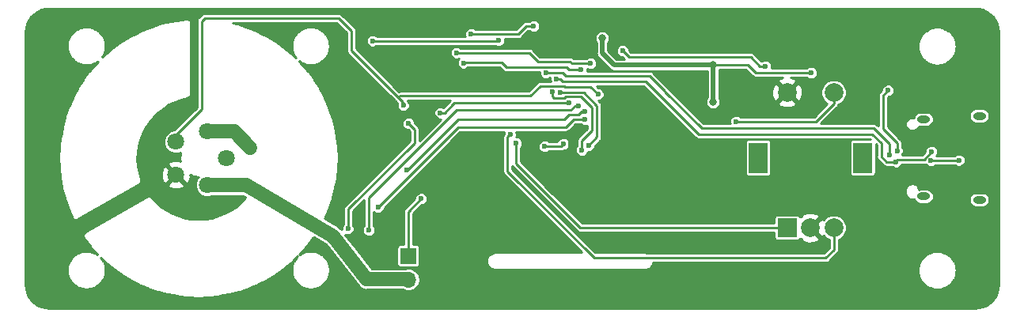
<source format=gbr>
G04 #@! TF.GenerationSoftware,KiCad,Pcbnew,5.0.2-bee76a0~70~ubuntu18.04.1*
G04 #@! TF.CreationDate,2019-06-24T09:04:58+02:00*
G04 #@! TF.ProjectId,RocketPCR,526f636b-6574-4504-9352-2e6b69636164,rev?*
G04 #@! TF.SameCoordinates,Original*
G04 #@! TF.FileFunction,Copper,L1,Top*
G04 #@! TF.FilePolarity,Positive*
%FSLAX46Y46*%
G04 Gerber Fmt 4.6, Leading zero omitted, Abs format (unit mm)*
G04 Created by KiCad (PCBNEW 5.0.2-bee76a0~70~ubuntu18.04.1) date Mo 24 Jun 2019 09:04:58 CEST*
%MOMM*%
%LPD*%
G01*
G04 APERTURE LIST*
G04 #@! TA.AperFunction,ComponentPad*
%ADD10O,1.400000X0.800000*%
G04 #@! TD*
G04 #@! TA.AperFunction,ComponentPad*
%ADD11C,2.000000*%
G04 #@! TD*
G04 #@! TA.AperFunction,ComponentPad*
%ADD12R,2.000000X3.200000*%
G04 #@! TD*
G04 #@! TA.AperFunction,ComponentPad*
%ADD13R,2.000000X2.000000*%
G04 #@! TD*
G04 #@! TA.AperFunction,ComponentPad*
%ADD14R,1.700000X1.700000*%
G04 #@! TD*
G04 #@! TA.AperFunction,ComponentPad*
%ADD15O,1.700000X1.700000*%
G04 #@! TD*
G04 #@! TA.AperFunction,BGAPad,CuDef*
%ADD16C,1.800000*%
G04 #@! TD*
G04 #@! TA.AperFunction,ViaPad*
%ADD17C,0.800000*%
G04 #@! TD*
G04 #@! TA.AperFunction,ViaPad*
%ADD18C,0.600000*%
G04 #@! TD*
G04 #@! TA.AperFunction,Conductor*
%ADD19C,0.300000*%
G04 #@! TD*
G04 #@! TA.AperFunction,Conductor*
%ADD20C,0.500000*%
G04 #@! TD*
G04 #@! TA.AperFunction,Conductor*
%ADD21C,0.250000*%
G04 #@! TD*
G04 #@! TA.AperFunction,Conductor*
%ADD22C,1.500000*%
G04 #@! TD*
G04 #@! TA.AperFunction,Conductor*
%ADD23C,0.254000*%
G04 #@! TD*
G04 APERTURE END LIST*
D10*
G04 #@! TO.P,J3,S1*
G04 #@! TO.N,Net-(J3-PadS1)*
X177587000Y-95835000D03*
X177587000Y-104095000D03*
X183537000Y-104455000D03*
X183537000Y-95475000D03*
G04 #@! TD*
D11*
G04 #@! TO.P,SW1,S1*
G04 #@! TO.N,SW1*
X167957000Y-92955000D03*
G04 #@! TO.P,SW1,S2*
G04 #@! TO.N,GND*
X162957000Y-92955000D03*
D12*
G04 #@! TO.P,SW1,MP*
G04 #@! TO.N,N/C*
X171057000Y-99955000D03*
X159857000Y-99955000D03*
D11*
G04 #@! TO.P,SW1,B*
G04 #@! TO.N,ENC2*
X167957000Y-107455000D03*
G04 #@! TO.P,SW1,C*
G04 #@! TO.N,GND*
X165457000Y-107455000D03*
D13*
G04 #@! TO.P,SW1,A*
G04 #@! TO.N,ENC1*
X162957000Y-107455000D03*
G04 #@! TD*
D14*
G04 #@! TO.P,J1,1*
G04 #@! TO.N,Net-(J1-Pad1)*
X122435200Y-110470600D03*
D15*
G04 #@! TO.P,J1,2*
G04 #@! TO.N,Net-(C3-Pad1)*
X122435200Y-113010600D03*
G04 #@! TD*
D16*
G04 #@! TO.P,X3,1*
G04 #@! TO.N,TEMP_BLOCK*
X97572949Y-98236644D03*
G04 #@! TD*
G04 #@! TO.P,X2,1*
G04 #@! TO.N,VSENS*
X100927051Y-97146830D03*
G04 #@! TD*
G04 #@! TO.P,X4,1*
G04 #@! TO.N,Net-(C3-Pad1)*
X100927051Y-102853170D03*
G04 #@! TD*
G04 #@! TO.P,X6,1*
G04 #@! TO.N,GND*
X97572949Y-101763356D03*
G04 #@! TD*
G04 #@! TO.P,X7,1*
G04 #@! TO.N,N/C*
X103000000Y-100000000D03*
G04 #@! TD*
D17*
G04 #@! TO.N,GND*
X174728000Y-103093000D03*
X177776000Y-102839000D03*
X178411000Y-96870000D03*
X175236000Y-96616000D03*
X140071000Y-103248000D03*
D18*
X139834200Y-98456400D03*
D17*
X177299200Y-92589000D03*
X117609200Y-84486400D03*
D18*
X121225000Y-97525000D03*
G04 #@! TO.N,DISP_RES*
X139046800Y-98456400D03*
X137014800Y-98735800D03*
G04 #@! TO.N,DISP_SCL*
X141002600Y-99142200D03*
X137827600Y-92919200D03*
G04 #@! TO.N,DISP_SDA*
X138716600Y-92944600D03*
X141764600Y-98608800D03*
G04 #@! TO.N,RX_LED*
X145371400Y-88499600D03*
X160662200Y-90150600D03*
G04 #@! TO.N,+3V3*
X132087200Y-87407400D03*
X118625200Y-87432800D03*
D17*
X155048800Y-93960600D03*
X155048800Y-90023600D03*
X143187000Y-87128000D03*
D18*
X165539000Y-90861800D03*
G04 #@! TO.N,RESET*
X135846400Y-85858000D03*
X129140800Y-86721600D03*
G04 #@! TO.N,SWDIO*
X127566000Y-88702800D03*
X141942400Y-89845800D03*
G04 #@! TO.N,SWCLK*
X128328000Y-89795000D03*
X140926400Y-90506200D03*
G04 #@! TO.N,Net-(J1-Pad1)*
X123806800Y-104349200D03*
G04 #@! TO.N,Net-(J3-PadA5)*
X173768600Y-92741400D03*
X174733800Y-99218400D03*
G04 #@! TO.N,D+*
X137167200Y-90836400D03*
X173921000Y-99650200D03*
G04 #@! TO.N,D-*
X174606800Y-100386800D03*
X178411000Y-99283000D03*
X138284800Y-91496800D03*
G04 #@! TO.N,Net-(J3-PadB5)*
X178340600Y-100259800D03*
X181363200Y-100209000D03*
G04 #@! TO.N,VSENS*
X104900000Y-98200000D03*
G04 #@! TO.N,Net-(R5-Pad1)*
X139605600Y-94062200D03*
G04 #@! TO.N,VSENS*
X115983600Y-107549600D03*
X102900000Y-97150000D03*
X104025000Y-97350000D03*
X105600000Y-98925000D03*
X122457000Y-96276000D03*
G04 #@! TO.N,SW1*
X157512600Y-96068800D03*
G04 #@! TO.N,BLOCK*
X140647000Y-94392400D03*
X118218800Y-107702000D03*
G04 #@! TO.N,FAN*
X141332800Y-95840200D03*
X119184000Y-105263600D03*
G04 #@! TO.N,LID*
X141307400Y-94976600D03*
X122282800Y-101225000D03*
G04 #@! TO.N,ENC1*
X133966800Y-98405600D03*
G04 #@! TO.N,ENC2*
X133331800Y-97491200D03*
G04 #@! TO.N,TEMP_BLOCK*
X121909000Y-94345000D03*
X142729800Y-93147800D03*
G04 #@! TO.N,Net-(C3-Pad1)*
X120936600Y-112959800D03*
X119996800Y-112959800D03*
X119031600Y-112959800D03*
X117990200Y-112959800D03*
G04 #@! TO.N,Net-(R5-Pad1)*
X125858000Y-95143000D03*
G04 #@! TD*
D19*
G04 #@! TO.N,GND*
X175236000Y-96616000D02*
X175236000Y-96489000D01*
D20*
X139834200Y-103011200D02*
X140071000Y-103248000D01*
X139834200Y-98456400D02*
X139834200Y-103011200D01*
D19*
X95637000Y-99827407D02*
X97572949Y-101763356D01*
X95637000Y-98436000D02*
X95637000Y-99827407D01*
X95637000Y-97900000D02*
X95637000Y-98436000D01*
X95637000Y-96926000D02*
X95637000Y-98436000D01*
X117609200Y-84486400D02*
X100108600Y-84486400D01*
X99600600Y-84994400D02*
X99600600Y-93731400D01*
X100108600Y-84486400D02*
X99600600Y-84994400D01*
X99600600Y-93731400D02*
X98214000Y-95118000D01*
X97445000Y-95118000D02*
X95637000Y-96926000D01*
X98214000Y-95118000D02*
X97445000Y-95118000D01*
D21*
G04 #@! TO.N,DISP_RES*
X139046800Y-98456400D02*
X138742000Y-98761200D01*
X138742000Y-98761200D02*
X137040200Y-98761200D01*
X137040200Y-98761200D02*
X137014800Y-98735800D01*
G04 #@! TO.N,DISP_SCL*
X142044000Y-97059400D02*
X141002600Y-98100800D01*
X141002600Y-98100800D02*
X141002600Y-99142200D01*
X142044000Y-94824200D02*
X142044000Y-97059400D01*
X142044000Y-94570200D02*
X142044000Y-94824200D01*
X137827600Y-93351000D02*
X138056200Y-93579600D01*
X139148400Y-93579600D02*
X139300800Y-93427200D01*
X137827600Y-92919200D02*
X137827600Y-93351000D01*
X139300800Y-93427200D02*
X140901000Y-93427200D01*
X138056200Y-93579600D02*
X139148400Y-93579600D01*
X140901000Y-93427200D02*
X142044000Y-94570200D01*
G04 #@! TO.N,DISP_SDA*
X142628200Y-94367000D02*
X141205800Y-92944600D01*
X142628200Y-97745200D02*
X142628200Y-94367000D01*
X141764600Y-98608800D02*
X142628200Y-97745200D01*
X138716600Y-92944600D02*
X141205800Y-92944600D01*
G04 #@! TO.N,RX_LED*
X145371400Y-88499600D02*
X146031800Y-89160000D01*
X146031800Y-89160000D02*
X159062000Y-89160000D01*
X159062000Y-89160000D02*
X160067000Y-90165000D01*
X160067000Y-90165000D02*
X160647800Y-90165000D01*
X160647800Y-90165000D02*
X160662200Y-90150600D01*
G04 #@! TO.N,+3V3*
X132087200Y-87407400D02*
X132011000Y-87483600D01*
X132011000Y-87483600D02*
X118676000Y-87483600D01*
X118676000Y-87483600D02*
X118625200Y-87432800D01*
D20*
X155048800Y-93960600D02*
X155048800Y-90023600D01*
X155048800Y-90023600D02*
X144457000Y-90023600D01*
X144457000Y-90023600D02*
X143187000Y-88753600D01*
X143187000Y-88753600D02*
X143187000Y-87128000D01*
D21*
X155048800Y-90023600D02*
X158757200Y-90023600D01*
X158757200Y-90023600D02*
X159595400Y-90861800D01*
X159595400Y-90861800D02*
X165539000Y-90861800D01*
G04 #@! TO.N,RESET*
X135846400Y-85858000D02*
X135033600Y-85858000D01*
X135033600Y-85858000D02*
X134170000Y-86721600D01*
X134170000Y-86721600D02*
X129140800Y-86721600D01*
G04 #@! TO.N,SWDIO*
X139935800Y-89845800D02*
X141434400Y-89845800D01*
X139732600Y-89642600D02*
X139935800Y-89845800D01*
X141434400Y-89845800D02*
X141942400Y-89845800D01*
X136303600Y-89642600D02*
X139732600Y-89642600D01*
X127566000Y-88702800D02*
X135363800Y-88702800D01*
X135363800Y-88702800D02*
X136303600Y-89642600D01*
G04 #@! TO.N,SWCLK*
X128328000Y-89795000D02*
X128378800Y-89744200D01*
X132392000Y-89744200D02*
X132900000Y-90252200D01*
X132900000Y-90252200D02*
X139351600Y-90252200D01*
X128378800Y-89744200D02*
X132392000Y-89744200D01*
X139351600Y-90252200D02*
X139605600Y-90506200D01*
X139605600Y-90506200D02*
X140316800Y-90506200D01*
X140316800Y-90506200D02*
X140926400Y-90506200D01*
G04 #@! TO.N,Net-(J1-Pad1)*
X122435200Y-110470600D02*
X122435200Y-105720800D01*
X122435200Y-105720800D02*
X123806800Y-104349200D01*
G04 #@! TO.N,Net-(J3-PadA5)*
X173209800Y-93300200D02*
X173768600Y-92741400D01*
X174733800Y-98354800D02*
X173209800Y-96830800D01*
X174733800Y-99218400D02*
X174733800Y-98354800D01*
X173209800Y-96830800D02*
X173209800Y-93300200D01*
G04 #@! TO.N,D+*
X173921000Y-98481800D02*
X173921000Y-99650200D01*
X148241600Y-91166600D02*
X149892600Y-92817600D01*
X149892600Y-92817600D02*
X149892600Y-92843000D01*
X172219200Y-96780000D02*
X173921000Y-98481800D01*
X149892600Y-92843000D02*
X153829600Y-96780000D01*
X153829600Y-96780000D02*
X172219200Y-96780000D01*
X138970600Y-90836400D02*
X139300800Y-91166600D01*
X137167200Y-90836400D02*
X138970600Y-90836400D01*
X139300800Y-91166600D02*
X148241600Y-91166600D01*
G04 #@! TO.N,D-*
X177649000Y-100172000D02*
X178411000Y-99283000D01*
X174687000Y-100172000D02*
X177649000Y-100172000D01*
X173590800Y-100386800D02*
X174606800Y-100386800D01*
X172092200Y-97440400D02*
X173032000Y-98380200D01*
X173032000Y-99828000D02*
X173590800Y-100386800D01*
X153474000Y-97440400D02*
X172092200Y-97440400D01*
X147835200Y-91801600D02*
X153474000Y-97440400D01*
X173032000Y-98380200D02*
X173032000Y-99828000D01*
X139046800Y-91801600D02*
X138970600Y-91801600D01*
X139046800Y-91801600D02*
X147835200Y-91801600D01*
X138665800Y-91496800D02*
X138284800Y-91496800D01*
X138970600Y-91801600D02*
X138665800Y-91496800D01*
G04 #@! TO.N,Net-(J3-PadB5)*
X181312400Y-100259800D02*
X181363200Y-100209000D01*
X178340600Y-100259800D02*
X181312400Y-100259800D01*
G04 #@! TO.N,VSENS*
X115983600Y-107549600D02*
X116009000Y-107524200D01*
X116009000Y-107524200D02*
X116009000Y-105441400D01*
G04 #@! TO.N,Net-(R5-Pad1)*
X139605600Y-94062200D02*
X127388200Y-94062200D01*
X127388200Y-94062200D02*
X127185000Y-94265400D01*
D22*
G04 #@! TO.N,VSENS*
X100930221Y-97150000D02*
X100927051Y-97146830D01*
X102900000Y-97150000D02*
X100930221Y-97150000D01*
X102900000Y-97150000D02*
X103775000Y-97150000D01*
X103775000Y-97150000D02*
X105500000Y-98875000D01*
D21*
X123105400Y-98345000D02*
X123105400Y-96924400D01*
X123105400Y-96924400D02*
X122457000Y-96276000D01*
X116009000Y-105441400D02*
X123105400Y-98345000D01*
G04 #@! TO.N,SW1*
X157512600Y-96068800D02*
X166072400Y-96068800D01*
X167957000Y-94184200D02*
X167957000Y-92955000D01*
X166072400Y-96068800D02*
X167957000Y-94184200D01*
G04 #@! TO.N,BLOCK*
X140647000Y-94392400D02*
X140266000Y-94392400D01*
X140266000Y-94392400D02*
X139808800Y-94849600D01*
X138056200Y-94849600D02*
X138843600Y-94849600D01*
X138843600Y-94849600D02*
X138462600Y-94849600D01*
X138056200Y-94849600D02*
X132595200Y-94849600D01*
X139808800Y-94849600D02*
X138843600Y-94849600D01*
X138462600Y-94849600D02*
X138056200Y-94849600D01*
X132595200Y-94849600D02*
X127616800Y-94849600D01*
X127616800Y-94849600D02*
X123705200Y-98761200D01*
X123705200Y-98761200D02*
X118218800Y-104247600D01*
X118218800Y-104247600D02*
X118218800Y-107702000D01*
G04 #@! TO.N,FAN*
X139300800Y-96678400D02*
X131731600Y-96678400D01*
X141332800Y-95840200D02*
X140139000Y-95840200D01*
X140012000Y-95967200D02*
X139859600Y-96119600D01*
X140139000Y-95840200D02*
X139859600Y-96119600D01*
X139859600Y-96119600D02*
X139300800Y-96678400D01*
X127769200Y-96678400D02*
X131731600Y-96678400D01*
X119184000Y-105263600D02*
X127769200Y-96678400D01*
G04 #@! TO.N,LID*
X141307400Y-94976600D02*
X140951800Y-94976600D01*
X140621600Y-95306800D02*
X139656400Y-95306800D01*
X139656400Y-95306800D02*
X139148400Y-95814800D01*
X139148400Y-95814800D02*
X132544400Y-95814800D01*
X140951800Y-94976600D02*
X140621600Y-95306800D01*
X127794600Y-95814800D02*
X132544400Y-95814800D01*
X122384400Y-101225000D02*
X127794600Y-95814800D01*
X122282800Y-101225000D02*
X122384400Y-101225000D01*
G04 #@! TO.N,ENC1*
X133966800Y-98405600D02*
X133966800Y-100564600D01*
X140857200Y-107455000D02*
X162957000Y-107455000D01*
X133966800Y-100564600D02*
X140857200Y-107455000D01*
G04 #@! TO.N,ENC2*
X133331800Y-97491200D02*
X133306400Y-97491200D01*
X133306400Y-97491200D02*
X133052400Y-97745200D01*
X133052400Y-97745200D02*
X133052400Y-101428200D01*
X133052400Y-101428200D02*
X142323400Y-110699200D01*
X142323400Y-110699200D02*
X167088400Y-110699200D01*
X167957000Y-109830600D02*
X167957000Y-107455000D01*
X167088400Y-110699200D02*
X167957000Y-109830600D01*
G04 #@! TO.N,TEMP_BLOCK*
X116339200Y-87331200D02*
X116339200Y-87178800D01*
X116339200Y-88474200D02*
X116339200Y-87331200D01*
X116339200Y-86366000D02*
X116339200Y-87331200D01*
X100311800Y-85324600D02*
X100642000Y-84994400D01*
X100642000Y-84994400D02*
X114967600Y-84994400D01*
X114967600Y-84994400D02*
X116339200Y-86366000D01*
X100311800Y-94137000D02*
X100311800Y-94768200D01*
X100311800Y-94137000D02*
X100311800Y-85324600D01*
X100311800Y-94671800D02*
X100311800Y-94137000D01*
X97572949Y-97507051D02*
X97572949Y-98236644D01*
X100311800Y-94768200D02*
X97572949Y-97507051D01*
X121834000Y-93969000D02*
X121834000Y-94270000D01*
X121834000Y-94270000D02*
X121909000Y-94345000D01*
X121561400Y-93325600D02*
X121376000Y-93511000D01*
X135516200Y-93325600D02*
X121561400Y-93325600D01*
X136583000Y-92258800D02*
X135516200Y-93325600D01*
X121376000Y-93511000D02*
X116339200Y-88474200D01*
X139097600Y-92258800D02*
X136583000Y-92258800D01*
X142729800Y-93147800D02*
X141942400Y-92360400D01*
X141942400Y-92360400D02*
X139199200Y-92360400D01*
X121834000Y-93969000D02*
X121376000Y-93511000D01*
X139199200Y-92360400D02*
X139097600Y-92258800D01*
D22*
G04 #@! TO.N,Net-(C3-Pad1)*
X117990200Y-112959800D02*
X114408800Y-108337000D01*
X122384400Y-112959800D02*
X122435200Y-113010600D01*
X117990200Y-112959800D02*
X122384400Y-112959800D01*
X100989197Y-102915316D02*
X100927051Y-102853170D01*
X105075000Y-102915316D02*
X100989197Y-102915316D01*
X114408800Y-108337000D02*
X105075000Y-102915316D01*
D21*
G04 #@! TO.N,Net-(R5-Pad1)*
X127185000Y-94265400D02*
X127185000Y-94277000D01*
X127185000Y-94277000D02*
X126319000Y-95143000D01*
X126319000Y-95143000D02*
X125858000Y-95143000D01*
G04 #@! TD*
D23*
G04 #@! TO.N,GND*
G36*
X183477609Y-83991131D02*
X183897788Y-84111181D01*
X184315540Y-84290221D01*
X184669833Y-84555937D01*
X184971072Y-84857177D01*
X185243040Y-85250028D01*
X185423640Y-85641339D01*
X185541980Y-86055507D01*
X185573080Y-86521712D01*
X185573081Y-113479094D01*
X185541711Y-113949357D01*
X185421953Y-114398426D01*
X185246669Y-114778218D01*
X184970701Y-115146173D01*
X184669707Y-115477279D01*
X184327200Y-115705612D01*
X183897788Y-115889649D01*
X183463147Y-116013831D01*
X182996427Y-116076100D01*
X84067015Y-116076100D01*
X83600304Y-116013832D01*
X83165669Y-115889652D01*
X82736253Y-115705614D01*
X82393755Y-115477281D01*
X82092757Y-115146183D01*
X81816780Y-114778217D01*
X81641488Y-114398425D01*
X81521740Y-113949361D01*
X81490370Y-113479109D01*
X81490370Y-111994134D01*
X85928745Y-111994134D01*
X85928813Y-111994840D01*
X85928745Y-111995546D01*
X85933104Y-112039109D01*
X85941713Y-112127933D01*
X85942057Y-112128578D01*
X85961485Y-112322741D01*
X85957410Y-112341998D01*
X85970379Y-112411622D01*
X85972910Y-112436918D01*
X85978510Y-112455277D01*
X85982026Y-112474151D01*
X85991469Y-112497760D01*
X86012132Y-112565496D01*
X86024641Y-112580690D01*
X86138133Y-112864423D01*
X86152452Y-112902205D01*
X86154658Y-112905735D01*
X86156203Y-112909597D01*
X86178224Y-112943440D01*
X86308564Y-113151982D01*
X86309955Y-113158976D01*
X86356079Y-113228007D01*
X86376031Y-113259929D01*
X86380785Y-113264982D01*
X86384638Y-113270748D01*
X86411248Y-113297359D01*
X86468148Y-113357833D01*
X86474650Y-113360761D01*
X86599657Y-113485771D01*
X86599752Y-113485999D01*
X86663112Y-113549226D01*
X86694536Y-113580651D01*
X86694737Y-113580785D01*
X86694906Y-113580954D01*
X86731490Y-113605343D01*
X86806306Y-113655335D01*
X86806550Y-113655384D01*
X86994049Y-113780384D01*
X87008903Y-113798370D01*
X87068299Y-113829884D01*
X87086487Y-113842009D01*
X87107541Y-113850704D01*
X87127651Y-113861374D01*
X87148575Y-113867651D01*
X87210735Y-113893323D01*
X87234067Y-113893299D01*
X87522008Y-113979680D01*
X87563676Y-113992388D01*
X87564714Y-113992492D01*
X87565711Y-113992791D01*
X87608999Y-113996921D01*
X87871992Y-114023221D01*
X87872615Y-114023553D01*
X87961447Y-114032167D01*
X88005050Y-114036528D01*
X88005732Y-114036462D01*
X88006413Y-114036528D01*
X88049973Y-114032172D01*
X88138849Y-114023553D01*
X88139472Y-114023221D01*
X88320015Y-114005165D01*
X88325831Y-114006758D01*
X88409265Y-113996239D01*
X88447777Y-113992388D01*
X88453387Y-113990677D01*
X88459202Y-113989944D01*
X88495907Y-113977709D01*
X88576357Y-113953173D01*
X88581012Y-113949341D01*
X88749118Y-113893306D01*
X88765436Y-113893323D01*
X88833929Y-113865036D01*
X88861168Y-113855956D01*
X88874986Y-113848079D01*
X88889684Y-113842009D01*
X88913572Y-113826084D01*
X88977953Y-113789384D01*
X88987957Y-113776493D01*
X89169618Y-113655387D01*
X89169857Y-113655339D01*
X89244319Y-113605586D01*
X89281267Y-113580954D01*
X89281435Y-113580786D01*
X89281630Y-113580656D01*
X89312843Y-113549444D01*
X89376420Y-113485999D01*
X89376513Y-113485775D01*
X89551351Y-113310941D01*
X89575337Y-113289435D01*
X89582775Y-113279518D01*
X89591538Y-113270755D01*
X89609433Y-113243975D01*
X89781433Y-113014646D01*
X89809264Y-112991662D01*
X89834873Y-112943394D01*
X89840430Y-112935985D01*
X89855718Y-112904106D01*
X89872267Y-112872914D01*
X89874925Y-112864054D01*
X89898557Y-112814775D01*
X89900522Y-112778728D01*
X89990601Y-112478455D01*
X90003272Y-112436918D01*
X90003377Y-112435868D01*
X90003681Y-112434855D01*
X90007816Y-112391508D01*
X90034125Y-112128578D01*
X90034469Y-112127933D01*
X90043073Y-112039158D01*
X90047437Y-111995547D01*
X90047368Y-111994840D01*
X90047437Y-111994133D01*
X90043073Y-111950522D01*
X90034469Y-111861747D01*
X90034125Y-111861102D01*
X90007816Y-111598172D01*
X90003681Y-111554825D01*
X90003377Y-111553812D01*
X90003272Y-111552762D01*
X89990601Y-111511225D01*
X89900522Y-111210952D01*
X89898557Y-111174905D01*
X89874925Y-111125626D01*
X89872267Y-111116766D01*
X89855718Y-111085574D01*
X89840430Y-111053695D01*
X89834873Y-111046286D01*
X89809264Y-110998018D01*
X89781433Y-110975034D01*
X89618479Y-110757767D01*
X89609927Y-110742916D01*
X89591825Y-110722229D01*
X89575337Y-110700245D01*
X89562581Y-110688808D01*
X89510565Y-110629363D01*
X89891597Y-110993076D01*
X89898065Y-111001432D01*
X89923742Y-111023760D01*
X89948358Y-111047257D01*
X89957279Y-111052922D01*
X90725195Y-111720675D01*
X90739407Y-111735918D01*
X90758693Y-111749804D01*
X90776641Y-111765411D01*
X90794749Y-111775764D01*
X91634707Y-112380537D01*
X91646775Y-112391735D01*
X91670754Y-112406491D01*
X91693602Y-112422942D01*
X91708582Y-112429770D01*
X92575185Y-112963066D01*
X92585311Y-112971428D01*
X92613013Y-112986345D01*
X92639823Y-113002843D01*
X92652142Y-113007414D01*
X93520361Y-113474918D01*
X93537052Y-113486368D01*
X93559455Y-113495969D01*
X93580923Y-113507529D01*
X93600282Y-113513466D01*
X94540063Y-113916229D01*
X94554368Y-113924580D01*
X94580880Y-113933722D01*
X94606668Y-113944774D01*
X94622881Y-113948205D01*
X95590964Y-114282025D01*
X95603748Y-114288447D01*
X95632946Y-114296502D01*
X95661602Y-114306383D01*
X95675787Y-114308320D01*
X96649587Y-114576956D01*
X96671693Y-114585315D01*
X96692391Y-114588765D01*
X96712627Y-114594347D01*
X96736205Y-114596067D01*
X97737357Y-114762924D01*
X97744388Y-114765324D01*
X97781222Y-114770235D01*
X97817857Y-114776341D01*
X97825278Y-114776109D01*
X98825312Y-114909447D01*
X98847515Y-114914613D01*
X98869334Y-114915317D01*
X98890972Y-114918202D01*
X98913720Y-114916749D01*
X99956037Y-114950374D01*
X99970760Y-114952796D01*
X100000438Y-114951807D01*
X100030113Y-114952764D01*
X100044832Y-114950327D01*
X101051625Y-114916764D01*
X101074133Y-114918202D01*
X101096015Y-114915284D01*
X101118075Y-114914549D01*
X101140032Y-114909416D01*
X102139837Y-114776109D01*
X102147259Y-114776341D01*
X102183894Y-114770235D01*
X102220728Y-114765324D01*
X102227759Y-114762924D01*
X103226993Y-114596385D01*
X103248641Y-114594992D01*
X103270791Y-114589085D01*
X103293413Y-114585315D01*
X103313713Y-114577640D01*
X104325079Y-114307942D01*
X104343622Y-114305202D01*
X104367996Y-114296497D01*
X104393001Y-114289829D01*
X104409819Y-114281560D01*
X105344660Y-113947689D01*
X105358435Y-113944774D01*
X105386500Y-113932746D01*
X105415251Y-113922478D01*
X105427331Y-113915247D01*
X106361581Y-113514856D01*
X106377625Y-113510208D01*
X106402390Y-113497367D01*
X106428052Y-113486369D01*
X106441837Y-113476913D01*
X107344931Y-113008643D01*
X107360561Y-113002843D01*
X107384356Y-112988200D01*
X107409167Y-112975335D01*
X107422190Y-112964917D01*
X108291805Y-112429769D01*
X108306779Y-112422944D01*
X108329621Y-112406498D01*
X108353609Y-112391736D01*
X108365680Y-112380535D01*
X109205656Y-111775758D01*
X109223752Y-111765411D01*
X109241687Y-111749816D01*
X109260985Y-111735921D01*
X109275209Y-111720666D01*
X110047110Y-111049449D01*
X110060276Y-111040652D01*
X110080602Y-111020326D01*
X110102329Y-111001433D01*
X110112037Y-110988891D01*
X110617645Y-110483282D01*
X110437812Y-110688809D01*
X110425057Y-110700245D01*
X110408563Y-110722236D01*
X110390461Y-110742925D01*
X110381912Y-110757771D01*
X110218964Y-110975031D01*
X110191130Y-110998018D01*
X110165518Y-111046293D01*
X110159965Y-111053696D01*
X110144685Y-111085558D01*
X110128127Y-111116767D01*
X110125468Y-111125629D01*
X110101837Y-111174906D01*
X110099872Y-111210953D01*
X110009811Y-111511165D01*
X109997122Y-111552762D01*
X109997017Y-111553813D01*
X109996713Y-111554826D01*
X109992579Y-111598161D01*
X109966269Y-111861094D01*
X109965928Y-111861735D01*
X109957311Y-111950620D01*
X109952957Y-111994134D01*
X109953025Y-111994834D01*
X109952957Y-111995534D01*
X109957319Y-112039136D01*
X109965925Y-112127933D01*
X109966265Y-112128572D01*
X109992576Y-112391594D01*
X109996705Y-112434866D01*
X109997005Y-112435866D01*
X109997109Y-112436906D01*
X110009801Y-112478516D01*
X110099872Y-112778733D01*
X110101835Y-112814764D01*
X110125467Y-112864046D01*
X110128131Y-112872925D01*
X110144691Y-112904135D01*
X110159959Y-112935975D01*
X110165518Y-112943387D01*
X110191137Y-112991671D01*
X110218963Y-113014650D01*
X110390947Y-113243968D01*
X110408846Y-113270755D01*
X110417606Y-113279515D01*
X110425040Y-113289427D01*
X110449029Y-113310937D01*
X110678566Y-113540468D01*
X110700068Y-113564449D01*
X110709988Y-113571889D01*
X110718755Y-113580656D01*
X110745536Y-113598551D01*
X110974852Y-113770540D01*
X110997835Y-113798370D01*
X111046106Y-113823981D01*
X111053515Y-113829538D01*
X111085388Y-113844823D01*
X111116583Y-113861374D01*
X111125446Y-113864033D01*
X111174725Y-113887665D01*
X111210769Y-113889630D01*
X111510940Y-113979680D01*
X111552608Y-113992388D01*
X111553646Y-113992492D01*
X111554643Y-113992791D01*
X111597931Y-113996921D01*
X111860924Y-114023221D01*
X111861547Y-114023553D01*
X111950379Y-114032167D01*
X111993982Y-114036528D01*
X111994664Y-114036462D01*
X111995345Y-114036528D01*
X112038905Y-114032172D01*
X112127781Y-114023553D01*
X112128404Y-114023221D01*
X112391443Y-113996915D01*
X112434672Y-113992791D01*
X112435668Y-113992492D01*
X112436709Y-113992388D01*
X112478426Y-113979665D01*
X112778546Y-113889630D01*
X112814590Y-113887665D01*
X112863868Y-113864034D01*
X112872733Y-113861374D01*
X112903938Y-113844818D01*
X112935800Y-113829538D01*
X112943207Y-113823983D01*
X112991481Y-113798370D01*
X113014465Y-113770538D01*
X113243774Y-113598555D01*
X113270562Y-113580656D01*
X113279332Y-113571886D01*
X113289248Y-113564449D01*
X113310743Y-113540476D01*
X113540283Y-113310941D01*
X113564269Y-113289435D01*
X113571707Y-113279518D01*
X113580470Y-113270755D01*
X113598365Y-113243975D01*
X113770365Y-113014646D01*
X113798196Y-112991662D01*
X113823805Y-112943394D01*
X113829362Y-112935985D01*
X113844650Y-112904106D01*
X113861199Y-112872914D01*
X113863857Y-112864054D01*
X113887489Y-112814775D01*
X113889454Y-112778728D01*
X113979533Y-112478455D01*
X113992204Y-112436918D01*
X113992309Y-112435868D01*
X113992613Y-112434855D01*
X113996748Y-112391508D01*
X114023057Y-112128578D01*
X114023401Y-112127933D01*
X114032005Y-112039158D01*
X114036369Y-111995547D01*
X114036300Y-111994840D01*
X114036369Y-111994133D01*
X114032005Y-111950522D01*
X114023401Y-111861747D01*
X114023057Y-111861102D01*
X113996748Y-111598172D01*
X113992613Y-111554825D01*
X113992309Y-111553812D01*
X113992204Y-111552762D01*
X113979533Y-111511225D01*
X113889454Y-111210952D01*
X113887489Y-111174905D01*
X113863857Y-111125626D01*
X113861199Y-111116766D01*
X113844650Y-111085574D01*
X113829362Y-111053695D01*
X113823805Y-111046286D01*
X113798196Y-110998018D01*
X113770365Y-110975034D01*
X113607416Y-110757772D01*
X113598865Y-110742924D01*
X113580759Y-110722231D01*
X113564269Y-110700245D01*
X113551518Y-110688812D01*
X113366936Y-110477858D01*
X113357655Y-110457251D01*
X113308156Y-110410681D01*
X113293295Y-110393696D01*
X113275811Y-110380249D01*
X113259749Y-110365137D01*
X113240612Y-110353177D01*
X113186739Y-110311742D01*
X113164917Y-110305868D01*
X113002002Y-110204049D01*
X112991484Y-110191312D01*
X112926201Y-110156675D01*
X112902016Y-110141559D01*
X112886956Y-110135852D01*
X112872736Y-110128307D01*
X112845431Y-110120115D01*
X112776313Y-110093922D01*
X112759799Y-110094425D01*
X112478285Y-110009969D01*
X112436718Y-109997292D01*
X112435685Y-109997189D01*
X112434686Y-109996889D01*
X112391333Y-109992753D01*
X112128404Y-109966459D01*
X112127781Y-109966127D01*
X112038904Y-109957508D01*
X111995344Y-109953152D01*
X111994663Y-109953218D01*
X111993982Y-109953152D01*
X111950422Y-109957508D01*
X111861545Y-109966127D01*
X111860922Y-109966459D01*
X111597931Y-109992759D01*
X111554643Y-109996889D01*
X111553646Y-109997188D01*
X111552608Y-109997292D01*
X111510940Y-110010000D01*
X111229514Y-110094427D01*
X111212995Y-110093924D01*
X111143886Y-110120115D01*
X111116583Y-110128306D01*
X111102356Y-110135854D01*
X111087293Y-110141563D01*
X111063114Y-110156675D01*
X110997835Y-110191310D01*
X110987313Y-110204051D01*
X110824408Y-110305868D01*
X110802586Y-110311741D01*
X110748709Y-110353180D01*
X110746143Y-110354784D01*
X110812314Y-110288612D01*
X110824841Y-110278916D01*
X110843715Y-110257211D01*
X110864064Y-110236862D01*
X110872870Y-110223683D01*
X111537295Y-109459600D01*
X111545290Y-109452800D01*
X111566444Y-109426080D01*
X111588825Y-109400341D01*
X111594039Y-109391221D01*
X112236363Y-108579857D01*
X112288274Y-108520477D01*
X112306346Y-108466964D01*
X112325242Y-108430066D01*
X113652570Y-109201065D01*
X117075086Y-113618781D01*
X117177678Y-113772322D01*
X117304838Y-113857288D01*
X117420283Y-113957586D01*
X117489650Y-113980775D01*
X117550467Y-114021411D01*
X117700462Y-114051247D01*
X117845502Y-114099732D01*
X118029706Y-114086800D01*
X121837307Y-114086800D01*
X121956448Y-114166408D01*
X122314353Y-114237600D01*
X122556047Y-114237600D01*
X122913952Y-114166408D01*
X123319817Y-113895217D01*
X123591008Y-113489352D01*
X123686238Y-113010600D01*
X123591008Y-112531848D01*
X123319817Y-112125983D01*
X123148846Y-112011743D01*
X176963074Y-112011743D01*
X176963142Y-112012450D01*
X176963074Y-112013156D01*
X176967426Y-112056650D01*
X176976041Y-112145542D01*
X176976386Y-112146189D01*
X176995814Y-112340353D01*
X176991739Y-112359609D01*
X177004708Y-112429232D01*
X177007239Y-112454530D01*
X177012840Y-112472891D01*
X177016355Y-112491762D01*
X177025797Y-112515368D01*
X177046461Y-112583108D01*
X177058971Y-112598303D01*
X177172460Y-112882029D01*
X177186782Y-112919820D01*
X177188988Y-112923349D01*
X177190532Y-112927210D01*
X177212564Y-112961070D01*
X177342893Y-113169595D01*
X177344285Y-113176591D01*
X177390423Y-113245642D01*
X177410362Y-113277543D01*
X177415114Y-113282594D01*
X177418969Y-113288363D01*
X177445582Y-113314976D01*
X177502478Y-113375447D01*
X177508982Y-113378376D01*
X177634000Y-113503394D01*
X177634095Y-113503623D01*
X177697095Y-113566489D01*
X177728877Y-113598271D01*
X177729081Y-113598407D01*
X177729250Y-113598576D01*
X177765509Y-113622748D01*
X177840648Y-113672955D01*
X177840895Y-113673004D01*
X178028384Y-113797994D01*
X178043232Y-113815974D01*
X178102636Y-113847494D01*
X178120832Y-113859624D01*
X178141877Y-113868315D01*
X178161979Y-113878981D01*
X178182915Y-113885262D01*
X178245081Y-113910935D01*
X178268401Y-113910910D01*
X178556444Y-113997331D01*
X178597980Y-114010001D01*
X178599022Y-114010105D01*
X178600028Y-114010407D01*
X178643336Y-114014539D01*
X178906322Y-114040855D01*
X178906967Y-114041198D01*
X178995756Y-114049804D01*
X179039353Y-114054166D01*
X179040060Y-114054098D01*
X179040766Y-114054166D01*
X179084356Y-114049804D01*
X179173153Y-114041198D01*
X179173798Y-114040854D01*
X179354372Y-114022786D01*
X179360179Y-114024376D01*
X179443616Y-114013856D01*
X179482140Y-114010001D01*
X179487742Y-114008292D01*
X179493549Y-114007560D01*
X179530259Y-113995323D01*
X179610718Y-113970779D01*
X179615367Y-113966951D01*
X179783458Y-113910918D01*
X179799768Y-113910935D01*
X179868270Y-113882645D01*
X179895515Y-113873563D01*
X179909325Y-113865690D01*
X179924017Y-113859623D01*
X179947912Y-113843694D01*
X180012299Y-113806989D01*
X180022299Y-113794104D01*
X180203962Y-113672999D01*
X180204218Y-113672948D01*
X180279082Y-113622920D01*
X180315600Y-113598576D01*
X180315777Y-113598399D01*
X180315987Y-113598259D01*
X180347336Y-113566908D01*
X180410755Y-113503623D01*
X180410854Y-113503384D01*
X180585672Y-113328552D01*
X180609655Y-113307048D01*
X180617103Y-113297118D01*
X180625872Y-113288348D01*
X180643755Y-113261583D01*
X180815752Y-113032259D01*
X180843584Y-113009275D01*
X180869193Y-112961008D01*
X180874748Y-112953601D01*
X180890032Y-112921730D01*
X180906587Y-112890527D01*
X180909246Y-112881664D01*
X180932875Y-112832391D01*
X180934840Y-112796346D01*
X181024928Y-112496042D01*
X181037591Y-112454530D01*
X181037696Y-112453480D01*
X181038000Y-112452467D01*
X181042135Y-112409122D01*
X181068444Y-112146189D01*
X181068789Y-112145542D01*
X181077399Y-112056699D01*
X181081756Y-112013157D01*
X181081687Y-112012450D01*
X181081756Y-112011742D01*
X181077391Y-111968125D01*
X181068788Y-111879357D01*
X181068444Y-111878712D01*
X181042131Y-111615745D01*
X181038000Y-111572443D01*
X181037696Y-111571430D01*
X181037591Y-111570379D01*
X181024910Y-111528808D01*
X180934840Y-111228564D01*
X180932875Y-111192519D01*
X180909246Y-111143246D01*
X180906587Y-111134383D01*
X180890032Y-111103180D01*
X180874748Y-111071309D01*
X180869193Y-111063902D01*
X180843584Y-111015635D01*
X180815752Y-110992651D01*
X180643755Y-110763327D01*
X180625872Y-110736562D01*
X180617103Y-110727792D01*
X180609655Y-110717862D01*
X180585672Y-110696358D01*
X180410859Y-110521531D01*
X180410761Y-110521295D01*
X180347342Y-110458009D01*
X180315987Y-110426651D01*
X180315780Y-110426513D01*
X180315607Y-110426340D01*
X180279140Y-110402028D01*
X180204218Y-110351962D01*
X180203967Y-110351912D01*
X180022296Y-110230795D01*
X180012289Y-110217902D01*
X179947916Y-110181208D01*
X179924026Y-110165281D01*
X179909320Y-110159208D01*
X179895504Y-110151332D01*
X179868274Y-110142256D01*
X179799778Y-110113967D01*
X179783457Y-110113984D01*
X179615362Y-110057954D01*
X179610718Y-110054131D01*
X179530264Y-110029589D01*
X179493537Y-110017347D01*
X179487734Y-110016616D01*
X179482140Y-110014909D01*
X179443614Y-110011054D01*
X179360166Y-110000535D01*
X179354365Y-110002124D01*
X179173798Y-109984056D01*
X179173153Y-109983712D01*
X179084356Y-109975106D01*
X179040766Y-109970744D01*
X179040060Y-109970812D01*
X179039353Y-109970744D01*
X178995756Y-109975106D01*
X178906967Y-109983712D01*
X178906322Y-109984055D01*
X178643311Y-110010373D01*
X178600040Y-110014501D01*
X178599030Y-110014804D01*
X178597980Y-110014909D01*
X178556370Y-110027602D01*
X178268403Y-110113991D01*
X178245070Y-110113967D01*
X178182910Y-110139639D01*
X178161990Y-110145915D01*
X178141882Y-110156583D01*
X178120823Y-110165281D01*
X178102632Y-110177408D01*
X178043242Y-110208919D01*
X178028388Y-110226905D01*
X177840889Y-110351907D01*
X177840648Y-110351955D01*
X177765783Y-110401979D01*
X177729242Y-110426340D01*
X177729075Y-110426507D01*
X177728877Y-110426639D01*
X177697524Y-110457992D01*
X177634089Y-110521295D01*
X177633995Y-110521521D01*
X177508982Y-110646534D01*
X177502478Y-110649463D01*
X177445582Y-110709934D01*
X177418969Y-110736547D01*
X177415114Y-110742316D01*
X177410362Y-110747367D01*
X177390423Y-110779268D01*
X177344285Y-110848319D01*
X177342893Y-110855315D01*
X177212564Y-111063840D01*
X177190532Y-111097700D01*
X177188988Y-111101561D01*
X177186782Y-111105090D01*
X177172460Y-111142881D01*
X177058972Y-111426605D01*
X177046461Y-111441801D01*
X177025796Y-111509545D01*
X177016355Y-111533148D01*
X177012840Y-111552016D01*
X177007239Y-111570379D01*
X177004707Y-111595680D01*
X176991739Y-111665301D01*
X176995814Y-111684556D01*
X176976386Y-111878711D01*
X176976042Y-111879357D01*
X176967434Y-111968174D01*
X176963074Y-112011743D01*
X123148846Y-112011743D01*
X122913952Y-111854792D01*
X122556047Y-111783600D01*
X122314353Y-111783600D01*
X122067009Y-111832800D01*
X118542728Y-111832800D01*
X116828881Y-109620600D01*
X121200815Y-109620600D01*
X121200815Y-111320600D01*
X121230075Y-111467698D01*
X121313399Y-111592401D01*
X121438102Y-111675725D01*
X121585200Y-111704985D01*
X123285200Y-111704985D01*
X123432298Y-111675725D01*
X123557001Y-111592401D01*
X123640325Y-111467698D01*
X123669585Y-111320600D01*
X123669585Y-109620600D01*
X123640325Y-109473502D01*
X123557001Y-109348799D01*
X123432298Y-109265475D01*
X123285200Y-109236215D01*
X122937200Y-109236215D01*
X122937200Y-105928734D01*
X123839736Y-105026200D01*
X123941464Y-105026200D01*
X124190290Y-104923133D01*
X124380733Y-104732690D01*
X124483800Y-104483864D01*
X124483800Y-104214536D01*
X124380733Y-103965710D01*
X124190290Y-103775267D01*
X123941464Y-103672200D01*
X123672136Y-103672200D01*
X123423310Y-103775267D01*
X123232867Y-103965710D01*
X123129800Y-104214536D01*
X123129800Y-104316264D01*
X122115191Y-105330875D01*
X122073280Y-105358879D01*
X122045276Y-105400790D01*
X122045274Y-105400792D01*
X121962328Y-105524930D01*
X121923367Y-105720800D01*
X121933201Y-105770239D01*
X121933200Y-109236215D01*
X121585200Y-109236215D01*
X121438102Y-109265475D01*
X121313399Y-109348799D01*
X121230075Y-109473502D01*
X121200815Y-109620600D01*
X116828881Y-109620600D01*
X115701649Y-108165592D01*
X115848936Y-108226600D01*
X116118264Y-108226600D01*
X116367090Y-108123533D01*
X116557533Y-107933090D01*
X116660600Y-107684264D01*
X116660600Y-107414936D01*
X116557533Y-107166110D01*
X116511000Y-107119577D01*
X116511000Y-105649334D01*
X117716800Y-104443534D01*
X117716801Y-107246576D01*
X117644867Y-107318510D01*
X117541800Y-107567336D01*
X117541800Y-107836664D01*
X117644867Y-108085490D01*
X117835310Y-108275933D01*
X118084136Y-108379000D01*
X118353464Y-108379000D01*
X118602290Y-108275933D01*
X118792733Y-108085490D01*
X118895800Y-107836664D01*
X118895800Y-107567336D01*
X118792733Y-107318510D01*
X118720800Y-107246577D01*
X118720800Y-105757823D01*
X118800510Y-105837533D01*
X119049336Y-105940600D01*
X119318664Y-105940600D01*
X119567490Y-105837533D01*
X119757933Y-105647090D01*
X119861000Y-105398264D01*
X119861000Y-105296534D01*
X127977136Y-97180400D01*
X132727758Y-97180400D01*
X132654800Y-97356536D01*
X132654800Y-97436677D01*
X132579527Y-97549331D01*
X132550400Y-97695762D01*
X132550400Y-97695766D01*
X132540567Y-97745200D01*
X132550400Y-97794634D01*
X132550401Y-101378761D01*
X132540567Y-101428200D01*
X132579528Y-101624070D01*
X132662474Y-101748208D01*
X132662476Y-101748210D01*
X132690480Y-101790121D01*
X132732391Y-101818125D01*
X141017265Y-110103000D01*
X131694946Y-110103000D01*
X131653701Y-110111204D01*
X131653697Y-110111204D01*
X131462355Y-110149265D01*
X131462352Y-110149265D01*
X131404473Y-110173240D01*
X131308430Y-110213022D01*
X131308428Y-110213024D01*
X131146224Y-110321406D01*
X131146220Y-110321408D01*
X131028408Y-110439220D01*
X131028406Y-110439224D01*
X130920026Y-110601425D01*
X130920022Y-110601429D01*
X130888261Y-110678108D01*
X130856265Y-110755352D01*
X130856265Y-110755355D01*
X130818206Y-110946690D01*
X130818204Y-110946696D01*
X130818205Y-111030000D01*
X130818204Y-111113304D01*
X130818206Y-111113310D01*
X130856265Y-111304645D01*
X130856265Y-111304648D01*
X130880453Y-111363042D01*
X130920022Y-111458571D01*
X130920026Y-111458575D01*
X131028406Y-111620776D01*
X131028408Y-111620780D01*
X131146220Y-111738592D01*
X131146224Y-111738594D01*
X131308428Y-111846976D01*
X131308430Y-111846978D01*
X131383125Y-111877917D01*
X131462352Y-111910735D01*
X131462355Y-111910735D01*
X131653697Y-111948796D01*
X131653701Y-111948796D01*
X131694946Y-111957000D01*
X147779054Y-111957000D01*
X147903607Y-111932225D01*
X148011645Y-111910735D01*
X148011648Y-111910735D01*
X148079272Y-111882724D01*
X148165571Y-111846978D01*
X148165575Y-111846974D01*
X148327776Y-111738594D01*
X148327780Y-111738592D01*
X148445592Y-111620780D01*
X148445594Y-111620776D01*
X148553976Y-111458572D01*
X148553978Y-111458570D01*
X148588279Y-111375759D01*
X148617735Y-111304648D01*
X148617735Y-111304645D01*
X148638312Y-111201200D01*
X167038966Y-111201200D01*
X167088400Y-111211033D01*
X167137834Y-111201200D01*
X167137839Y-111201200D01*
X167284270Y-111172073D01*
X167450321Y-111061121D01*
X167478327Y-111019207D01*
X168277010Y-110220525D01*
X168318921Y-110192521D01*
X168347825Y-110149264D01*
X168423167Y-110036506D01*
X168429873Y-110026470D01*
X168459000Y-109880039D01*
X168459000Y-109880034D01*
X168468833Y-109830600D01*
X168459000Y-109781166D01*
X168459000Y-108737519D01*
X168737008Y-108622364D01*
X169124364Y-108235008D01*
X169334000Y-107728902D01*
X169334000Y-107181098D01*
X169124364Y-106674992D01*
X168737008Y-106287636D01*
X168230902Y-106078000D01*
X167683098Y-106078000D01*
X167176992Y-106287636D01*
X166878585Y-106586043D01*
X166876387Y-106580736D01*
X166609532Y-106482073D01*
X165636605Y-107455000D01*
X166609532Y-108427927D01*
X166876387Y-108329264D01*
X166878420Y-108323792D01*
X167176992Y-108622364D01*
X167455000Y-108737519D01*
X167455000Y-109622665D01*
X166880466Y-110197200D01*
X148127373Y-110197200D01*
X148069527Y-110173240D01*
X148011648Y-110149265D01*
X148011645Y-110149265D01*
X147903607Y-110127775D01*
X147779054Y-110103000D01*
X142437135Y-110103000D01*
X133554400Y-101220266D01*
X133554400Y-100850973D01*
X133576874Y-100884608D01*
X133576876Y-100884610D01*
X133604880Y-100926521D01*
X133646791Y-100954525D01*
X140467277Y-107775013D01*
X140495279Y-107816921D01*
X140537187Y-107844923D01*
X140537190Y-107844926D01*
X140610815Y-107894120D01*
X140661330Y-107927873D01*
X140807761Y-107957000D01*
X140807765Y-107957000D01*
X140857199Y-107966833D01*
X140906633Y-107957000D01*
X161572615Y-107957000D01*
X161572615Y-108455000D01*
X161601875Y-108602098D01*
X161685199Y-108726801D01*
X161809902Y-108810125D01*
X161957000Y-108839385D01*
X163957000Y-108839385D01*
X164104098Y-108810125D01*
X164228801Y-108726801D01*
X164287272Y-108639292D01*
X164369794Y-108721814D01*
X164484074Y-108607534D01*
X164582736Y-108874387D01*
X165192461Y-109100908D01*
X165842460Y-109076856D01*
X166331264Y-108874387D01*
X166429927Y-108607532D01*
X165457000Y-107634605D01*
X165442858Y-107648748D01*
X165263253Y-107469143D01*
X165277395Y-107455000D01*
X165263253Y-107440858D01*
X165442858Y-107261253D01*
X165457000Y-107275395D01*
X166429927Y-106302468D01*
X166331264Y-106035613D01*
X165721539Y-105809092D01*
X165071540Y-105833144D01*
X164582736Y-106035613D01*
X164484074Y-106302466D01*
X164369794Y-106188186D01*
X164287272Y-106270708D01*
X164228801Y-106183199D01*
X164104098Y-106099875D01*
X163957000Y-106070615D01*
X161957000Y-106070615D01*
X161809902Y-106099875D01*
X161685199Y-106183199D01*
X161601875Y-106307902D01*
X161572615Y-106455000D01*
X161572615Y-106953000D01*
X141065136Y-106953000D01*
X137457999Y-103345864D01*
X175635000Y-103345864D01*
X175635000Y-103784135D01*
X175675731Y-103988905D01*
X175830887Y-104221112D01*
X176063094Y-104376269D01*
X176337000Y-104430752D01*
X176553016Y-104387784D01*
X176555082Y-104398170D01*
X176726814Y-104655186D01*
X176983830Y-104826918D01*
X177210474Y-104872000D01*
X177963526Y-104872000D01*
X178190170Y-104826918D01*
X178447186Y-104655186D01*
X178580945Y-104455000D01*
X182444778Y-104455000D01*
X182505082Y-104758170D01*
X182676814Y-105015186D01*
X182933830Y-105186918D01*
X183160474Y-105232000D01*
X183913526Y-105232000D01*
X184140170Y-105186918D01*
X184397186Y-105015186D01*
X184568918Y-104758170D01*
X184629222Y-104455000D01*
X184568918Y-104151830D01*
X184397186Y-103894814D01*
X184140170Y-103723082D01*
X183913526Y-103678000D01*
X183160474Y-103678000D01*
X182933830Y-103723082D01*
X182676814Y-103894814D01*
X182505082Y-104151830D01*
X182444778Y-104455000D01*
X178580945Y-104455000D01*
X178618918Y-104398170D01*
X178679222Y-104095000D01*
X178618918Y-103791830D01*
X178447186Y-103534814D01*
X178190170Y-103363082D01*
X177963526Y-103318000D01*
X177210474Y-103318000D01*
X177039000Y-103352108D01*
X177039000Y-103345865D01*
X176998269Y-103141094D01*
X176843113Y-102908887D01*
X176610906Y-102753731D01*
X176337000Y-102699248D01*
X176063095Y-102753731D01*
X175830888Y-102908887D01*
X175675731Y-103141094D01*
X175635000Y-103345864D01*
X137457999Y-103345864D01*
X134468800Y-100356666D01*
X134468800Y-98861023D01*
X134540733Y-98789090D01*
X134618586Y-98601136D01*
X136337800Y-98601136D01*
X136337800Y-98870464D01*
X136440867Y-99119290D01*
X136631310Y-99309733D01*
X136880136Y-99412800D01*
X137149464Y-99412800D01*
X137398290Y-99309733D01*
X137444823Y-99263200D01*
X138692566Y-99263200D01*
X138742000Y-99273033D01*
X138791434Y-99263200D01*
X138791439Y-99263200D01*
X138937870Y-99234073D01*
X139088537Y-99133400D01*
X139181464Y-99133400D01*
X139430290Y-99030333D01*
X139620733Y-98839890D01*
X139723800Y-98591064D01*
X139723800Y-98321736D01*
X139620733Y-98072910D01*
X139430290Y-97882467D01*
X139181464Y-97779400D01*
X138912136Y-97779400D01*
X138663310Y-97882467D01*
X138472867Y-98072910D01*
X138395703Y-98259200D01*
X137495623Y-98259200D01*
X137398290Y-98161867D01*
X137149464Y-98058800D01*
X136880136Y-98058800D01*
X136631310Y-98161867D01*
X136440867Y-98352310D01*
X136337800Y-98601136D01*
X134618586Y-98601136D01*
X134643800Y-98540264D01*
X134643800Y-98270936D01*
X134540733Y-98022110D01*
X134350290Y-97831667D01*
X134101464Y-97728600D01*
X133966245Y-97728600D01*
X134008800Y-97625864D01*
X134008800Y-97356536D01*
X133935842Y-97180400D01*
X139251366Y-97180400D01*
X139300800Y-97190233D01*
X139350234Y-97180400D01*
X139350239Y-97180400D01*
X139496670Y-97151273D01*
X139662721Y-97040321D01*
X139690727Y-96998407D01*
X140249526Y-96439609D01*
X140249527Y-96439607D01*
X140346935Y-96342200D01*
X140877377Y-96342200D01*
X140949310Y-96414133D01*
X141198136Y-96517200D01*
X141467464Y-96517200D01*
X141542001Y-96486326D01*
X141542001Y-96851464D01*
X140682593Y-97710873D01*
X140640679Y-97738879D01*
X140529727Y-97904931D01*
X140500600Y-98051362D01*
X140500600Y-98051366D01*
X140490767Y-98100800D01*
X140500600Y-98150234D01*
X140500601Y-98686776D01*
X140428667Y-98758710D01*
X140325600Y-99007536D01*
X140325600Y-99276864D01*
X140428667Y-99525690D01*
X140619110Y-99716133D01*
X140867936Y-99819200D01*
X141137264Y-99819200D01*
X141386090Y-99716133D01*
X141576533Y-99525690D01*
X141675899Y-99285800D01*
X141899264Y-99285800D01*
X142148090Y-99182733D01*
X142338533Y-98992290D01*
X142441600Y-98743464D01*
X142441600Y-98641734D01*
X142728334Y-98355000D01*
X158472615Y-98355000D01*
X158472615Y-101555000D01*
X158501875Y-101702098D01*
X158585199Y-101826801D01*
X158709902Y-101910125D01*
X158857000Y-101939385D01*
X160857000Y-101939385D01*
X161004098Y-101910125D01*
X161128801Y-101826801D01*
X161212125Y-101702098D01*
X161241385Y-101555000D01*
X161241385Y-98355000D01*
X161212125Y-98207902D01*
X161128801Y-98083199D01*
X161004098Y-97999875D01*
X160857000Y-97970615D01*
X158857000Y-97970615D01*
X158709902Y-97999875D01*
X158585199Y-98083199D01*
X158501875Y-98207902D01*
X158472615Y-98355000D01*
X142728334Y-98355000D01*
X142948210Y-98135125D01*
X142990121Y-98107121D01*
X143101073Y-97941070D01*
X143130200Y-97794639D01*
X143130200Y-97794634D01*
X143140033Y-97745200D01*
X143130200Y-97695766D01*
X143130200Y-94416433D01*
X143140033Y-94366999D01*
X143130200Y-94317565D01*
X143130200Y-94317561D01*
X143101073Y-94171130D01*
X142990121Y-94005079D01*
X142948210Y-93977075D01*
X142795935Y-93824800D01*
X142864464Y-93824800D01*
X143113290Y-93721733D01*
X143303733Y-93531290D01*
X143406800Y-93282464D01*
X143406800Y-93013136D01*
X143303733Y-92764310D01*
X143113290Y-92573867D01*
X142864464Y-92470800D01*
X142762735Y-92470800D01*
X142595534Y-92303600D01*
X147627266Y-92303600D01*
X153084075Y-97760410D01*
X153112079Y-97802321D01*
X153153990Y-97830325D01*
X153278128Y-97913272D01*
X153278129Y-97913272D01*
X153278130Y-97913273D01*
X153424561Y-97942400D01*
X153424565Y-97942400D01*
X153473999Y-97952233D01*
X153523433Y-97942400D01*
X171884266Y-97942400D01*
X171912481Y-97970615D01*
X170057000Y-97970615D01*
X169909902Y-97999875D01*
X169785199Y-98083199D01*
X169701875Y-98207902D01*
X169672615Y-98355000D01*
X169672615Y-101555000D01*
X169701875Y-101702098D01*
X169785199Y-101826801D01*
X169909902Y-101910125D01*
X170057000Y-101939385D01*
X172057000Y-101939385D01*
X172204098Y-101910125D01*
X172328801Y-101826801D01*
X172412125Y-101702098D01*
X172441385Y-101555000D01*
X172441385Y-98499520D01*
X172530000Y-98588135D01*
X172530001Y-99778562D01*
X172520167Y-99828000D01*
X172559128Y-100023870D01*
X172642074Y-100148008D01*
X172642076Y-100148010D01*
X172670080Y-100189921D01*
X172711991Y-100217925D01*
X173200874Y-100706809D01*
X173228879Y-100748721D01*
X173270790Y-100776725D01*
X173270791Y-100776726D01*
X173394929Y-100859673D01*
X173412053Y-100863079D01*
X173541361Y-100888800D01*
X173541365Y-100888800D01*
X173590800Y-100898633D01*
X173640235Y-100888800D01*
X174151377Y-100888800D01*
X174223310Y-100960733D01*
X174472136Y-101063800D01*
X174741464Y-101063800D01*
X174990290Y-100960733D01*
X175180733Y-100770290D01*
X175220618Y-100674000D01*
X177618965Y-100674000D01*
X177688255Y-100682325D01*
X177765829Y-100660595D01*
X177780962Y-100657585D01*
X177957110Y-100833733D01*
X178205936Y-100936800D01*
X178475264Y-100936800D01*
X178724090Y-100833733D01*
X178796023Y-100761800D01*
X180958577Y-100761800D01*
X180979710Y-100782933D01*
X181228536Y-100886000D01*
X181497864Y-100886000D01*
X181746690Y-100782933D01*
X181937133Y-100592490D01*
X182040200Y-100343664D01*
X182040200Y-100074336D01*
X181937133Y-99825510D01*
X181746690Y-99635067D01*
X181497864Y-99532000D01*
X181228536Y-99532000D01*
X180979710Y-99635067D01*
X180856977Y-99757800D01*
X178893623Y-99757800D01*
X178984933Y-99666490D01*
X179088000Y-99417664D01*
X179088000Y-99148336D01*
X178984933Y-98899510D01*
X178794490Y-98709067D01*
X178545664Y-98606000D01*
X178276336Y-98606000D01*
X178027510Y-98709067D01*
X177837067Y-98899510D01*
X177734000Y-99148336D01*
X177734000Y-99301465D01*
X177418113Y-99670000D01*
X175239623Y-99670000D01*
X175307733Y-99601890D01*
X175410800Y-99353064D01*
X175410800Y-99083736D01*
X175307733Y-98834910D01*
X175235800Y-98762977D01*
X175235800Y-98404233D01*
X175245633Y-98354799D01*
X175235800Y-98305365D01*
X175235800Y-98305361D01*
X175206673Y-98158930D01*
X175205102Y-98156578D01*
X175134798Y-98051362D01*
X175095721Y-97992879D01*
X175053810Y-97964875D01*
X173711800Y-96622866D01*
X173711800Y-96225364D01*
X175635000Y-96225364D01*
X175635000Y-96504636D01*
X175741873Y-96762651D01*
X175939349Y-96960127D01*
X176197364Y-97067000D01*
X176476636Y-97067000D01*
X176734651Y-96960127D01*
X176932127Y-96762651D01*
X177010966Y-96572316D01*
X177210474Y-96612000D01*
X177963526Y-96612000D01*
X178190170Y-96566918D01*
X178447186Y-96395186D01*
X178618918Y-96138170D01*
X178679222Y-95835000D01*
X178618918Y-95531830D01*
X178580946Y-95475000D01*
X182444778Y-95475000D01*
X182505082Y-95778170D01*
X182676814Y-96035186D01*
X182933830Y-96206918D01*
X183160474Y-96252000D01*
X183913526Y-96252000D01*
X184140170Y-96206918D01*
X184397186Y-96035186D01*
X184568918Y-95778170D01*
X184629222Y-95475000D01*
X184568918Y-95171830D01*
X184397186Y-94914814D01*
X184140170Y-94743082D01*
X183913526Y-94698000D01*
X183160474Y-94698000D01*
X182933830Y-94743082D01*
X182676814Y-94914814D01*
X182505082Y-95171830D01*
X182444778Y-95475000D01*
X178580946Y-95475000D01*
X178447186Y-95274814D01*
X178190170Y-95103082D01*
X177963526Y-95058000D01*
X177210474Y-95058000D01*
X176983830Y-95103082D01*
X176726814Y-95274814D01*
X176555082Y-95531830D01*
X176525006Y-95683035D01*
X176476636Y-95663000D01*
X176197364Y-95663000D01*
X175939349Y-95769873D01*
X175741873Y-95967349D01*
X175635000Y-96225364D01*
X173711800Y-96225364D01*
X173711800Y-93508134D01*
X173801534Y-93418400D01*
X173903264Y-93418400D01*
X174152090Y-93315333D01*
X174342533Y-93124890D01*
X174445600Y-92876064D01*
X174445600Y-92606736D01*
X174342533Y-92357910D01*
X174152090Y-92167467D01*
X173903264Y-92064400D01*
X173633936Y-92064400D01*
X173385110Y-92167467D01*
X173194667Y-92357910D01*
X173091600Y-92606736D01*
X173091600Y-92708466D01*
X172889791Y-92910275D01*
X172847880Y-92938279D01*
X172819876Y-92980190D01*
X172819874Y-92980192D01*
X172750567Y-93083918D01*
X172736928Y-93104330D01*
X172720008Y-93189395D01*
X172697967Y-93300200D01*
X172707801Y-93349639D01*
X172707800Y-96558666D01*
X172609127Y-96459993D01*
X172581121Y-96418079D01*
X172415070Y-96307127D01*
X172268639Y-96278000D01*
X172268634Y-96278000D01*
X172219200Y-96268167D01*
X172169766Y-96278000D01*
X166573134Y-96278000D01*
X168277010Y-94574125D01*
X168318921Y-94546121D01*
X168368707Y-94471612D01*
X168388578Y-94441872D01*
X168429873Y-94380070D01*
X168458159Y-94237867D01*
X168737008Y-94122364D01*
X169124364Y-93735008D01*
X169334000Y-93228902D01*
X169334000Y-92681098D01*
X169124364Y-92174992D01*
X168737008Y-91787636D01*
X168230902Y-91578000D01*
X167683098Y-91578000D01*
X167176992Y-91787636D01*
X166789636Y-92174992D01*
X166580000Y-92681098D01*
X166580000Y-93228902D01*
X166789636Y-93735008D01*
X167176992Y-94122364D01*
X167270266Y-94160999D01*
X165864466Y-95566800D01*
X157968023Y-95566800D01*
X157896090Y-95494867D01*
X157647264Y-95391800D01*
X157377936Y-95391800D01*
X157129110Y-95494867D01*
X156938667Y-95685310D01*
X156835600Y-95934136D01*
X156835600Y-96203464D01*
X156866474Y-96278000D01*
X154037535Y-96278000D01*
X150333675Y-92574141D01*
X150254521Y-92455679D01*
X150212610Y-92427675D01*
X148631527Y-90846593D01*
X148603521Y-90804679D01*
X148437470Y-90693727D01*
X148291039Y-90664600D01*
X148291034Y-90664600D01*
X148241600Y-90654767D01*
X148192166Y-90664600D01*
X141593568Y-90664600D01*
X141603400Y-90640864D01*
X141603400Y-90438161D01*
X141807736Y-90522800D01*
X142077064Y-90522800D01*
X142325890Y-90419733D01*
X142516333Y-90229290D01*
X142619400Y-89980464D01*
X142619400Y-89711136D01*
X142516333Y-89462310D01*
X142325890Y-89271867D01*
X142077064Y-89168800D01*
X141807736Y-89168800D01*
X141558910Y-89271867D01*
X141486977Y-89343800D01*
X140143734Y-89343800D01*
X140122527Y-89322593D01*
X140094521Y-89280679D01*
X139928470Y-89169727D01*
X139782039Y-89140600D01*
X139782034Y-89140600D01*
X139732600Y-89130767D01*
X139683166Y-89140600D01*
X136511535Y-89140600D01*
X135753727Y-88382793D01*
X135725721Y-88340879D01*
X135559670Y-88229927D01*
X135413239Y-88200800D01*
X135413234Y-88200800D01*
X135363800Y-88190967D01*
X135314366Y-88200800D01*
X128021423Y-88200800D01*
X127949490Y-88128867D01*
X127700664Y-88025800D01*
X127431336Y-88025800D01*
X127182510Y-88128867D01*
X126992067Y-88319310D01*
X126889000Y-88568136D01*
X126889000Y-88837464D01*
X126992067Y-89086290D01*
X127182510Y-89276733D01*
X127431336Y-89379800D01*
X127700664Y-89379800D01*
X127845961Y-89319616D01*
X127754067Y-89411510D01*
X127651000Y-89660336D01*
X127651000Y-89929664D01*
X127754067Y-90178490D01*
X127944510Y-90368933D01*
X128193336Y-90472000D01*
X128462664Y-90472000D01*
X128711490Y-90368933D01*
X128834223Y-90246200D01*
X132184066Y-90246200D01*
X132510074Y-90572209D01*
X132538079Y-90614121D01*
X132579990Y-90642125D01*
X132704128Y-90725072D01*
X132704129Y-90725072D01*
X132704130Y-90725073D01*
X132850561Y-90754200D01*
X132850565Y-90754200D01*
X132899999Y-90764033D01*
X132949433Y-90754200D01*
X136490200Y-90754200D01*
X136490200Y-90971064D01*
X136593267Y-91219890D01*
X136783710Y-91410333D01*
X137032536Y-91513400D01*
X137301864Y-91513400D01*
X137550690Y-91410333D01*
X137614102Y-91346921D01*
X137607800Y-91362136D01*
X137607800Y-91631464D01*
X137659716Y-91756800D01*
X136632433Y-91756800D01*
X136582999Y-91746967D01*
X136533565Y-91756800D01*
X136533561Y-91756800D01*
X136387130Y-91785927D01*
X136221079Y-91896879D01*
X136193075Y-91938790D01*
X135308266Y-92823600D01*
X121610833Y-92823600D01*
X121561399Y-92813767D01*
X121511965Y-92823600D01*
X121511961Y-92823600D01*
X121417354Y-92842419D01*
X116841200Y-88266266D01*
X116841200Y-87298136D01*
X117948200Y-87298136D01*
X117948200Y-87567464D01*
X118051267Y-87816290D01*
X118241710Y-88006733D01*
X118490536Y-88109800D01*
X118759864Y-88109800D01*
X119008690Y-88006733D01*
X119029823Y-87985600D01*
X131714011Y-87985600D01*
X131952536Y-88084400D01*
X132221864Y-88084400D01*
X132470690Y-87981333D01*
X132661133Y-87790890D01*
X132764200Y-87542064D01*
X132764200Y-87272736D01*
X132743847Y-87223600D01*
X134120566Y-87223600D01*
X134170000Y-87233433D01*
X134219434Y-87223600D01*
X134219439Y-87223600D01*
X134365870Y-87194473D01*
X134531921Y-87083521D01*
X134559927Y-87041607D01*
X134628089Y-86973445D01*
X142410000Y-86973445D01*
X142410000Y-87282555D01*
X142528291Y-87568135D01*
X142560001Y-87599845D01*
X142560000Y-88691853D01*
X142547718Y-88753600D01*
X142560000Y-88815346D01*
X142560000Y-88815349D01*
X142596380Y-88998242D01*
X142734959Y-89205641D01*
X142787309Y-89240620D01*
X143969981Y-90423293D01*
X144004959Y-90475641D01*
X144212357Y-90614220D01*
X144395250Y-90650600D01*
X144395254Y-90650600D01*
X144456999Y-90662882D01*
X144518744Y-90650600D01*
X154421801Y-90650600D01*
X154421800Y-93488756D01*
X154390091Y-93520465D01*
X154271800Y-93806045D01*
X154271800Y-94115155D01*
X154390091Y-94400735D01*
X154608665Y-94619309D01*
X154894245Y-94737600D01*
X155203355Y-94737600D01*
X155488935Y-94619309D01*
X155707509Y-94400735D01*
X155825800Y-94115155D01*
X155825800Y-94107532D01*
X161984073Y-94107532D01*
X162082736Y-94374387D01*
X162692461Y-94600908D01*
X163342460Y-94576856D01*
X163831264Y-94374387D01*
X163929927Y-94107532D01*
X162957000Y-93134605D01*
X161984073Y-94107532D01*
X155825800Y-94107532D01*
X155825800Y-93806045D01*
X155707509Y-93520465D01*
X155675800Y-93488756D01*
X155675800Y-92690461D01*
X161311092Y-92690461D01*
X161335144Y-93340460D01*
X161537613Y-93829264D01*
X161804468Y-93927927D01*
X162777395Y-92955000D01*
X163136605Y-92955000D01*
X164109532Y-93927927D01*
X164376387Y-93829264D01*
X164602908Y-93219539D01*
X164578856Y-92569540D01*
X164376387Y-92080736D01*
X164109532Y-91982073D01*
X163136605Y-92955000D01*
X162777395Y-92955000D01*
X161804468Y-91982073D01*
X161537613Y-92080736D01*
X161311092Y-92690461D01*
X155675800Y-92690461D01*
X155675800Y-90525600D01*
X158549266Y-90525600D01*
X159205475Y-91181809D01*
X159233479Y-91223721D01*
X159399530Y-91334673D01*
X159545961Y-91363800D01*
X159545966Y-91363800D01*
X159595400Y-91373633D01*
X159644834Y-91363800D01*
X162497530Y-91363800D01*
X162082736Y-91535613D01*
X161984073Y-91802468D01*
X162957000Y-92775395D01*
X163929927Y-91802468D01*
X163831264Y-91535613D01*
X163368796Y-91363800D01*
X165083577Y-91363800D01*
X165155510Y-91435733D01*
X165404336Y-91538800D01*
X165673664Y-91538800D01*
X165922490Y-91435733D01*
X166112933Y-91245290D01*
X166216000Y-90996464D01*
X166216000Y-90727136D01*
X166112933Y-90478310D01*
X165922490Y-90287867D01*
X165673664Y-90184800D01*
X165404336Y-90184800D01*
X165155510Y-90287867D01*
X165083577Y-90359800D01*
X161308326Y-90359800D01*
X161339200Y-90285264D01*
X161339200Y-90015936D01*
X161236133Y-89767110D01*
X161045690Y-89576667D01*
X160796864Y-89473600D01*
X160527536Y-89473600D01*
X160278710Y-89576667D01*
X160233656Y-89621721D01*
X159451927Y-88839993D01*
X159423921Y-88798079D01*
X159257870Y-88687127D01*
X159111439Y-88658000D01*
X159111434Y-88658000D01*
X159062000Y-88648167D01*
X159012566Y-88658000D01*
X146239735Y-88658000D01*
X146048400Y-88466666D01*
X146048400Y-88364936D01*
X145945333Y-88116110D01*
X145852127Y-88022904D01*
X176963074Y-88022904D01*
X176963142Y-88023610D01*
X176963074Y-88024317D01*
X176967434Y-88067886D01*
X176976042Y-88156703D01*
X176976386Y-88157349D01*
X176996681Y-88360167D01*
X176991855Y-88388140D01*
X177005558Y-88448884D01*
X177007239Y-88465681D01*
X177015334Y-88492217D01*
X177021437Y-88519272D01*
X177028291Y-88534693D01*
X177046461Y-88594259D01*
X177064505Y-88616176D01*
X177170754Y-88855240D01*
X177176932Y-88874475D01*
X177188787Y-88895814D01*
X177198707Y-88918134D01*
X177210361Y-88934647D01*
X177340557Y-89168997D01*
X177344285Y-89187741D01*
X177383947Y-89247099D01*
X177396562Y-89269806D01*
X177408612Y-89284013D01*
X177418969Y-89299513D01*
X177437349Y-89317893D01*
X177483516Y-89372323D01*
X177500512Y-89381056D01*
X177633995Y-89514539D01*
X177634089Y-89514765D01*
X177697524Y-89578068D01*
X177728877Y-89609421D01*
X177729075Y-89609553D01*
X177729242Y-89609720D01*
X177765783Y-89634081D01*
X177840648Y-89684105D01*
X177840889Y-89684153D01*
X178028388Y-89809155D01*
X178043242Y-89827141D01*
X178102632Y-89858652D01*
X178120823Y-89870779D01*
X178141882Y-89879477D01*
X178161990Y-89890145D01*
X178182910Y-89896421D01*
X178245070Y-89922093D01*
X178268403Y-89922069D01*
X178556370Y-90008458D01*
X178597980Y-90021151D01*
X178599030Y-90021256D01*
X178600040Y-90021559D01*
X178643311Y-90025687D01*
X178906322Y-90052005D01*
X178906967Y-90052348D01*
X178995756Y-90060954D01*
X179039353Y-90065316D01*
X179040060Y-90065248D01*
X179040766Y-90065316D01*
X179084356Y-90060954D01*
X179173153Y-90052348D01*
X179173798Y-90052004D01*
X179354365Y-90033936D01*
X179360166Y-90035525D01*
X179443614Y-90025006D01*
X179482140Y-90021151D01*
X179487734Y-90019444D01*
X179493537Y-90018713D01*
X179530264Y-90006471D01*
X179610718Y-89981929D01*
X179615362Y-89978106D01*
X179783457Y-89922076D01*
X179799778Y-89922093D01*
X179868274Y-89893804D01*
X179895504Y-89884728D01*
X179909320Y-89876852D01*
X179924026Y-89870779D01*
X179947916Y-89854852D01*
X180012289Y-89818158D01*
X180022296Y-89805265D01*
X180203967Y-89684148D01*
X180204218Y-89684098D01*
X180279140Y-89634032D01*
X180315607Y-89609720D01*
X180315780Y-89609547D01*
X180315987Y-89609409D01*
X180347342Y-89578051D01*
X180410761Y-89514765D01*
X180410859Y-89514529D01*
X180530986Y-89394392D01*
X180531205Y-89394301D01*
X180595192Y-89330180D01*
X180625872Y-89299498D01*
X180625996Y-89299312D01*
X180626160Y-89299148D01*
X180650879Y-89262070D01*
X180700552Y-89187725D01*
X180700598Y-89187493D01*
X180821706Y-89005835D01*
X180834597Y-88995830D01*
X180871287Y-88931465D01*
X180887219Y-88907567D01*
X180893294Y-88892857D01*
X180901168Y-88879044D01*
X180910242Y-88851821D01*
X180938533Y-88783320D01*
X180938516Y-88766997D01*
X180994546Y-88598903D01*
X180998369Y-88594259D01*
X181022911Y-88513804D01*
X181035153Y-88477078D01*
X181035884Y-88471275D01*
X181037591Y-88465681D01*
X181041446Y-88427151D01*
X181051965Y-88343707D01*
X181050377Y-88337907D01*
X181068444Y-88157348D01*
X181068788Y-88156703D01*
X181077391Y-88067935D01*
X181081756Y-88024318D01*
X181081687Y-88023610D01*
X181081756Y-88022903D01*
X181077399Y-87979361D01*
X181068789Y-87890518D01*
X181068444Y-87889871D01*
X181042135Y-87626938D01*
X181038000Y-87583593D01*
X181037696Y-87582580D01*
X181037591Y-87581530D01*
X181024928Y-87540018D01*
X180938509Y-87251943D01*
X180938533Y-87228610D01*
X180912864Y-87166458D01*
X180906587Y-87145533D01*
X180895914Y-87125417D01*
X180887219Y-87104363D01*
X180875096Y-87086179D01*
X180843584Y-87026785D01*
X180825595Y-87011929D01*
X180700595Y-86824432D01*
X180700548Y-86824197D01*
X180650571Y-86749397D01*
X180626160Y-86712782D01*
X180625997Y-86712619D01*
X180625867Y-86712424D01*
X180594404Y-86680959D01*
X180531205Y-86617629D01*
X180530984Y-86617537D01*
X180397518Y-86484066D01*
X180388783Y-86467066D01*
X180334355Y-86420900D01*
X180315980Y-86402525D01*
X180300477Y-86392166D01*
X180286266Y-86380112D01*
X180263561Y-86367498D01*
X180204210Y-86327839D01*
X180185462Y-86324109D01*
X179951107Y-86193911D01*
X179934594Y-86182257D01*
X179912274Y-86172337D01*
X179890935Y-86160482D01*
X179871700Y-86154304D01*
X179632634Y-86048054D01*
X179610718Y-86030011D01*
X179551155Y-86011842D01*
X179535732Y-86004987D01*
X179508673Y-85998883D01*
X179482140Y-85990789D01*
X179465345Y-85989108D01*
X179404600Y-85975405D01*
X179376626Y-85980231D01*
X179173798Y-85959936D01*
X179173153Y-85959592D01*
X179084356Y-85950986D01*
X179040766Y-85946624D01*
X179040060Y-85946692D01*
X179039353Y-85946624D01*
X178995756Y-85950986D01*
X178906967Y-85959592D01*
X178906322Y-85959935D01*
X178712155Y-85979364D01*
X178692897Y-85975289D01*
X178623274Y-85988258D01*
X178597980Y-85990789D01*
X178579619Y-85996390D01*
X178560743Y-85999906D01*
X178537134Y-86009350D01*
X178469402Y-86030011D01*
X178454206Y-86042522D01*
X178181293Y-86151689D01*
X178153913Y-86160482D01*
X178140034Y-86168193D01*
X178125306Y-86174084D01*
X178101222Y-86189755D01*
X177859394Y-86324105D01*
X177840657Y-86327832D01*
X177781300Y-86367491D01*
X177758583Y-86380112D01*
X177744378Y-86392161D01*
X177728884Y-86402513D01*
X177710502Y-86420894D01*
X177656067Y-86467066D01*
X177647336Y-86484057D01*
X177500516Y-86630872D01*
X177483516Y-86639607D01*
X177437350Y-86694035D01*
X177418975Y-86712410D01*
X177408616Y-86727913D01*
X177396562Y-86742124D01*
X177383948Y-86764829D01*
X177344289Y-86824180D01*
X177340559Y-86842928D01*
X177206211Y-87084753D01*
X177190532Y-87108850D01*
X177184639Y-87123582D01*
X177176932Y-87137455D01*
X177168140Y-87164831D01*
X177058971Y-87437757D01*
X177046461Y-87452952D01*
X177025797Y-87520692D01*
X177016355Y-87544298D01*
X177012840Y-87563169D01*
X177007239Y-87581530D01*
X177004708Y-87606828D01*
X176991739Y-87676451D01*
X176995814Y-87695707D01*
X176976386Y-87889871D01*
X176976041Y-87890518D01*
X176967426Y-87979410D01*
X176963074Y-88022904D01*
X145852127Y-88022904D01*
X145754890Y-87925667D01*
X145506064Y-87822600D01*
X145236736Y-87822600D01*
X144987910Y-87925667D01*
X144797467Y-88116110D01*
X144694400Y-88364936D01*
X144694400Y-88634264D01*
X144797467Y-88883090D01*
X144987910Y-89073533D01*
X145236736Y-89176600D01*
X145338466Y-89176600D01*
X145558465Y-89396600D01*
X144716712Y-89396600D01*
X143814000Y-88493889D01*
X143814000Y-87599844D01*
X143845709Y-87568135D01*
X143964000Y-87282555D01*
X143964000Y-86973445D01*
X143845709Y-86687865D01*
X143627135Y-86469291D01*
X143341555Y-86351000D01*
X143032445Y-86351000D01*
X142746865Y-86469291D01*
X142528291Y-86687865D01*
X142410000Y-86973445D01*
X134628089Y-86973445D01*
X135241535Y-86360000D01*
X135390977Y-86360000D01*
X135462910Y-86431933D01*
X135711736Y-86535000D01*
X135981064Y-86535000D01*
X136229890Y-86431933D01*
X136420333Y-86241490D01*
X136523400Y-85992664D01*
X136523400Y-85723336D01*
X136420333Y-85474510D01*
X136229890Y-85284067D01*
X135981064Y-85181000D01*
X135711736Y-85181000D01*
X135462910Y-85284067D01*
X135390977Y-85356000D01*
X135083034Y-85356000D01*
X135033600Y-85346167D01*
X134984166Y-85356000D01*
X134984161Y-85356000D01*
X134837730Y-85385127D01*
X134671679Y-85496079D01*
X134643675Y-85537991D01*
X133962066Y-86219600D01*
X129596223Y-86219600D01*
X129524290Y-86147667D01*
X129275464Y-86044600D01*
X129006136Y-86044600D01*
X128757310Y-86147667D01*
X128566867Y-86338110D01*
X128463800Y-86586936D01*
X128463800Y-86856264D01*
X128515716Y-86981600D01*
X119131423Y-86981600D01*
X119008690Y-86858867D01*
X118759864Y-86755800D01*
X118490536Y-86755800D01*
X118241710Y-86858867D01*
X118051267Y-87049310D01*
X117948200Y-87298136D01*
X116841200Y-87298136D01*
X116841200Y-86415433D01*
X116851033Y-86365999D01*
X116841200Y-86316565D01*
X116841200Y-86316561D01*
X116812073Y-86170130D01*
X116786285Y-86131536D01*
X116729126Y-86045990D01*
X116729123Y-86045987D01*
X116701121Y-86004079D01*
X116659213Y-85976077D01*
X115357527Y-84674393D01*
X115329521Y-84632479D01*
X115163470Y-84521527D01*
X115017039Y-84492400D01*
X115017034Y-84492400D01*
X114967600Y-84482567D01*
X114918166Y-84492400D01*
X100691433Y-84492400D01*
X100641999Y-84482567D01*
X100592565Y-84492400D01*
X100592561Y-84492400D01*
X100446130Y-84521527D01*
X100446128Y-84521528D01*
X100446129Y-84521528D01*
X100321990Y-84604474D01*
X100321987Y-84604477D01*
X100280079Y-84632479D01*
X100252076Y-84674388D01*
X99991790Y-84934675D01*
X99949880Y-84962679D01*
X99921876Y-85004590D01*
X99921874Y-85004592D01*
X99853151Y-85107444D01*
X99838928Y-85128730D01*
X99825337Y-85197059D01*
X99799967Y-85324600D01*
X99809801Y-85374039D01*
X99809800Y-94087561D01*
X99809800Y-94560264D01*
X97410422Y-96959644D01*
X97318938Y-96959644D01*
X96849587Y-97154056D01*
X96490361Y-97513282D01*
X96295949Y-97982633D01*
X96295949Y-98490655D01*
X96490361Y-98960006D01*
X96849587Y-99319232D01*
X97318938Y-99513644D01*
X97826960Y-99513644D01*
X98087447Y-99405747D01*
X98080997Y-99425097D01*
X98077174Y-99429740D01*
X98052632Y-99510194D01*
X98040390Y-99546921D01*
X98039659Y-99552724D01*
X98037952Y-99558318D01*
X98034097Y-99596845D01*
X98023578Y-99680292D01*
X98025167Y-99686092D01*
X98007099Y-99866658D01*
X98006755Y-99867303D01*
X97998146Y-99956127D01*
X97993787Y-99999690D01*
X97993855Y-100000396D01*
X97993787Y-100001102D01*
X97998146Y-100044665D01*
X98006755Y-100133489D01*
X98007099Y-100134134D01*
X98023047Y-100293522D01*
X97813613Y-100216898D01*
X97203489Y-100242517D01*
X96758801Y-100426713D01*
X96672395Y-100683197D01*
X97572949Y-101583751D01*
X97587092Y-101569609D01*
X97766697Y-101749214D01*
X97752554Y-101763356D01*
X98653108Y-102663910D01*
X98909592Y-102577504D01*
X99119407Y-102004020D01*
X99109706Y-101772978D01*
X99128004Y-101781110D01*
X99149348Y-101792968D01*
X99168584Y-101799146D01*
X99407661Y-101905403D01*
X99429587Y-101923452D01*
X99489135Y-101941613D01*
X99504549Y-101948464D01*
X99531625Y-101954572D01*
X99558167Y-101962667D01*
X99574948Y-101964345D01*
X99635681Y-101978046D01*
X99663668Y-101973218D01*
X99866472Y-101993500D01*
X99867095Y-101993832D01*
X99955941Y-102002448D01*
X99970379Y-102003892D01*
X99844463Y-102129808D01*
X99650051Y-102599159D01*
X99650051Y-103107181D01*
X99844463Y-103576532D01*
X100203689Y-103935758D01*
X100673040Y-104130170D01*
X101181062Y-104130170D01*
X101393160Y-104042316D01*
X104771432Y-104042316D01*
X105016426Y-104184624D01*
X104992025Y-104212536D01*
X104483515Y-104754943D01*
X103958169Y-105214618D01*
X103367288Y-105608539D01*
X102738551Y-105939458D01*
X102073527Y-106205466D01*
X101421089Y-106401200D01*
X100699652Y-106499577D01*
X99999710Y-106532909D01*
X99266403Y-106499575D01*
X98577746Y-106401196D01*
X97888813Y-106204360D01*
X97226572Y-105939462D01*
X96603178Y-105611361D01*
X96041255Y-105214710D01*
X95476974Y-104750009D01*
X94972754Y-104212180D01*
X94918240Y-104150115D01*
X94870880Y-104126805D01*
X94827966Y-104096084D01*
X94790980Y-104087479D01*
X94756906Y-104070708D01*
X94704231Y-104067296D01*
X94652827Y-104055337D01*
X94615364Y-104061541D01*
X94577465Y-104059086D01*
X94527497Y-104076091D01*
X94475428Y-104084713D01*
X94405347Y-104128340D01*
X87900392Y-107890665D01*
X87835068Y-107921991D01*
X87793046Y-107968858D01*
X87745744Y-108010405D01*
X87733514Y-108035254D01*
X87715027Y-108055872D01*
X87694137Y-108115257D01*
X87666338Y-108171739D01*
X87664548Y-108199375D01*
X87655358Y-108225500D01*
X87658784Y-108288360D01*
X87654715Y-108351179D01*
X87663637Y-108377395D01*
X87665144Y-108405049D01*
X87692366Y-108461813D01*
X87712647Y-108521409D01*
X87760463Y-108575848D01*
X88368133Y-109386075D01*
X88376289Y-109400340D01*
X88394779Y-109421604D01*
X88411692Y-109444154D01*
X88423930Y-109455127D01*
X89095711Y-110227671D01*
X89107844Y-110244946D01*
X89124841Y-110261171D01*
X89140272Y-110278916D01*
X89156978Y-110291847D01*
X89169972Y-110304251D01*
X89164525Y-110302784D01*
X88897725Y-110154563D01*
X88861168Y-110133724D01*
X88858785Y-110132930D01*
X88856595Y-110131713D01*
X88816601Y-110118868D01*
X88581012Y-110040339D01*
X88576357Y-110036507D01*
X88495907Y-110011971D01*
X88459202Y-109999736D01*
X88453387Y-109999003D01*
X88447777Y-109997292D01*
X88409265Y-109993441D01*
X88325831Y-109982922D01*
X88320015Y-109984515D01*
X88139472Y-109966459D01*
X88138849Y-109966127D01*
X88049973Y-109957508D01*
X88006413Y-109953152D01*
X88005732Y-109953218D01*
X88005050Y-109953152D01*
X87961447Y-109957513D01*
X87872615Y-109966127D01*
X87871992Y-109966459D01*
X87608999Y-109992759D01*
X87565711Y-109996889D01*
X87564714Y-109997188D01*
X87563676Y-109997292D01*
X87522008Y-110010000D01*
X87252076Y-110090979D01*
X87247564Y-110090608D01*
X87166092Y-110116774D01*
X87127651Y-110128306D01*
X87123766Y-110130367D01*
X87119576Y-110131713D01*
X87084462Y-110151221D01*
X87008903Y-110191310D01*
X87006022Y-110194798D01*
X86811643Y-110302786D01*
X86778374Y-110311741D01*
X86733761Y-110346054D01*
X86724245Y-110351341D01*
X86698540Y-110373144D01*
X86671819Y-110393696D01*
X86664649Y-110401890D01*
X86621729Y-110438295D01*
X86605984Y-110468937D01*
X86400944Y-110703273D01*
X86376031Y-110729751D01*
X86371668Y-110736732D01*
X86366249Y-110742925D01*
X86348111Y-110774422D01*
X86178224Y-111046240D01*
X86156203Y-111080083D01*
X86154658Y-111083945D01*
X86152452Y-111087475D01*
X86138133Y-111125257D01*
X86024641Y-111408990D01*
X86012132Y-111424184D01*
X85991469Y-111491920D01*
X85982026Y-111515529D01*
X85978510Y-111534403D01*
X85972910Y-111552762D01*
X85970379Y-111578058D01*
X85957410Y-111647682D01*
X85961485Y-111666939D01*
X85942057Y-111861102D01*
X85941713Y-111861747D01*
X85933104Y-111950571D01*
X85928745Y-111994134D01*
X81490370Y-111994134D01*
X81490370Y-99923988D01*
X85047769Y-99923988D01*
X85050192Y-99938720D01*
X85083595Y-100973590D01*
X85082115Y-100988855D01*
X85085028Y-101017987D01*
X85085973Y-101047251D01*
X85089449Y-101062189D01*
X85189437Y-102062006D01*
X85188972Y-102076899D01*
X85193859Y-102106220D01*
X85196815Y-102135782D01*
X85201159Y-102150026D01*
X85369239Y-103158555D01*
X85370959Y-103182129D01*
X85376539Y-103202354D01*
X85379989Y-103223058D01*
X85388352Y-103245175D01*
X85656994Y-104218977D01*
X85658930Y-104233154D01*
X85668808Y-104261800D01*
X85676867Y-104291014D01*
X85683291Y-104303801D01*
X86014839Y-105265312D01*
X86016544Y-105274793D01*
X86029330Y-105307339D01*
X86040724Y-105340382D01*
X86045578Y-105348698D01*
X86416860Y-106293765D01*
X86442110Y-106368532D01*
X86479270Y-106411039D01*
X86509778Y-106458565D01*
X86537915Y-106478122D01*
X86560460Y-106503911D01*
X86611058Y-106528962D01*
X86657431Y-106561194D01*
X86690906Y-106568494D01*
X86721608Y-106583694D01*
X86777950Y-106587475D01*
X86833119Y-106599506D01*
X86866835Y-106593441D01*
X86901020Y-106595735D01*
X86954522Y-106577666D01*
X87010095Y-106567669D01*
X87076509Y-106525036D01*
X93476168Y-102843515D01*
X96672395Y-102843515D01*
X96758801Y-103099999D01*
X97332285Y-103309814D01*
X97942409Y-103284195D01*
X98387097Y-103099999D01*
X98473503Y-102843515D01*
X97572949Y-101942961D01*
X96672395Y-102843515D01*
X93476168Y-102843515D01*
X93619199Y-102761234D01*
X93689818Y-102724948D01*
X93726213Y-102682039D01*
X93768433Y-102645130D01*
X93783736Y-102614221D01*
X93806132Y-102587816D01*
X93823346Y-102534214D01*
X93848216Y-102483981D01*
X93850524Y-102449586D01*
X93861114Y-102416612D01*
X93856504Y-102360489D01*
X93860257Y-102304568D01*
X93835047Y-102229921D01*
X93632979Y-101522692D01*
X96026491Y-101522692D01*
X96052110Y-102132816D01*
X96236306Y-102577504D01*
X96492790Y-102663910D01*
X97393344Y-101763356D01*
X96492790Y-100862802D01*
X96236306Y-100949208D01*
X96026491Y-101522692D01*
X93632979Y-101522692D01*
X93631804Y-101518582D01*
X93498634Y-100819433D01*
X93432868Y-100096463D01*
X93465663Y-99408206D01*
X93564112Y-98719048D01*
X93763673Y-98020595D01*
X93995209Y-97359078D01*
X94324094Y-96734182D01*
X94723533Y-96101749D01*
X95145854Y-95581969D01*
X95677358Y-95083682D01*
X96241338Y-94619227D01*
X96828727Y-94260270D01*
X97464656Y-93959042D01*
X98126383Y-93694352D01*
X98826642Y-93527621D01*
X98906555Y-93511726D01*
X98951384Y-93481772D01*
X99000378Y-93459297D01*
X99025434Y-93432293D01*
X99056067Y-93411825D01*
X99086018Y-93367000D01*
X99122685Y-93327483D01*
X99135501Y-93292945D01*
X99155968Y-93262313D01*
X99166485Y-93209442D01*
X99185239Y-93158898D01*
X99182193Y-93077497D01*
X99182193Y-85550911D01*
X99187004Y-85475596D01*
X99167657Y-85418910D01*
X99155968Y-85360143D01*
X99138864Y-85334545D01*
X99128923Y-85305418D01*
X99089354Y-85260449D01*
X99056067Y-85210631D01*
X99030469Y-85193527D01*
X99010138Y-85170421D01*
X98956371Y-85144017D01*
X98906554Y-85110730D01*
X98876361Y-85104724D01*
X98848734Y-85091157D01*
X98788954Y-85087338D01*
X98730193Y-85075650D01*
X98656149Y-85090378D01*
X97641627Y-85225650D01*
X97626872Y-85225665D01*
X97597592Y-85231521D01*
X97567997Y-85235467D01*
X97554035Y-85240232D01*
X96552521Y-85440533D01*
X96536237Y-85441721D01*
X96508966Y-85449244D01*
X96481226Y-85454792D01*
X96466148Y-85461056D01*
X95496999Y-85728409D01*
X95480373Y-85730865D01*
X95454166Y-85740225D01*
X95427358Y-85747620D01*
X95412350Y-85755159D01*
X94472974Y-86090650D01*
X94452727Y-86095569D01*
X94431144Y-86105590D01*
X94408743Y-86113590D01*
X94390870Y-86124288D01*
X93455925Y-86558369D01*
X93446368Y-86561138D01*
X93415610Y-86577087D01*
X93384191Y-86591674D01*
X93376159Y-86597543D01*
X92479069Y-87062701D01*
X92463431Y-87068504D01*
X92439627Y-87083153D01*
X92414827Y-87096012D01*
X92401809Y-87106426D01*
X91523400Y-87646990D01*
X91499539Y-87659209D01*
X91485559Y-87670277D01*
X91470384Y-87679615D01*
X91450747Y-87697835D01*
X90649151Y-88332427D01*
X90644969Y-88334680D01*
X90614249Y-88360057D01*
X90583061Y-88384748D01*
X90579989Y-88388360D01*
X89812892Y-89022057D01*
X89790924Y-89037486D01*
X89778652Y-89050343D01*
X89764947Y-89061664D01*
X89747984Y-89082470D01*
X89670344Y-89163807D01*
X89787427Y-88988186D01*
X89800318Y-88978181D01*
X89837008Y-88913816D01*
X89852940Y-88889918D01*
X89859015Y-88875208D01*
X89866889Y-88861395D01*
X89875963Y-88834172D01*
X89904254Y-88765671D01*
X89904237Y-88749348D01*
X89960267Y-88581252D01*
X89964090Y-88576609D01*
X89988629Y-88496165D01*
X90000874Y-88459429D01*
X90001606Y-88453625D01*
X90003312Y-88448031D01*
X90007167Y-88409509D01*
X90017686Y-88326058D01*
X90016097Y-88320257D01*
X90042909Y-88052317D01*
X90047465Y-88009341D01*
X90047343Y-88008000D01*
X90047477Y-88006661D01*
X90043314Y-87963706D01*
X90015541Y-87658399D01*
X90017686Y-87650568D01*
X90007422Y-87569142D01*
X90004099Y-87532613D01*
X90001862Y-87525036D01*
X90000874Y-87517197D01*
X89989275Y-87482400D01*
X89966038Y-87403687D01*
X89960933Y-87397371D01*
X89904237Y-87227278D01*
X89904254Y-87210955D01*
X89875963Y-87142454D01*
X89866889Y-87115231D01*
X89859015Y-87101418D01*
X89852940Y-87086708D01*
X89837008Y-87062810D01*
X89800318Y-86998445D01*
X89787427Y-86988440D01*
X89666312Y-86806771D01*
X89666263Y-86806525D01*
X89616194Y-86731596D01*
X89591881Y-86695127D01*
X89591711Y-86694957D01*
X89591577Y-86694756D01*
X89560002Y-86663182D01*
X89496926Y-86599974D01*
X89496696Y-86599878D01*
X89363216Y-86466404D01*
X89354486Y-86449413D01*
X89300044Y-86403235D01*
X89281667Y-86384858D01*
X89266180Y-86374510D01*
X89251971Y-86362458D01*
X89229248Y-86349834D01*
X89169894Y-86310176D01*
X89151158Y-86306450D01*
X88916803Y-86176249D01*
X88900292Y-86164597D01*
X88877984Y-86154683D01*
X88856639Y-86142824D01*
X88837394Y-86136643D01*
X88598324Y-86030393D01*
X88576397Y-86012343D01*
X88516839Y-85994179D01*
X88501429Y-85987330D01*
X88474366Y-85981225D01*
X88447817Y-85973128D01*
X88431029Y-85971449D01*
X88370297Y-85957749D01*
X88342313Y-85962577D01*
X88139512Y-85942295D01*
X88138889Y-85941963D01*
X88050013Y-85933344D01*
X88006453Y-85928988D01*
X88005772Y-85929054D01*
X88005090Y-85928988D01*
X87961487Y-85933349D01*
X87872655Y-85941963D01*
X87872032Y-85942295D01*
X87677883Y-85961711D01*
X87658615Y-85957633D01*
X87589000Y-85970599D01*
X87563716Y-85973128D01*
X87545346Y-85978731D01*
X87526461Y-85982248D01*
X87502864Y-85991686D01*
X87435136Y-86012342D01*
X87419931Y-86024859D01*
X87146992Y-86134031D01*
X87119612Y-86142824D01*
X87105740Y-86150531D01*
X87091014Y-86156421D01*
X87066921Y-86172097D01*
X86825091Y-86306451D01*
X86806348Y-86310179D01*
X86746995Y-86349839D01*
X86724281Y-86362458D01*
X86710069Y-86374513D01*
X86694578Y-86384864D01*
X86676206Y-86403236D01*
X86621766Y-86449413D01*
X86613033Y-86466409D01*
X86466224Y-86613218D01*
X86449227Y-86621952D01*
X86403054Y-86676388D01*
X86384680Y-86694763D01*
X86374326Y-86710259D01*
X86362273Y-86724469D01*
X86349654Y-86747182D01*
X86309996Y-86806535D01*
X86306268Y-86825277D01*
X86176072Y-87059628D01*
X86164418Y-87076141D01*
X86154498Y-87098461D01*
X86142643Y-87119800D01*
X86136465Y-87139035D01*
X86029373Y-87379996D01*
X86010224Y-87403687D01*
X85993171Y-87461450D01*
X85987148Y-87475003D01*
X85980595Y-87504049D01*
X85972163Y-87532613D01*
X85970819Y-87547386D01*
X85957566Y-87606135D01*
X85962744Y-87636153D01*
X85932948Y-87963712D01*
X85928785Y-88006661D01*
X85928919Y-88008000D01*
X85928797Y-88009341D01*
X85933354Y-88052323D01*
X85962392Y-88342517D01*
X85957566Y-88370491D01*
X85971269Y-88431236D01*
X85972950Y-88448031D01*
X85981044Y-88474564D01*
X85987148Y-88501623D01*
X85994003Y-88517046D01*
X86012172Y-88576609D01*
X86030215Y-88598524D01*
X86136465Y-88837591D01*
X86142643Y-88856826D01*
X86154498Y-88878165D01*
X86164418Y-88900485D01*
X86176072Y-88916998D01*
X86306268Y-89151349D01*
X86309996Y-89170091D01*
X86349654Y-89229444D01*
X86362273Y-89252157D01*
X86374326Y-89266367D01*
X86384680Y-89281863D01*
X86403054Y-89300238D01*
X86449227Y-89354674D01*
X86466224Y-89363408D01*
X86613034Y-89510218D01*
X86621767Y-89527214D01*
X86676207Y-89573391D01*
X86694578Y-89591762D01*
X86710068Y-89602113D01*
X86724282Y-89614169D01*
X86746999Y-89626790D01*
X86806348Y-89666447D01*
X86825091Y-89670175D01*
X87066925Y-89804530D01*
X87091013Y-89820203D01*
X87105737Y-89826092D01*
X87119612Y-89833801D01*
X87146996Y-89842596D01*
X87419931Y-89951767D01*
X87435136Y-89964284D01*
X87502861Y-89984939D01*
X87526460Y-89994378D01*
X87545347Y-89997896D01*
X87563716Y-90003498D01*
X87588998Y-90006026D01*
X87658614Y-90018993D01*
X87677882Y-90014915D01*
X87872032Y-90034331D01*
X87872655Y-90034663D01*
X87961487Y-90043277D01*
X88005090Y-90047638D01*
X88005772Y-90047572D01*
X88006453Y-90047638D01*
X88050013Y-90043282D01*
X88138889Y-90034663D01*
X88139512Y-90034331D01*
X88342314Y-90014049D01*
X88370299Y-90018877D01*
X88431032Y-90005177D01*
X88447817Y-90003498D01*
X88474363Y-89995402D01*
X88501430Y-89989296D01*
X88516842Y-89982446D01*
X88576397Y-89964283D01*
X88598323Y-89946233D01*
X88837402Y-89839979D01*
X88856638Y-89833801D01*
X88877975Y-89821947D01*
X88900293Y-89812028D01*
X88916809Y-89800372D01*
X89151157Y-89670177D01*
X89169894Y-89666450D01*
X89226905Y-89628358D01*
X89042788Y-89821241D01*
X89034430Y-89827710D01*
X89012102Y-89853387D01*
X88988607Y-89878001D01*
X88982941Y-89886923D01*
X88318100Y-90651497D01*
X88305861Y-90662471D01*
X88288946Y-90685025D01*
X88270457Y-90706287D01*
X88262302Y-90720550D01*
X87658342Y-91525834D01*
X87644134Y-91541146D01*
X87631681Y-91561382D01*
X87617440Y-91580370D01*
X87608417Y-91599185D01*
X87070946Y-92472566D01*
X87060528Y-92485590D01*
X87047663Y-92510401D01*
X87033021Y-92534194D01*
X87027221Y-92549825D01*
X86562061Y-93446919D01*
X86556189Y-93454955D01*
X86541594Y-93486391D01*
X86525654Y-93517132D01*
X86522887Y-93526683D01*
X86087762Y-94463879D01*
X86076006Y-94484017D01*
X86069060Y-94504160D01*
X86060086Y-94523489D01*
X86054581Y-94546149D01*
X85718562Y-95520600D01*
X85712135Y-95533393D01*
X85704075Y-95562610D01*
X85694201Y-95591245D01*
X85692265Y-95605423D01*
X85423631Y-96579230D01*
X85415270Y-96601342D01*
X85411819Y-96622050D01*
X85406238Y-96642280D01*
X85404519Y-96665850D01*
X85237660Y-97667000D01*
X85235260Y-97674031D01*
X85230349Y-97710865D01*
X85224243Y-97747500D01*
X85224475Y-97754922D01*
X85091170Y-98754714D01*
X85086037Y-98776669D01*
X85085301Y-98798735D01*
X85082383Y-98820620D01*
X85083820Y-98843122D01*
X85050239Y-99849923D01*
X85047801Y-99864651D01*
X85048759Y-99894318D01*
X85047769Y-99923988D01*
X81490370Y-99923988D01*
X81490370Y-86521713D01*
X81521470Y-86055501D01*
X81639802Y-85641337D01*
X81820410Y-85250029D01*
X82092379Y-84857175D01*
X82393631Y-84555933D01*
X82747915Y-84290219D01*
X83165669Y-84111178D01*
X83585841Y-83991130D01*
X84052052Y-83960030D01*
X183011389Y-83960030D01*
X183477609Y-83991131D01*
X183477609Y-83991131D01*
G37*
X183477609Y-83991131D02*
X183897788Y-84111181D01*
X184315540Y-84290221D01*
X184669833Y-84555937D01*
X184971072Y-84857177D01*
X185243040Y-85250028D01*
X185423640Y-85641339D01*
X185541980Y-86055507D01*
X185573080Y-86521712D01*
X185573081Y-113479094D01*
X185541711Y-113949357D01*
X185421953Y-114398426D01*
X185246669Y-114778218D01*
X184970701Y-115146173D01*
X184669707Y-115477279D01*
X184327200Y-115705612D01*
X183897788Y-115889649D01*
X183463147Y-116013831D01*
X182996427Y-116076100D01*
X84067015Y-116076100D01*
X83600304Y-116013832D01*
X83165669Y-115889652D01*
X82736253Y-115705614D01*
X82393755Y-115477281D01*
X82092757Y-115146183D01*
X81816780Y-114778217D01*
X81641488Y-114398425D01*
X81521740Y-113949361D01*
X81490370Y-113479109D01*
X81490370Y-111994134D01*
X85928745Y-111994134D01*
X85928813Y-111994840D01*
X85928745Y-111995546D01*
X85933104Y-112039109D01*
X85941713Y-112127933D01*
X85942057Y-112128578D01*
X85961485Y-112322741D01*
X85957410Y-112341998D01*
X85970379Y-112411622D01*
X85972910Y-112436918D01*
X85978510Y-112455277D01*
X85982026Y-112474151D01*
X85991469Y-112497760D01*
X86012132Y-112565496D01*
X86024641Y-112580690D01*
X86138133Y-112864423D01*
X86152452Y-112902205D01*
X86154658Y-112905735D01*
X86156203Y-112909597D01*
X86178224Y-112943440D01*
X86308564Y-113151982D01*
X86309955Y-113158976D01*
X86356079Y-113228007D01*
X86376031Y-113259929D01*
X86380785Y-113264982D01*
X86384638Y-113270748D01*
X86411248Y-113297359D01*
X86468148Y-113357833D01*
X86474650Y-113360761D01*
X86599657Y-113485771D01*
X86599752Y-113485999D01*
X86663112Y-113549226D01*
X86694536Y-113580651D01*
X86694737Y-113580785D01*
X86694906Y-113580954D01*
X86731490Y-113605343D01*
X86806306Y-113655335D01*
X86806550Y-113655384D01*
X86994049Y-113780384D01*
X87008903Y-113798370D01*
X87068299Y-113829884D01*
X87086487Y-113842009D01*
X87107541Y-113850704D01*
X87127651Y-113861374D01*
X87148575Y-113867651D01*
X87210735Y-113893323D01*
X87234067Y-113893299D01*
X87522008Y-113979680D01*
X87563676Y-113992388D01*
X87564714Y-113992492D01*
X87565711Y-113992791D01*
X87608999Y-113996921D01*
X87871992Y-114023221D01*
X87872615Y-114023553D01*
X87961447Y-114032167D01*
X88005050Y-114036528D01*
X88005732Y-114036462D01*
X88006413Y-114036528D01*
X88049973Y-114032172D01*
X88138849Y-114023553D01*
X88139472Y-114023221D01*
X88320015Y-114005165D01*
X88325831Y-114006758D01*
X88409265Y-113996239D01*
X88447777Y-113992388D01*
X88453387Y-113990677D01*
X88459202Y-113989944D01*
X88495907Y-113977709D01*
X88576357Y-113953173D01*
X88581012Y-113949341D01*
X88749118Y-113893306D01*
X88765436Y-113893323D01*
X88833929Y-113865036D01*
X88861168Y-113855956D01*
X88874986Y-113848079D01*
X88889684Y-113842009D01*
X88913572Y-113826084D01*
X88977953Y-113789384D01*
X88987957Y-113776493D01*
X89169618Y-113655387D01*
X89169857Y-113655339D01*
X89244319Y-113605586D01*
X89281267Y-113580954D01*
X89281435Y-113580786D01*
X89281630Y-113580656D01*
X89312843Y-113549444D01*
X89376420Y-113485999D01*
X89376513Y-113485775D01*
X89551351Y-113310941D01*
X89575337Y-113289435D01*
X89582775Y-113279518D01*
X89591538Y-113270755D01*
X89609433Y-113243975D01*
X89781433Y-113014646D01*
X89809264Y-112991662D01*
X89834873Y-112943394D01*
X89840430Y-112935985D01*
X89855718Y-112904106D01*
X89872267Y-112872914D01*
X89874925Y-112864054D01*
X89898557Y-112814775D01*
X89900522Y-112778728D01*
X89990601Y-112478455D01*
X90003272Y-112436918D01*
X90003377Y-112435868D01*
X90003681Y-112434855D01*
X90007816Y-112391508D01*
X90034125Y-112128578D01*
X90034469Y-112127933D01*
X90043073Y-112039158D01*
X90047437Y-111995547D01*
X90047368Y-111994840D01*
X90047437Y-111994133D01*
X90043073Y-111950522D01*
X90034469Y-111861747D01*
X90034125Y-111861102D01*
X90007816Y-111598172D01*
X90003681Y-111554825D01*
X90003377Y-111553812D01*
X90003272Y-111552762D01*
X89990601Y-111511225D01*
X89900522Y-111210952D01*
X89898557Y-111174905D01*
X89874925Y-111125626D01*
X89872267Y-111116766D01*
X89855718Y-111085574D01*
X89840430Y-111053695D01*
X89834873Y-111046286D01*
X89809264Y-110998018D01*
X89781433Y-110975034D01*
X89618479Y-110757767D01*
X89609927Y-110742916D01*
X89591825Y-110722229D01*
X89575337Y-110700245D01*
X89562581Y-110688808D01*
X89510565Y-110629363D01*
X89891597Y-110993076D01*
X89898065Y-111001432D01*
X89923742Y-111023760D01*
X89948358Y-111047257D01*
X89957279Y-111052922D01*
X90725195Y-111720675D01*
X90739407Y-111735918D01*
X90758693Y-111749804D01*
X90776641Y-111765411D01*
X90794749Y-111775764D01*
X91634707Y-112380537D01*
X91646775Y-112391735D01*
X91670754Y-112406491D01*
X91693602Y-112422942D01*
X91708582Y-112429770D01*
X92575185Y-112963066D01*
X92585311Y-112971428D01*
X92613013Y-112986345D01*
X92639823Y-113002843D01*
X92652142Y-113007414D01*
X93520361Y-113474918D01*
X93537052Y-113486368D01*
X93559455Y-113495969D01*
X93580923Y-113507529D01*
X93600282Y-113513466D01*
X94540063Y-113916229D01*
X94554368Y-113924580D01*
X94580880Y-113933722D01*
X94606668Y-113944774D01*
X94622881Y-113948205D01*
X95590964Y-114282025D01*
X95603748Y-114288447D01*
X95632946Y-114296502D01*
X95661602Y-114306383D01*
X95675787Y-114308320D01*
X96649587Y-114576956D01*
X96671693Y-114585315D01*
X96692391Y-114588765D01*
X96712627Y-114594347D01*
X96736205Y-114596067D01*
X97737357Y-114762924D01*
X97744388Y-114765324D01*
X97781222Y-114770235D01*
X97817857Y-114776341D01*
X97825278Y-114776109D01*
X98825312Y-114909447D01*
X98847515Y-114914613D01*
X98869334Y-114915317D01*
X98890972Y-114918202D01*
X98913720Y-114916749D01*
X99956037Y-114950374D01*
X99970760Y-114952796D01*
X100000438Y-114951807D01*
X100030113Y-114952764D01*
X100044832Y-114950327D01*
X101051625Y-114916764D01*
X101074133Y-114918202D01*
X101096015Y-114915284D01*
X101118075Y-114914549D01*
X101140032Y-114909416D01*
X102139837Y-114776109D01*
X102147259Y-114776341D01*
X102183894Y-114770235D01*
X102220728Y-114765324D01*
X102227759Y-114762924D01*
X103226993Y-114596385D01*
X103248641Y-114594992D01*
X103270791Y-114589085D01*
X103293413Y-114585315D01*
X103313713Y-114577640D01*
X104325079Y-114307942D01*
X104343622Y-114305202D01*
X104367996Y-114296497D01*
X104393001Y-114289829D01*
X104409819Y-114281560D01*
X105344660Y-113947689D01*
X105358435Y-113944774D01*
X105386500Y-113932746D01*
X105415251Y-113922478D01*
X105427331Y-113915247D01*
X106361581Y-113514856D01*
X106377625Y-113510208D01*
X106402390Y-113497367D01*
X106428052Y-113486369D01*
X106441837Y-113476913D01*
X107344931Y-113008643D01*
X107360561Y-113002843D01*
X107384356Y-112988200D01*
X107409167Y-112975335D01*
X107422190Y-112964917D01*
X108291805Y-112429769D01*
X108306779Y-112422944D01*
X108329621Y-112406498D01*
X108353609Y-112391736D01*
X108365680Y-112380535D01*
X109205656Y-111775758D01*
X109223752Y-111765411D01*
X109241687Y-111749816D01*
X109260985Y-111735921D01*
X109275209Y-111720666D01*
X110047110Y-111049449D01*
X110060276Y-111040652D01*
X110080602Y-111020326D01*
X110102329Y-111001433D01*
X110112037Y-110988891D01*
X110617645Y-110483282D01*
X110437812Y-110688809D01*
X110425057Y-110700245D01*
X110408563Y-110722236D01*
X110390461Y-110742925D01*
X110381912Y-110757771D01*
X110218964Y-110975031D01*
X110191130Y-110998018D01*
X110165518Y-111046293D01*
X110159965Y-111053696D01*
X110144685Y-111085558D01*
X110128127Y-111116767D01*
X110125468Y-111125629D01*
X110101837Y-111174906D01*
X110099872Y-111210953D01*
X110009811Y-111511165D01*
X109997122Y-111552762D01*
X109997017Y-111553813D01*
X109996713Y-111554826D01*
X109992579Y-111598161D01*
X109966269Y-111861094D01*
X109965928Y-111861735D01*
X109957311Y-111950620D01*
X109952957Y-111994134D01*
X109953025Y-111994834D01*
X109952957Y-111995534D01*
X109957319Y-112039136D01*
X109965925Y-112127933D01*
X109966265Y-112128572D01*
X109992576Y-112391594D01*
X109996705Y-112434866D01*
X109997005Y-112435866D01*
X109997109Y-112436906D01*
X110009801Y-112478516D01*
X110099872Y-112778733D01*
X110101835Y-112814764D01*
X110125467Y-112864046D01*
X110128131Y-112872925D01*
X110144691Y-112904135D01*
X110159959Y-112935975D01*
X110165518Y-112943387D01*
X110191137Y-112991671D01*
X110218963Y-113014650D01*
X110390947Y-113243968D01*
X110408846Y-113270755D01*
X110417606Y-113279515D01*
X110425040Y-113289427D01*
X110449029Y-113310937D01*
X110678566Y-113540468D01*
X110700068Y-113564449D01*
X110709988Y-113571889D01*
X110718755Y-113580656D01*
X110745536Y-113598551D01*
X110974852Y-113770540D01*
X110997835Y-113798370D01*
X111046106Y-113823981D01*
X111053515Y-113829538D01*
X111085388Y-113844823D01*
X111116583Y-113861374D01*
X111125446Y-113864033D01*
X111174725Y-113887665D01*
X111210769Y-113889630D01*
X111510940Y-113979680D01*
X111552608Y-113992388D01*
X111553646Y-113992492D01*
X111554643Y-113992791D01*
X111597931Y-113996921D01*
X111860924Y-114023221D01*
X111861547Y-114023553D01*
X111950379Y-114032167D01*
X111993982Y-114036528D01*
X111994664Y-114036462D01*
X111995345Y-114036528D01*
X112038905Y-114032172D01*
X112127781Y-114023553D01*
X112128404Y-114023221D01*
X112391443Y-113996915D01*
X112434672Y-113992791D01*
X112435668Y-113992492D01*
X112436709Y-113992388D01*
X112478426Y-113979665D01*
X112778546Y-113889630D01*
X112814590Y-113887665D01*
X112863868Y-113864034D01*
X112872733Y-113861374D01*
X112903938Y-113844818D01*
X112935800Y-113829538D01*
X112943207Y-113823983D01*
X112991481Y-113798370D01*
X113014465Y-113770538D01*
X113243774Y-113598555D01*
X113270562Y-113580656D01*
X113279332Y-113571886D01*
X113289248Y-113564449D01*
X113310743Y-113540476D01*
X113540283Y-113310941D01*
X113564269Y-113289435D01*
X113571707Y-113279518D01*
X113580470Y-113270755D01*
X113598365Y-113243975D01*
X113770365Y-113014646D01*
X113798196Y-112991662D01*
X113823805Y-112943394D01*
X113829362Y-112935985D01*
X113844650Y-112904106D01*
X113861199Y-112872914D01*
X113863857Y-112864054D01*
X113887489Y-112814775D01*
X113889454Y-112778728D01*
X113979533Y-112478455D01*
X113992204Y-112436918D01*
X113992309Y-112435868D01*
X113992613Y-112434855D01*
X113996748Y-112391508D01*
X114023057Y-112128578D01*
X114023401Y-112127933D01*
X114032005Y-112039158D01*
X114036369Y-111995547D01*
X114036300Y-111994840D01*
X114036369Y-111994133D01*
X114032005Y-111950522D01*
X114023401Y-111861747D01*
X114023057Y-111861102D01*
X113996748Y-111598172D01*
X113992613Y-111554825D01*
X113992309Y-111553812D01*
X113992204Y-111552762D01*
X113979533Y-111511225D01*
X113889454Y-111210952D01*
X113887489Y-111174905D01*
X113863857Y-111125626D01*
X113861199Y-111116766D01*
X113844650Y-111085574D01*
X113829362Y-111053695D01*
X113823805Y-111046286D01*
X113798196Y-110998018D01*
X113770365Y-110975034D01*
X113607416Y-110757772D01*
X113598865Y-110742924D01*
X113580759Y-110722231D01*
X113564269Y-110700245D01*
X113551518Y-110688812D01*
X113366936Y-110477858D01*
X113357655Y-110457251D01*
X113308156Y-110410681D01*
X113293295Y-110393696D01*
X113275811Y-110380249D01*
X113259749Y-110365137D01*
X113240612Y-110353177D01*
X113186739Y-110311742D01*
X113164917Y-110305868D01*
X113002002Y-110204049D01*
X112991484Y-110191312D01*
X112926201Y-110156675D01*
X112902016Y-110141559D01*
X112886956Y-110135852D01*
X112872736Y-110128307D01*
X112845431Y-110120115D01*
X112776313Y-110093922D01*
X112759799Y-110094425D01*
X112478285Y-110009969D01*
X112436718Y-109997292D01*
X112435685Y-109997189D01*
X112434686Y-109996889D01*
X112391333Y-109992753D01*
X112128404Y-109966459D01*
X112127781Y-109966127D01*
X112038904Y-109957508D01*
X111995344Y-109953152D01*
X111994663Y-109953218D01*
X111993982Y-109953152D01*
X111950422Y-109957508D01*
X111861545Y-109966127D01*
X111860922Y-109966459D01*
X111597931Y-109992759D01*
X111554643Y-109996889D01*
X111553646Y-109997188D01*
X111552608Y-109997292D01*
X111510940Y-110010000D01*
X111229514Y-110094427D01*
X111212995Y-110093924D01*
X111143886Y-110120115D01*
X111116583Y-110128306D01*
X111102356Y-110135854D01*
X111087293Y-110141563D01*
X111063114Y-110156675D01*
X110997835Y-110191310D01*
X110987313Y-110204051D01*
X110824408Y-110305868D01*
X110802586Y-110311741D01*
X110748709Y-110353180D01*
X110746143Y-110354784D01*
X110812314Y-110288612D01*
X110824841Y-110278916D01*
X110843715Y-110257211D01*
X110864064Y-110236862D01*
X110872870Y-110223683D01*
X111537295Y-109459600D01*
X111545290Y-109452800D01*
X111566444Y-109426080D01*
X111588825Y-109400341D01*
X111594039Y-109391221D01*
X112236363Y-108579857D01*
X112288274Y-108520477D01*
X112306346Y-108466964D01*
X112325242Y-108430066D01*
X113652570Y-109201065D01*
X117075086Y-113618781D01*
X117177678Y-113772322D01*
X117304838Y-113857288D01*
X117420283Y-113957586D01*
X117489650Y-113980775D01*
X117550467Y-114021411D01*
X117700462Y-114051247D01*
X117845502Y-114099732D01*
X118029706Y-114086800D01*
X121837307Y-114086800D01*
X121956448Y-114166408D01*
X122314353Y-114237600D01*
X122556047Y-114237600D01*
X122913952Y-114166408D01*
X123319817Y-113895217D01*
X123591008Y-113489352D01*
X123686238Y-113010600D01*
X123591008Y-112531848D01*
X123319817Y-112125983D01*
X123148846Y-112011743D01*
X176963074Y-112011743D01*
X176963142Y-112012450D01*
X176963074Y-112013156D01*
X176967426Y-112056650D01*
X176976041Y-112145542D01*
X176976386Y-112146189D01*
X176995814Y-112340353D01*
X176991739Y-112359609D01*
X177004708Y-112429232D01*
X177007239Y-112454530D01*
X177012840Y-112472891D01*
X177016355Y-112491762D01*
X177025797Y-112515368D01*
X177046461Y-112583108D01*
X177058971Y-112598303D01*
X177172460Y-112882029D01*
X177186782Y-112919820D01*
X177188988Y-112923349D01*
X177190532Y-112927210D01*
X177212564Y-112961070D01*
X177342893Y-113169595D01*
X177344285Y-113176591D01*
X177390423Y-113245642D01*
X177410362Y-113277543D01*
X177415114Y-113282594D01*
X177418969Y-113288363D01*
X177445582Y-113314976D01*
X177502478Y-113375447D01*
X177508982Y-113378376D01*
X177634000Y-113503394D01*
X177634095Y-113503623D01*
X177697095Y-113566489D01*
X177728877Y-113598271D01*
X177729081Y-113598407D01*
X177729250Y-113598576D01*
X177765509Y-113622748D01*
X177840648Y-113672955D01*
X177840895Y-113673004D01*
X178028384Y-113797994D01*
X178043232Y-113815974D01*
X178102636Y-113847494D01*
X178120832Y-113859624D01*
X178141877Y-113868315D01*
X178161979Y-113878981D01*
X178182915Y-113885262D01*
X178245081Y-113910935D01*
X178268401Y-113910910D01*
X178556444Y-113997331D01*
X178597980Y-114010001D01*
X178599022Y-114010105D01*
X178600028Y-114010407D01*
X178643336Y-114014539D01*
X178906322Y-114040855D01*
X178906967Y-114041198D01*
X178995756Y-114049804D01*
X179039353Y-114054166D01*
X179040060Y-114054098D01*
X179040766Y-114054166D01*
X179084356Y-114049804D01*
X179173153Y-114041198D01*
X179173798Y-114040854D01*
X179354372Y-114022786D01*
X179360179Y-114024376D01*
X179443616Y-114013856D01*
X179482140Y-114010001D01*
X179487742Y-114008292D01*
X179493549Y-114007560D01*
X179530259Y-113995323D01*
X179610718Y-113970779D01*
X179615367Y-113966951D01*
X179783458Y-113910918D01*
X179799768Y-113910935D01*
X179868270Y-113882645D01*
X179895515Y-113873563D01*
X179909325Y-113865690D01*
X179924017Y-113859623D01*
X179947912Y-113843694D01*
X180012299Y-113806989D01*
X180022299Y-113794104D01*
X180203962Y-113672999D01*
X180204218Y-113672948D01*
X180279082Y-113622920D01*
X180315600Y-113598576D01*
X180315777Y-113598399D01*
X180315987Y-113598259D01*
X180347336Y-113566908D01*
X180410755Y-113503623D01*
X180410854Y-113503384D01*
X180585672Y-113328552D01*
X180609655Y-113307048D01*
X180617103Y-113297118D01*
X180625872Y-113288348D01*
X180643755Y-113261583D01*
X180815752Y-113032259D01*
X180843584Y-113009275D01*
X180869193Y-112961008D01*
X180874748Y-112953601D01*
X180890032Y-112921730D01*
X180906587Y-112890527D01*
X180909246Y-112881664D01*
X180932875Y-112832391D01*
X180934840Y-112796346D01*
X181024928Y-112496042D01*
X181037591Y-112454530D01*
X181037696Y-112453480D01*
X181038000Y-112452467D01*
X181042135Y-112409122D01*
X181068444Y-112146189D01*
X181068789Y-112145542D01*
X181077399Y-112056699D01*
X181081756Y-112013157D01*
X181081687Y-112012450D01*
X181081756Y-112011742D01*
X181077391Y-111968125D01*
X181068788Y-111879357D01*
X181068444Y-111878712D01*
X181042131Y-111615745D01*
X181038000Y-111572443D01*
X181037696Y-111571430D01*
X181037591Y-111570379D01*
X181024910Y-111528808D01*
X180934840Y-111228564D01*
X180932875Y-111192519D01*
X180909246Y-111143246D01*
X180906587Y-111134383D01*
X180890032Y-111103180D01*
X180874748Y-111071309D01*
X180869193Y-111063902D01*
X180843584Y-111015635D01*
X180815752Y-110992651D01*
X180643755Y-110763327D01*
X180625872Y-110736562D01*
X180617103Y-110727792D01*
X180609655Y-110717862D01*
X180585672Y-110696358D01*
X180410859Y-110521531D01*
X180410761Y-110521295D01*
X180347342Y-110458009D01*
X180315987Y-110426651D01*
X180315780Y-110426513D01*
X180315607Y-110426340D01*
X180279140Y-110402028D01*
X180204218Y-110351962D01*
X180203967Y-110351912D01*
X180022296Y-110230795D01*
X180012289Y-110217902D01*
X179947916Y-110181208D01*
X179924026Y-110165281D01*
X179909320Y-110159208D01*
X179895504Y-110151332D01*
X179868274Y-110142256D01*
X179799778Y-110113967D01*
X179783457Y-110113984D01*
X179615362Y-110057954D01*
X179610718Y-110054131D01*
X179530264Y-110029589D01*
X179493537Y-110017347D01*
X179487734Y-110016616D01*
X179482140Y-110014909D01*
X179443614Y-110011054D01*
X179360166Y-110000535D01*
X179354365Y-110002124D01*
X179173798Y-109984056D01*
X179173153Y-109983712D01*
X179084356Y-109975106D01*
X179040766Y-109970744D01*
X179040060Y-109970812D01*
X179039353Y-109970744D01*
X178995756Y-109975106D01*
X178906967Y-109983712D01*
X178906322Y-109984055D01*
X178643311Y-110010373D01*
X178600040Y-110014501D01*
X178599030Y-110014804D01*
X178597980Y-110014909D01*
X178556370Y-110027602D01*
X178268403Y-110113991D01*
X178245070Y-110113967D01*
X178182910Y-110139639D01*
X178161990Y-110145915D01*
X178141882Y-110156583D01*
X178120823Y-110165281D01*
X178102632Y-110177408D01*
X178043242Y-110208919D01*
X178028388Y-110226905D01*
X177840889Y-110351907D01*
X177840648Y-110351955D01*
X177765783Y-110401979D01*
X177729242Y-110426340D01*
X177729075Y-110426507D01*
X177728877Y-110426639D01*
X177697524Y-110457992D01*
X177634089Y-110521295D01*
X177633995Y-110521521D01*
X177508982Y-110646534D01*
X177502478Y-110649463D01*
X177445582Y-110709934D01*
X177418969Y-110736547D01*
X177415114Y-110742316D01*
X177410362Y-110747367D01*
X177390423Y-110779268D01*
X177344285Y-110848319D01*
X177342893Y-110855315D01*
X177212564Y-111063840D01*
X177190532Y-111097700D01*
X177188988Y-111101561D01*
X177186782Y-111105090D01*
X177172460Y-111142881D01*
X177058972Y-111426605D01*
X177046461Y-111441801D01*
X177025796Y-111509545D01*
X177016355Y-111533148D01*
X177012840Y-111552016D01*
X177007239Y-111570379D01*
X177004707Y-111595680D01*
X176991739Y-111665301D01*
X176995814Y-111684556D01*
X176976386Y-111878711D01*
X176976042Y-111879357D01*
X176967434Y-111968174D01*
X176963074Y-112011743D01*
X123148846Y-112011743D01*
X122913952Y-111854792D01*
X122556047Y-111783600D01*
X122314353Y-111783600D01*
X122067009Y-111832800D01*
X118542728Y-111832800D01*
X116828881Y-109620600D01*
X121200815Y-109620600D01*
X121200815Y-111320600D01*
X121230075Y-111467698D01*
X121313399Y-111592401D01*
X121438102Y-111675725D01*
X121585200Y-111704985D01*
X123285200Y-111704985D01*
X123432298Y-111675725D01*
X123557001Y-111592401D01*
X123640325Y-111467698D01*
X123669585Y-111320600D01*
X123669585Y-109620600D01*
X123640325Y-109473502D01*
X123557001Y-109348799D01*
X123432298Y-109265475D01*
X123285200Y-109236215D01*
X122937200Y-109236215D01*
X122937200Y-105928734D01*
X123839736Y-105026200D01*
X123941464Y-105026200D01*
X124190290Y-104923133D01*
X124380733Y-104732690D01*
X124483800Y-104483864D01*
X124483800Y-104214536D01*
X124380733Y-103965710D01*
X124190290Y-103775267D01*
X123941464Y-103672200D01*
X123672136Y-103672200D01*
X123423310Y-103775267D01*
X123232867Y-103965710D01*
X123129800Y-104214536D01*
X123129800Y-104316264D01*
X122115191Y-105330875D01*
X122073280Y-105358879D01*
X122045276Y-105400790D01*
X122045274Y-105400792D01*
X121962328Y-105524930D01*
X121923367Y-105720800D01*
X121933201Y-105770239D01*
X121933200Y-109236215D01*
X121585200Y-109236215D01*
X121438102Y-109265475D01*
X121313399Y-109348799D01*
X121230075Y-109473502D01*
X121200815Y-109620600D01*
X116828881Y-109620600D01*
X115701649Y-108165592D01*
X115848936Y-108226600D01*
X116118264Y-108226600D01*
X116367090Y-108123533D01*
X116557533Y-107933090D01*
X116660600Y-107684264D01*
X116660600Y-107414936D01*
X116557533Y-107166110D01*
X116511000Y-107119577D01*
X116511000Y-105649334D01*
X117716800Y-104443534D01*
X117716801Y-107246576D01*
X117644867Y-107318510D01*
X117541800Y-107567336D01*
X117541800Y-107836664D01*
X117644867Y-108085490D01*
X117835310Y-108275933D01*
X118084136Y-108379000D01*
X118353464Y-108379000D01*
X118602290Y-108275933D01*
X118792733Y-108085490D01*
X118895800Y-107836664D01*
X118895800Y-107567336D01*
X118792733Y-107318510D01*
X118720800Y-107246577D01*
X118720800Y-105757823D01*
X118800510Y-105837533D01*
X119049336Y-105940600D01*
X119318664Y-105940600D01*
X119567490Y-105837533D01*
X119757933Y-105647090D01*
X119861000Y-105398264D01*
X119861000Y-105296534D01*
X127977136Y-97180400D01*
X132727758Y-97180400D01*
X132654800Y-97356536D01*
X132654800Y-97436677D01*
X132579527Y-97549331D01*
X132550400Y-97695762D01*
X132550400Y-97695766D01*
X132540567Y-97745200D01*
X132550400Y-97794634D01*
X132550401Y-101378761D01*
X132540567Y-101428200D01*
X132579528Y-101624070D01*
X132662474Y-101748208D01*
X132662476Y-101748210D01*
X132690480Y-101790121D01*
X132732391Y-101818125D01*
X141017265Y-110103000D01*
X131694946Y-110103000D01*
X131653701Y-110111204D01*
X131653697Y-110111204D01*
X131462355Y-110149265D01*
X131462352Y-110149265D01*
X131404473Y-110173240D01*
X131308430Y-110213022D01*
X131308428Y-110213024D01*
X131146224Y-110321406D01*
X131146220Y-110321408D01*
X131028408Y-110439220D01*
X131028406Y-110439224D01*
X130920026Y-110601425D01*
X130920022Y-110601429D01*
X130888261Y-110678108D01*
X130856265Y-110755352D01*
X130856265Y-110755355D01*
X130818206Y-110946690D01*
X130818204Y-110946696D01*
X130818205Y-111030000D01*
X130818204Y-111113304D01*
X130818206Y-111113310D01*
X130856265Y-111304645D01*
X130856265Y-111304648D01*
X130880453Y-111363042D01*
X130920022Y-111458571D01*
X130920026Y-111458575D01*
X131028406Y-111620776D01*
X131028408Y-111620780D01*
X131146220Y-111738592D01*
X131146224Y-111738594D01*
X131308428Y-111846976D01*
X131308430Y-111846978D01*
X131383125Y-111877917D01*
X131462352Y-111910735D01*
X131462355Y-111910735D01*
X131653697Y-111948796D01*
X131653701Y-111948796D01*
X131694946Y-111957000D01*
X147779054Y-111957000D01*
X147903607Y-111932225D01*
X148011645Y-111910735D01*
X148011648Y-111910735D01*
X148079272Y-111882724D01*
X148165571Y-111846978D01*
X148165575Y-111846974D01*
X148327776Y-111738594D01*
X148327780Y-111738592D01*
X148445592Y-111620780D01*
X148445594Y-111620776D01*
X148553976Y-111458572D01*
X148553978Y-111458570D01*
X148588279Y-111375759D01*
X148617735Y-111304648D01*
X148617735Y-111304645D01*
X148638312Y-111201200D01*
X167038966Y-111201200D01*
X167088400Y-111211033D01*
X167137834Y-111201200D01*
X167137839Y-111201200D01*
X167284270Y-111172073D01*
X167450321Y-111061121D01*
X167478327Y-111019207D01*
X168277010Y-110220525D01*
X168318921Y-110192521D01*
X168347825Y-110149264D01*
X168423167Y-110036506D01*
X168429873Y-110026470D01*
X168459000Y-109880039D01*
X168459000Y-109880034D01*
X168468833Y-109830600D01*
X168459000Y-109781166D01*
X168459000Y-108737519D01*
X168737008Y-108622364D01*
X169124364Y-108235008D01*
X169334000Y-107728902D01*
X169334000Y-107181098D01*
X169124364Y-106674992D01*
X168737008Y-106287636D01*
X168230902Y-106078000D01*
X167683098Y-106078000D01*
X167176992Y-106287636D01*
X166878585Y-106586043D01*
X166876387Y-106580736D01*
X166609532Y-106482073D01*
X165636605Y-107455000D01*
X166609532Y-108427927D01*
X166876387Y-108329264D01*
X166878420Y-108323792D01*
X167176992Y-108622364D01*
X167455000Y-108737519D01*
X167455000Y-109622665D01*
X166880466Y-110197200D01*
X148127373Y-110197200D01*
X148069527Y-110173240D01*
X148011648Y-110149265D01*
X148011645Y-110149265D01*
X147903607Y-110127775D01*
X147779054Y-110103000D01*
X142437135Y-110103000D01*
X133554400Y-101220266D01*
X133554400Y-100850973D01*
X133576874Y-100884608D01*
X133576876Y-100884610D01*
X133604880Y-100926521D01*
X133646791Y-100954525D01*
X140467277Y-107775013D01*
X140495279Y-107816921D01*
X140537187Y-107844923D01*
X140537190Y-107844926D01*
X140610815Y-107894120D01*
X140661330Y-107927873D01*
X140807761Y-107957000D01*
X140807765Y-107957000D01*
X140857199Y-107966833D01*
X140906633Y-107957000D01*
X161572615Y-107957000D01*
X161572615Y-108455000D01*
X161601875Y-108602098D01*
X161685199Y-108726801D01*
X161809902Y-108810125D01*
X161957000Y-108839385D01*
X163957000Y-108839385D01*
X164104098Y-108810125D01*
X164228801Y-108726801D01*
X164287272Y-108639292D01*
X164369794Y-108721814D01*
X164484074Y-108607534D01*
X164582736Y-108874387D01*
X165192461Y-109100908D01*
X165842460Y-109076856D01*
X166331264Y-108874387D01*
X166429927Y-108607532D01*
X165457000Y-107634605D01*
X165442858Y-107648748D01*
X165263253Y-107469143D01*
X165277395Y-107455000D01*
X165263253Y-107440858D01*
X165442858Y-107261253D01*
X165457000Y-107275395D01*
X166429927Y-106302468D01*
X166331264Y-106035613D01*
X165721539Y-105809092D01*
X165071540Y-105833144D01*
X164582736Y-106035613D01*
X164484074Y-106302466D01*
X164369794Y-106188186D01*
X164287272Y-106270708D01*
X164228801Y-106183199D01*
X164104098Y-106099875D01*
X163957000Y-106070615D01*
X161957000Y-106070615D01*
X161809902Y-106099875D01*
X161685199Y-106183199D01*
X161601875Y-106307902D01*
X161572615Y-106455000D01*
X161572615Y-106953000D01*
X141065136Y-106953000D01*
X137457999Y-103345864D01*
X175635000Y-103345864D01*
X175635000Y-103784135D01*
X175675731Y-103988905D01*
X175830887Y-104221112D01*
X176063094Y-104376269D01*
X176337000Y-104430752D01*
X176553016Y-104387784D01*
X176555082Y-104398170D01*
X176726814Y-104655186D01*
X176983830Y-104826918D01*
X177210474Y-104872000D01*
X177963526Y-104872000D01*
X178190170Y-104826918D01*
X178447186Y-104655186D01*
X178580945Y-104455000D01*
X182444778Y-104455000D01*
X182505082Y-104758170D01*
X182676814Y-105015186D01*
X182933830Y-105186918D01*
X183160474Y-105232000D01*
X183913526Y-105232000D01*
X184140170Y-105186918D01*
X184397186Y-105015186D01*
X184568918Y-104758170D01*
X184629222Y-104455000D01*
X184568918Y-104151830D01*
X184397186Y-103894814D01*
X184140170Y-103723082D01*
X183913526Y-103678000D01*
X183160474Y-103678000D01*
X182933830Y-103723082D01*
X182676814Y-103894814D01*
X182505082Y-104151830D01*
X182444778Y-104455000D01*
X178580945Y-104455000D01*
X178618918Y-104398170D01*
X178679222Y-104095000D01*
X178618918Y-103791830D01*
X178447186Y-103534814D01*
X178190170Y-103363082D01*
X177963526Y-103318000D01*
X177210474Y-103318000D01*
X177039000Y-103352108D01*
X177039000Y-103345865D01*
X176998269Y-103141094D01*
X176843113Y-102908887D01*
X176610906Y-102753731D01*
X176337000Y-102699248D01*
X176063095Y-102753731D01*
X175830888Y-102908887D01*
X175675731Y-103141094D01*
X175635000Y-103345864D01*
X137457999Y-103345864D01*
X134468800Y-100356666D01*
X134468800Y-98861023D01*
X134540733Y-98789090D01*
X134618586Y-98601136D01*
X136337800Y-98601136D01*
X136337800Y-98870464D01*
X136440867Y-99119290D01*
X136631310Y-99309733D01*
X136880136Y-99412800D01*
X137149464Y-99412800D01*
X137398290Y-99309733D01*
X137444823Y-99263200D01*
X138692566Y-99263200D01*
X138742000Y-99273033D01*
X138791434Y-99263200D01*
X138791439Y-99263200D01*
X138937870Y-99234073D01*
X139088537Y-99133400D01*
X139181464Y-99133400D01*
X139430290Y-99030333D01*
X139620733Y-98839890D01*
X139723800Y-98591064D01*
X139723800Y-98321736D01*
X139620733Y-98072910D01*
X139430290Y-97882467D01*
X139181464Y-97779400D01*
X138912136Y-97779400D01*
X138663310Y-97882467D01*
X138472867Y-98072910D01*
X138395703Y-98259200D01*
X137495623Y-98259200D01*
X137398290Y-98161867D01*
X137149464Y-98058800D01*
X136880136Y-98058800D01*
X136631310Y-98161867D01*
X136440867Y-98352310D01*
X136337800Y-98601136D01*
X134618586Y-98601136D01*
X134643800Y-98540264D01*
X134643800Y-98270936D01*
X134540733Y-98022110D01*
X134350290Y-97831667D01*
X134101464Y-97728600D01*
X133966245Y-97728600D01*
X134008800Y-97625864D01*
X134008800Y-97356536D01*
X133935842Y-97180400D01*
X139251366Y-97180400D01*
X139300800Y-97190233D01*
X139350234Y-97180400D01*
X139350239Y-97180400D01*
X139496670Y-97151273D01*
X139662721Y-97040321D01*
X139690727Y-96998407D01*
X140249526Y-96439609D01*
X140249527Y-96439607D01*
X140346935Y-96342200D01*
X140877377Y-96342200D01*
X140949310Y-96414133D01*
X141198136Y-96517200D01*
X141467464Y-96517200D01*
X141542001Y-96486326D01*
X141542001Y-96851464D01*
X140682593Y-97710873D01*
X140640679Y-97738879D01*
X140529727Y-97904931D01*
X140500600Y-98051362D01*
X140500600Y-98051366D01*
X140490767Y-98100800D01*
X140500600Y-98150234D01*
X140500601Y-98686776D01*
X140428667Y-98758710D01*
X140325600Y-99007536D01*
X140325600Y-99276864D01*
X140428667Y-99525690D01*
X140619110Y-99716133D01*
X140867936Y-99819200D01*
X141137264Y-99819200D01*
X141386090Y-99716133D01*
X141576533Y-99525690D01*
X141675899Y-99285800D01*
X141899264Y-99285800D01*
X142148090Y-99182733D01*
X142338533Y-98992290D01*
X142441600Y-98743464D01*
X142441600Y-98641734D01*
X142728334Y-98355000D01*
X158472615Y-98355000D01*
X158472615Y-101555000D01*
X158501875Y-101702098D01*
X158585199Y-101826801D01*
X158709902Y-101910125D01*
X158857000Y-101939385D01*
X160857000Y-101939385D01*
X161004098Y-101910125D01*
X161128801Y-101826801D01*
X161212125Y-101702098D01*
X161241385Y-101555000D01*
X161241385Y-98355000D01*
X161212125Y-98207902D01*
X161128801Y-98083199D01*
X161004098Y-97999875D01*
X160857000Y-97970615D01*
X158857000Y-97970615D01*
X158709902Y-97999875D01*
X158585199Y-98083199D01*
X158501875Y-98207902D01*
X158472615Y-98355000D01*
X142728334Y-98355000D01*
X142948210Y-98135125D01*
X142990121Y-98107121D01*
X143101073Y-97941070D01*
X143130200Y-97794639D01*
X143130200Y-97794634D01*
X143140033Y-97745200D01*
X143130200Y-97695766D01*
X143130200Y-94416433D01*
X143140033Y-94366999D01*
X143130200Y-94317565D01*
X143130200Y-94317561D01*
X143101073Y-94171130D01*
X142990121Y-94005079D01*
X142948210Y-93977075D01*
X142795935Y-93824800D01*
X142864464Y-93824800D01*
X143113290Y-93721733D01*
X143303733Y-93531290D01*
X143406800Y-93282464D01*
X143406800Y-93013136D01*
X143303733Y-92764310D01*
X143113290Y-92573867D01*
X142864464Y-92470800D01*
X142762735Y-92470800D01*
X142595534Y-92303600D01*
X147627266Y-92303600D01*
X153084075Y-97760410D01*
X153112079Y-97802321D01*
X153153990Y-97830325D01*
X153278128Y-97913272D01*
X153278129Y-97913272D01*
X153278130Y-97913273D01*
X153424561Y-97942400D01*
X153424565Y-97942400D01*
X153473999Y-97952233D01*
X153523433Y-97942400D01*
X171884266Y-97942400D01*
X171912481Y-97970615D01*
X170057000Y-97970615D01*
X169909902Y-97999875D01*
X169785199Y-98083199D01*
X169701875Y-98207902D01*
X169672615Y-98355000D01*
X169672615Y-101555000D01*
X169701875Y-101702098D01*
X169785199Y-101826801D01*
X169909902Y-101910125D01*
X170057000Y-101939385D01*
X172057000Y-101939385D01*
X172204098Y-101910125D01*
X172328801Y-101826801D01*
X172412125Y-101702098D01*
X172441385Y-101555000D01*
X172441385Y-98499520D01*
X172530000Y-98588135D01*
X172530001Y-99778562D01*
X172520167Y-99828000D01*
X172559128Y-100023870D01*
X172642074Y-100148008D01*
X172642076Y-100148010D01*
X172670080Y-100189921D01*
X172711991Y-100217925D01*
X173200874Y-100706809D01*
X173228879Y-100748721D01*
X173270790Y-100776725D01*
X173270791Y-100776726D01*
X173394929Y-100859673D01*
X173412053Y-100863079D01*
X173541361Y-100888800D01*
X173541365Y-100888800D01*
X173590800Y-100898633D01*
X173640235Y-100888800D01*
X174151377Y-100888800D01*
X174223310Y-100960733D01*
X174472136Y-101063800D01*
X174741464Y-101063800D01*
X174990290Y-100960733D01*
X175180733Y-100770290D01*
X175220618Y-100674000D01*
X177618965Y-100674000D01*
X177688255Y-100682325D01*
X177765829Y-100660595D01*
X177780962Y-100657585D01*
X177957110Y-100833733D01*
X178205936Y-100936800D01*
X178475264Y-100936800D01*
X178724090Y-100833733D01*
X178796023Y-100761800D01*
X180958577Y-100761800D01*
X180979710Y-100782933D01*
X181228536Y-100886000D01*
X181497864Y-100886000D01*
X181746690Y-100782933D01*
X181937133Y-100592490D01*
X182040200Y-100343664D01*
X182040200Y-100074336D01*
X181937133Y-99825510D01*
X181746690Y-99635067D01*
X181497864Y-99532000D01*
X181228536Y-99532000D01*
X180979710Y-99635067D01*
X180856977Y-99757800D01*
X178893623Y-99757800D01*
X178984933Y-99666490D01*
X179088000Y-99417664D01*
X179088000Y-99148336D01*
X178984933Y-98899510D01*
X178794490Y-98709067D01*
X178545664Y-98606000D01*
X178276336Y-98606000D01*
X178027510Y-98709067D01*
X177837067Y-98899510D01*
X177734000Y-99148336D01*
X177734000Y-99301465D01*
X177418113Y-99670000D01*
X175239623Y-99670000D01*
X175307733Y-99601890D01*
X175410800Y-99353064D01*
X175410800Y-99083736D01*
X175307733Y-98834910D01*
X175235800Y-98762977D01*
X175235800Y-98404233D01*
X175245633Y-98354799D01*
X175235800Y-98305365D01*
X175235800Y-98305361D01*
X175206673Y-98158930D01*
X175205102Y-98156578D01*
X175134798Y-98051362D01*
X175095721Y-97992879D01*
X175053810Y-97964875D01*
X173711800Y-96622866D01*
X173711800Y-96225364D01*
X175635000Y-96225364D01*
X175635000Y-96504636D01*
X175741873Y-96762651D01*
X175939349Y-96960127D01*
X176197364Y-97067000D01*
X176476636Y-97067000D01*
X176734651Y-96960127D01*
X176932127Y-96762651D01*
X177010966Y-96572316D01*
X177210474Y-96612000D01*
X177963526Y-96612000D01*
X178190170Y-96566918D01*
X178447186Y-96395186D01*
X178618918Y-96138170D01*
X178679222Y-95835000D01*
X178618918Y-95531830D01*
X178580946Y-95475000D01*
X182444778Y-95475000D01*
X182505082Y-95778170D01*
X182676814Y-96035186D01*
X182933830Y-96206918D01*
X183160474Y-96252000D01*
X183913526Y-96252000D01*
X184140170Y-96206918D01*
X184397186Y-96035186D01*
X184568918Y-95778170D01*
X184629222Y-95475000D01*
X184568918Y-95171830D01*
X184397186Y-94914814D01*
X184140170Y-94743082D01*
X183913526Y-94698000D01*
X183160474Y-94698000D01*
X182933830Y-94743082D01*
X182676814Y-94914814D01*
X182505082Y-95171830D01*
X182444778Y-95475000D01*
X178580946Y-95475000D01*
X178447186Y-95274814D01*
X178190170Y-95103082D01*
X177963526Y-95058000D01*
X177210474Y-95058000D01*
X176983830Y-95103082D01*
X176726814Y-95274814D01*
X176555082Y-95531830D01*
X176525006Y-95683035D01*
X176476636Y-95663000D01*
X176197364Y-95663000D01*
X175939349Y-95769873D01*
X175741873Y-95967349D01*
X175635000Y-96225364D01*
X173711800Y-96225364D01*
X173711800Y-93508134D01*
X173801534Y-93418400D01*
X173903264Y-93418400D01*
X174152090Y-93315333D01*
X174342533Y-93124890D01*
X174445600Y-92876064D01*
X174445600Y-92606736D01*
X174342533Y-92357910D01*
X174152090Y-92167467D01*
X173903264Y-92064400D01*
X173633936Y-92064400D01*
X173385110Y-92167467D01*
X173194667Y-92357910D01*
X173091600Y-92606736D01*
X173091600Y-92708466D01*
X172889791Y-92910275D01*
X172847880Y-92938279D01*
X172819876Y-92980190D01*
X172819874Y-92980192D01*
X172750567Y-93083918D01*
X172736928Y-93104330D01*
X172720008Y-93189395D01*
X172697967Y-93300200D01*
X172707801Y-93349639D01*
X172707800Y-96558666D01*
X172609127Y-96459993D01*
X172581121Y-96418079D01*
X172415070Y-96307127D01*
X172268639Y-96278000D01*
X172268634Y-96278000D01*
X172219200Y-96268167D01*
X172169766Y-96278000D01*
X166573134Y-96278000D01*
X168277010Y-94574125D01*
X168318921Y-94546121D01*
X168368707Y-94471612D01*
X168388578Y-94441872D01*
X168429873Y-94380070D01*
X168458159Y-94237867D01*
X168737008Y-94122364D01*
X169124364Y-93735008D01*
X169334000Y-93228902D01*
X169334000Y-92681098D01*
X169124364Y-92174992D01*
X168737008Y-91787636D01*
X168230902Y-91578000D01*
X167683098Y-91578000D01*
X167176992Y-91787636D01*
X166789636Y-92174992D01*
X166580000Y-92681098D01*
X166580000Y-93228902D01*
X166789636Y-93735008D01*
X167176992Y-94122364D01*
X167270266Y-94160999D01*
X165864466Y-95566800D01*
X157968023Y-95566800D01*
X157896090Y-95494867D01*
X157647264Y-95391800D01*
X157377936Y-95391800D01*
X157129110Y-95494867D01*
X156938667Y-95685310D01*
X156835600Y-95934136D01*
X156835600Y-96203464D01*
X156866474Y-96278000D01*
X154037535Y-96278000D01*
X150333675Y-92574141D01*
X150254521Y-92455679D01*
X150212610Y-92427675D01*
X148631527Y-90846593D01*
X148603521Y-90804679D01*
X148437470Y-90693727D01*
X148291039Y-90664600D01*
X148291034Y-90664600D01*
X148241600Y-90654767D01*
X148192166Y-90664600D01*
X141593568Y-90664600D01*
X141603400Y-90640864D01*
X141603400Y-90438161D01*
X141807736Y-90522800D01*
X142077064Y-90522800D01*
X142325890Y-90419733D01*
X142516333Y-90229290D01*
X142619400Y-89980464D01*
X142619400Y-89711136D01*
X142516333Y-89462310D01*
X142325890Y-89271867D01*
X142077064Y-89168800D01*
X141807736Y-89168800D01*
X141558910Y-89271867D01*
X141486977Y-89343800D01*
X140143734Y-89343800D01*
X140122527Y-89322593D01*
X140094521Y-89280679D01*
X139928470Y-89169727D01*
X139782039Y-89140600D01*
X139782034Y-89140600D01*
X139732600Y-89130767D01*
X139683166Y-89140600D01*
X136511535Y-89140600D01*
X135753727Y-88382793D01*
X135725721Y-88340879D01*
X135559670Y-88229927D01*
X135413239Y-88200800D01*
X135413234Y-88200800D01*
X135363800Y-88190967D01*
X135314366Y-88200800D01*
X128021423Y-88200800D01*
X127949490Y-88128867D01*
X127700664Y-88025800D01*
X127431336Y-88025800D01*
X127182510Y-88128867D01*
X126992067Y-88319310D01*
X126889000Y-88568136D01*
X126889000Y-88837464D01*
X126992067Y-89086290D01*
X127182510Y-89276733D01*
X127431336Y-89379800D01*
X127700664Y-89379800D01*
X127845961Y-89319616D01*
X127754067Y-89411510D01*
X127651000Y-89660336D01*
X127651000Y-89929664D01*
X127754067Y-90178490D01*
X127944510Y-90368933D01*
X128193336Y-90472000D01*
X128462664Y-90472000D01*
X128711490Y-90368933D01*
X128834223Y-90246200D01*
X132184066Y-90246200D01*
X132510074Y-90572209D01*
X132538079Y-90614121D01*
X132579990Y-90642125D01*
X132704128Y-90725072D01*
X132704129Y-90725072D01*
X132704130Y-90725073D01*
X132850561Y-90754200D01*
X132850565Y-90754200D01*
X132899999Y-90764033D01*
X132949433Y-90754200D01*
X136490200Y-90754200D01*
X136490200Y-90971064D01*
X136593267Y-91219890D01*
X136783710Y-91410333D01*
X137032536Y-91513400D01*
X137301864Y-91513400D01*
X137550690Y-91410333D01*
X137614102Y-91346921D01*
X137607800Y-91362136D01*
X137607800Y-91631464D01*
X137659716Y-91756800D01*
X136632433Y-91756800D01*
X136582999Y-91746967D01*
X136533565Y-91756800D01*
X136533561Y-91756800D01*
X136387130Y-91785927D01*
X136221079Y-91896879D01*
X136193075Y-91938790D01*
X135308266Y-92823600D01*
X121610833Y-92823600D01*
X121561399Y-92813767D01*
X121511965Y-92823600D01*
X121511961Y-92823600D01*
X121417354Y-92842419D01*
X116841200Y-88266266D01*
X116841200Y-87298136D01*
X117948200Y-87298136D01*
X117948200Y-87567464D01*
X118051267Y-87816290D01*
X118241710Y-88006733D01*
X118490536Y-88109800D01*
X118759864Y-88109800D01*
X119008690Y-88006733D01*
X119029823Y-87985600D01*
X131714011Y-87985600D01*
X131952536Y-88084400D01*
X132221864Y-88084400D01*
X132470690Y-87981333D01*
X132661133Y-87790890D01*
X132764200Y-87542064D01*
X132764200Y-87272736D01*
X132743847Y-87223600D01*
X134120566Y-87223600D01*
X134170000Y-87233433D01*
X134219434Y-87223600D01*
X134219439Y-87223600D01*
X134365870Y-87194473D01*
X134531921Y-87083521D01*
X134559927Y-87041607D01*
X134628089Y-86973445D01*
X142410000Y-86973445D01*
X142410000Y-87282555D01*
X142528291Y-87568135D01*
X142560001Y-87599845D01*
X142560000Y-88691853D01*
X142547718Y-88753600D01*
X142560000Y-88815346D01*
X142560000Y-88815349D01*
X142596380Y-88998242D01*
X142734959Y-89205641D01*
X142787309Y-89240620D01*
X143969981Y-90423293D01*
X144004959Y-90475641D01*
X144212357Y-90614220D01*
X144395250Y-90650600D01*
X144395254Y-90650600D01*
X144456999Y-90662882D01*
X144518744Y-90650600D01*
X154421801Y-90650600D01*
X154421800Y-93488756D01*
X154390091Y-93520465D01*
X154271800Y-93806045D01*
X154271800Y-94115155D01*
X154390091Y-94400735D01*
X154608665Y-94619309D01*
X154894245Y-94737600D01*
X155203355Y-94737600D01*
X155488935Y-94619309D01*
X155707509Y-94400735D01*
X155825800Y-94115155D01*
X155825800Y-94107532D01*
X161984073Y-94107532D01*
X162082736Y-94374387D01*
X162692461Y-94600908D01*
X163342460Y-94576856D01*
X163831264Y-94374387D01*
X163929927Y-94107532D01*
X162957000Y-93134605D01*
X161984073Y-94107532D01*
X155825800Y-94107532D01*
X155825800Y-93806045D01*
X155707509Y-93520465D01*
X155675800Y-93488756D01*
X155675800Y-92690461D01*
X161311092Y-92690461D01*
X161335144Y-93340460D01*
X161537613Y-93829264D01*
X161804468Y-93927927D01*
X162777395Y-92955000D01*
X163136605Y-92955000D01*
X164109532Y-93927927D01*
X164376387Y-93829264D01*
X164602908Y-93219539D01*
X164578856Y-92569540D01*
X164376387Y-92080736D01*
X164109532Y-91982073D01*
X163136605Y-92955000D01*
X162777395Y-92955000D01*
X161804468Y-91982073D01*
X161537613Y-92080736D01*
X161311092Y-92690461D01*
X155675800Y-92690461D01*
X155675800Y-90525600D01*
X158549266Y-90525600D01*
X159205475Y-91181809D01*
X159233479Y-91223721D01*
X159399530Y-91334673D01*
X159545961Y-91363800D01*
X159545966Y-91363800D01*
X159595400Y-91373633D01*
X159644834Y-91363800D01*
X162497530Y-91363800D01*
X162082736Y-91535613D01*
X161984073Y-91802468D01*
X162957000Y-92775395D01*
X163929927Y-91802468D01*
X163831264Y-91535613D01*
X163368796Y-91363800D01*
X165083577Y-91363800D01*
X165155510Y-91435733D01*
X165404336Y-91538800D01*
X165673664Y-91538800D01*
X165922490Y-91435733D01*
X166112933Y-91245290D01*
X166216000Y-90996464D01*
X166216000Y-90727136D01*
X166112933Y-90478310D01*
X165922490Y-90287867D01*
X165673664Y-90184800D01*
X165404336Y-90184800D01*
X165155510Y-90287867D01*
X165083577Y-90359800D01*
X161308326Y-90359800D01*
X161339200Y-90285264D01*
X161339200Y-90015936D01*
X161236133Y-89767110D01*
X161045690Y-89576667D01*
X160796864Y-89473600D01*
X160527536Y-89473600D01*
X160278710Y-89576667D01*
X160233656Y-89621721D01*
X159451927Y-88839993D01*
X159423921Y-88798079D01*
X159257870Y-88687127D01*
X159111439Y-88658000D01*
X159111434Y-88658000D01*
X159062000Y-88648167D01*
X159012566Y-88658000D01*
X146239735Y-88658000D01*
X146048400Y-88466666D01*
X146048400Y-88364936D01*
X145945333Y-88116110D01*
X145852127Y-88022904D01*
X176963074Y-88022904D01*
X176963142Y-88023610D01*
X176963074Y-88024317D01*
X176967434Y-88067886D01*
X176976042Y-88156703D01*
X176976386Y-88157349D01*
X176996681Y-88360167D01*
X176991855Y-88388140D01*
X177005558Y-88448884D01*
X177007239Y-88465681D01*
X177015334Y-88492217D01*
X177021437Y-88519272D01*
X177028291Y-88534693D01*
X177046461Y-88594259D01*
X177064505Y-88616176D01*
X177170754Y-88855240D01*
X177176932Y-88874475D01*
X177188787Y-88895814D01*
X177198707Y-88918134D01*
X177210361Y-88934647D01*
X177340557Y-89168997D01*
X177344285Y-89187741D01*
X177383947Y-89247099D01*
X177396562Y-89269806D01*
X177408612Y-89284013D01*
X177418969Y-89299513D01*
X177437349Y-89317893D01*
X177483516Y-89372323D01*
X177500512Y-89381056D01*
X177633995Y-89514539D01*
X177634089Y-89514765D01*
X177697524Y-89578068D01*
X177728877Y-89609421D01*
X177729075Y-89609553D01*
X177729242Y-89609720D01*
X177765783Y-89634081D01*
X177840648Y-89684105D01*
X177840889Y-89684153D01*
X178028388Y-89809155D01*
X178043242Y-89827141D01*
X178102632Y-89858652D01*
X178120823Y-89870779D01*
X178141882Y-89879477D01*
X178161990Y-89890145D01*
X178182910Y-89896421D01*
X178245070Y-89922093D01*
X178268403Y-89922069D01*
X178556370Y-90008458D01*
X178597980Y-90021151D01*
X178599030Y-90021256D01*
X178600040Y-90021559D01*
X178643311Y-90025687D01*
X178906322Y-90052005D01*
X178906967Y-90052348D01*
X178995756Y-90060954D01*
X179039353Y-90065316D01*
X179040060Y-90065248D01*
X179040766Y-90065316D01*
X179084356Y-90060954D01*
X179173153Y-90052348D01*
X179173798Y-90052004D01*
X179354365Y-90033936D01*
X179360166Y-90035525D01*
X179443614Y-90025006D01*
X179482140Y-90021151D01*
X179487734Y-90019444D01*
X179493537Y-90018713D01*
X179530264Y-90006471D01*
X179610718Y-89981929D01*
X179615362Y-89978106D01*
X179783457Y-89922076D01*
X179799778Y-89922093D01*
X179868274Y-89893804D01*
X179895504Y-89884728D01*
X179909320Y-89876852D01*
X179924026Y-89870779D01*
X179947916Y-89854852D01*
X180012289Y-89818158D01*
X180022296Y-89805265D01*
X180203967Y-89684148D01*
X180204218Y-89684098D01*
X180279140Y-89634032D01*
X180315607Y-89609720D01*
X180315780Y-89609547D01*
X180315987Y-89609409D01*
X180347342Y-89578051D01*
X180410761Y-89514765D01*
X180410859Y-89514529D01*
X180530986Y-89394392D01*
X180531205Y-89394301D01*
X180595192Y-89330180D01*
X180625872Y-89299498D01*
X180625996Y-89299312D01*
X180626160Y-89299148D01*
X180650879Y-89262070D01*
X180700552Y-89187725D01*
X180700598Y-89187493D01*
X180821706Y-89005835D01*
X180834597Y-88995830D01*
X180871287Y-88931465D01*
X180887219Y-88907567D01*
X180893294Y-88892857D01*
X180901168Y-88879044D01*
X180910242Y-88851821D01*
X180938533Y-88783320D01*
X180938516Y-88766997D01*
X180994546Y-88598903D01*
X180998369Y-88594259D01*
X181022911Y-88513804D01*
X181035153Y-88477078D01*
X181035884Y-88471275D01*
X181037591Y-88465681D01*
X181041446Y-88427151D01*
X181051965Y-88343707D01*
X181050377Y-88337907D01*
X181068444Y-88157348D01*
X181068788Y-88156703D01*
X181077391Y-88067935D01*
X181081756Y-88024318D01*
X181081687Y-88023610D01*
X181081756Y-88022903D01*
X181077399Y-87979361D01*
X181068789Y-87890518D01*
X181068444Y-87889871D01*
X181042135Y-87626938D01*
X181038000Y-87583593D01*
X181037696Y-87582580D01*
X181037591Y-87581530D01*
X181024928Y-87540018D01*
X180938509Y-87251943D01*
X180938533Y-87228610D01*
X180912864Y-87166458D01*
X180906587Y-87145533D01*
X180895914Y-87125417D01*
X180887219Y-87104363D01*
X180875096Y-87086179D01*
X180843584Y-87026785D01*
X180825595Y-87011929D01*
X180700595Y-86824432D01*
X180700548Y-86824197D01*
X180650571Y-86749397D01*
X180626160Y-86712782D01*
X180625997Y-86712619D01*
X180625867Y-86712424D01*
X180594404Y-86680959D01*
X180531205Y-86617629D01*
X180530984Y-86617537D01*
X180397518Y-86484066D01*
X180388783Y-86467066D01*
X180334355Y-86420900D01*
X180315980Y-86402525D01*
X180300477Y-86392166D01*
X180286266Y-86380112D01*
X180263561Y-86367498D01*
X180204210Y-86327839D01*
X180185462Y-86324109D01*
X179951107Y-86193911D01*
X179934594Y-86182257D01*
X179912274Y-86172337D01*
X179890935Y-86160482D01*
X179871700Y-86154304D01*
X179632634Y-86048054D01*
X179610718Y-86030011D01*
X179551155Y-86011842D01*
X179535732Y-86004987D01*
X179508673Y-85998883D01*
X179482140Y-85990789D01*
X179465345Y-85989108D01*
X179404600Y-85975405D01*
X179376626Y-85980231D01*
X179173798Y-85959936D01*
X179173153Y-85959592D01*
X179084356Y-85950986D01*
X179040766Y-85946624D01*
X179040060Y-85946692D01*
X179039353Y-85946624D01*
X178995756Y-85950986D01*
X178906967Y-85959592D01*
X178906322Y-85959935D01*
X178712155Y-85979364D01*
X178692897Y-85975289D01*
X178623274Y-85988258D01*
X178597980Y-85990789D01*
X178579619Y-85996390D01*
X178560743Y-85999906D01*
X178537134Y-86009350D01*
X178469402Y-86030011D01*
X178454206Y-86042522D01*
X178181293Y-86151689D01*
X178153913Y-86160482D01*
X178140034Y-86168193D01*
X178125306Y-86174084D01*
X178101222Y-86189755D01*
X177859394Y-86324105D01*
X177840657Y-86327832D01*
X177781300Y-86367491D01*
X177758583Y-86380112D01*
X177744378Y-86392161D01*
X177728884Y-86402513D01*
X177710502Y-86420894D01*
X177656067Y-86467066D01*
X177647336Y-86484057D01*
X177500516Y-86630872D01*
X177483516Y-86639607D01*
X177437350Y-86694035D01*
X177418975Y-86712410D01*
X177408616Y-86727913D01*
X177396562Y-86742124D01*
X177383948Y-86764829D01*
X177344289Y-86824180D01*
X177340559Y-86842928D01*
X177206211Y-87084753D01*
X177190532Y-87108850D01*
X177184639Y-87123582D01*
X177176932Y-87137455D01*
X177168140Y-87164831D01*
X177058971Y-87437757D01*
X177046461Y-87452952D01*
X177025797Y-87520692D01*
X177016355Y-87544298D01*
X177012840Y-87563169D01*
X177007239Y-87581530D01*
X177004708Y-87606828D01*
X176991739Y-87676451D01*
X176995814Y-87695707D01*
X176976386Y-87889871D01*
X176976041Y-87890518D01*
X176967426Y-87979410D01*
X176963074Y-88022904D01*
X145852127Y-88022904D01*
X145754890Y-87925667D01*
X145506064Y-87822600D01*
X145236736Y-87822600D01*
X144987910Y-87925667D01*
X144797467Y-88116110D01*
X144694400Y-88364936D01*
X144694400Y-88634264D01*
X144797467Y-88883090D01*
X144987910Y-89073533D01*
X145236736Y-89176600D01*
X145338466Y-89176600D01*
X145558465Y-89396600D01*
X144716712Y-89396600D01*
X143814000Y-88493889D01*
X143814000Y-87599844D01*
X143845709Y-87568135D01*
X143964000Y-87282555D01*
X143964000Y-86973445D01*
X143845709Y-86687865D01*
X143627135Y-86469291D01*
X143341555Y-86351000D01*
X143032445Y-86351000D01*
X142746865Y-86469291D01*
X142528291Y-86687865D01*
X142410000Y-86973445D01*
X134628089Y-86973445D01*
X135241535Y-86360000D01*
X135390977Y-86360000D01*
X135462910Y-86431933D01*
X135711736Y-86535000D01*
X135981064Y-86535000D01*
X136229890Y-86431933D01*
X136420333Y-86241490D01*
X136523400Y-85992664D01*
X136523400Y-85723336D01*
X136420333Y-85474510D01*
X136229890Y-85284067D01*
X135981064Y-85181000D01*
X135711736Y-85181000D01*
X135462910Y-85284067D01*
X135390977Y-85356000D01*
X135083034Y-85356000D01*
X135033600Y-85346167D01*
X134984166Y-85356000D01*
X134984161Y-85356000D01*
X134837730Y-85385127D01*
X134671679Y-85496079D01*
X134643675Y-85537991D01*
X133962066Y-86219600D01*
X129596223Y-86219600D01*
X129524290Y-86147667D01*
X129275464Y-86044600D01*
X129006136Y-86044600D01*
X128757310Y-86147667D01*
X128566867Y-86338110D01*
X128463800Y-86586936D01*
X128463800Y-86856264D01*
X128515716Y-86981600D01*
X119131423Y-86981600D01*
X119008690Y-86858867D01*
X118759864Y-86755800D01*
X118490536Y-86755800D01*
X118241710Y-86858867D01*
X118051267Y-87049310D01*
X117948200Y-87298136D01*
X116841200Y-87298136D01*
X116841200Y-86415433D01*
X116851033Y-86365999D01*
X116841200Y-86316565D01*
X116841200Y-86316561D01*
X116812073Y-86170130D01*
X116786285Y-86131536D01*
X116729126Y-86045990D01*
X116729123Y-86045987D01*
X116701121Y-86004079D01*
X116659213Y-85976077D01*
X115357527Y-84674393D01*
X115329521Y-84632479D01*
X115163470Y-84521527D01*
X115017039Y-84492400D01*
X115017034Y-84492400D01*
X114967600Y-84482567D01*
X114918166Y-84492400D01*
X100691433Y-84492400D01*
X100641999Y-84482567D01*
X100592565Y-84492400D01*
X100592561Y-84492400D01*
X100446130Y-84521527D01*
X100446128Y-84521528D01*
X100446129Y-84521528D01*
X100321990Y-84604474D01*
X100321987Y-84604477D01*
X100280079Y-84632479D01*
X100252076Y-84674388D01*
X99991790Y-84934675D01*
X99949880Y-84962679D01*
X99921876Y-85004590D01*
X99921874Y-85004592D01*
X99853151Y-85107444D01*
X99838928Y-85128730D01*
X99825337Y-85197059D01*
X99799967Y-85324600D01*
X99809801Y-85374039D01*
X99809800Y-94087561D01*
X99809800Y-94560264D01*
X97410422Y-96959644D01*
X97318938Y-96959644D01*
X96849587Y-97154056D01*
X96490361Y-97513282D01*
X96295949Y-97982633D01*
X96295949Y-98490655D01*
X96490361Y-98960006D01*
X96849587Y-99319232D01*
X97318938Y-99513644D01*
X97826960Y-99513644D01*
X98087447Y-99405747D01*
X98080997Y-99425097D01*
X98077174Y-99429740D01*
X98052632Y-99510194D01*
X98040390Y-99546921D01*
X98039659Y-99552724D01*
X98037952Y-99558318D01*
X98034097Y-99596845D01*
X98023578Y-99680292D01*
X98025167Y-99686092D01*
X98007099Y-99866658D01*
X98006755Y-99867303D01*
X97998146Y-99956127D01*
X97993787Y-99999690D01*
X97993855Y-100000396D01*
X97993787Y-100001102D01*
X97998146Y-100044665D01*
X98006755Y-100133489D01*
X98007099Y-100134134D01*
X98023047Y-100293522D01*
X97813613Y-100216898D01*
X97203489Y-100242517D01*
X96758801Y-100426713D01*
X96672395Y-100683197D01*
X97572949Y-101583751D01*
X97587092Y-101569609D01*
X97766697Y-101749214D01*
X97752554Y-101763356D01*
X98653108Y-102663910D01*
X98909592Y-102577504D01*
X99119407Y-102004020D01*
X99109706Y-101772978D01*
X99128004Y-101781110D01*
X99149348Y-101792968D01*
X99168584Y-101799146D01*
X99407661Y-101905403D01*
X99429587Y-101923452D01*
X99489135Y-101941613D01*
X99504549Y-101948464D01*
X99531625Y-101954572D01*
X99558167Y-101962667D01*
X99574948Y-101964345D01*
X99635681Y-101978046D01*
X99663668Y-101973218D01*
X99866472Y-101993500D01*
X99867095Y-101993832D01*
X99955941Y-102002448D01*
X99970379Y-102003892D01*
X99844463Y-102129808D01*
X99650051Y-102599159D01*
X99650051Y-103107181D01*
X99844463Y-103576532D01*
X100203689Y-103935758D01*
X100673040Y-104130170D01*
X101181062Y-104130170D01*
X101393160Y-104042316D01*
X104771432Y-104042316D01*
X105016426Y-104184624D01*
X104992025Y-104212536D01*
X104483515Y-104754943D01*
X103958169Y-105214618D01*
X103367288Y-105608539D01*
X102738551Y-105939458D01*
X102073527Y-106205466D01*
X101421089Y-106401200D01*
X100699652Y-106499577D01*
X99999710Y-106532909D01*
X99266403Y-106499575D01*
X98577746Y-106401196D01*
X97888813Y-106204360D01*
X97226572Y-105939462D01*
X96603178Y-105611361D01*
X96041255Y-105214710D01*
X95476974Y-104750009D01*
X94972754Y-104212180D01*
X94918240Y-104150115D01*
X94870880Y-104126805D01*
X94827966Y-104096084D01*
X94790980Y-104087479D01*
X94756906Y-104070708D01*
X94704231Y-104067296D01*
X94652827Y-104055337D01*
X94615364Y-104061541D01*
X94577465Y-104059086D01*
X94527497Y-104076091D01*
X94475428Y-104084713D01*
X94405347Y-104128340D01*
X87900392Y-107890665D01*
X87835068Y-107921991D01*
X87793046Y-107968858D01*
X87745744Y-108010405D01*
X87733514Y-108035254D01*
X87715027Y-108055872D01*
X87694137Y-108115257D01*
X87666338Y-108171739D01*
X87664548Y-108199375D01*
X87655358Y-108225500D01*
X87658784Y-108288360D01*
X87654715Y-108351179D01*
X87663637Y-108377395D01*
X87665144Y-108405049D01*
X87692366Y-108461813D01*
X87712647Y-108521409D01*
X87760463Y-108575848D01*
X88368133Y-109386075D01*
X88376289Y-109400340D01*
X88394779Y-109421604D01*
X88411692Y-109444154D01*
X88423930Y-109455127D01*
X89095711Y-110227671D01*
X89107844Y-110244946D01*
X89124841Y-110261171D01*
X89140272Y-110278916D01*
X89156978Y-110291847D01*
X89169972Y-110304251D01*
X89164525Y-110302784D01*
X88897725Y-110154563D01*
X88861168Y-110133724D01*
X88858785Y-110132930D01*
X88856595Y-110131713D01*
X88816601Y-110118868D01*
X88581012Y-110040339D01*
X88576357Y-110036507D01*
X88495907Y-110011971D01*
X88459202Y-109999736D01*
X88453387Y-109999003D01*
X88447777Y-109997292D01*
X88409265Y-109993441D01*
X88325831Y-109982922D01*
X88320015Y-109984515D01*
X88139472Y-109966459D01*
X88138849Y-109966127D01*
X88049973Y-109957508D01*
X88006413Y-109953152D01*
X88005732Y-109953218D01*
X88005050Y-109953152D01*
X87961447Y-109957513D01*
X87872615Y-109966127D01*
X87871992Y-109966459D01*
X87608999Y-109992759D01*
X87565711Y-109996889D01*
X87564714Y-109997188D01*
X87563676Y-109997292D01*
X87522008Y-110010000D01*
X87252076Y-110090979D01*
X87247564Y-110090608D01*
X87166092Y-110116774D01*
X87127651Y-110128306D01*
X87123766Y-110130367D01*
X87119576Y-110131713D01*
X87084462Y-110151221D01*
X87008903Y-110191310D01*
X87006022Y-110194798D01*
X86811643Y-110302786D01*
X86778374Y-110311741D01*
X86733761Y-110346054D01*
X86724245Y-110351341D01*
X86698540Y-110373144D01*
X86671819Y-110393696D01*
X86664649Y-110401890D01*
X86621729Y-110438295D01*
X86605984Y-110468937D01*
X86400944Y-110703273D01*
X86376031Y-110729751D01*
X86371668Y-110736732D01*
X86366249Y-110742925D01*
X86348111Y-110774422D01*
X86178224Y-111046240D01*
X86156203Y-111080083D01*
X86154658Y-111083945D01*
X86152452Y-111087475D01*
X86138133Y-111125257D01*
X86024641Y-111408990D01*
X86012132Y-111424184D01*
X85991469Y-111491920D01*
X85982026Y-111515529D01*
X85978510Y-111534403D01*
X85972910Y-111552762D01*
X85970379Y-111578058D01*
X85957410Y-111647682D01*
X85961485Y-111666939D01*
X85942057Y-111861102D01*
X85941713Y-111861747D01*
X85933104Y-111950571D01*
X85928745Y-111994134D01*
X81490370Y-111994134D01*
X81490370Y-99923988D01*
X85047769Y-99923988D01*
X85050192Y-99938720D01*
X85083595Y-100973590D01*
X85082115Y-100988855D01*
X85085028Y-101017987D01*
X85085973Y-101047251D01*
X85089449Y-101062189D01*
X85189437Y-102062006D01*
X85188972Y-102076899D01*
X85193859Y-102106220D01*
X85196815Y-102135782D01*
X85201159Y-102150026D01*
X85369239Y-103158555D01*
X85370959Y-103182129D01*
X85376539Y-103202354D01*
X85379989Y-103223058D01*
X85388352Y-103245175D01*
X85656994Y-104218977D01*
X85658930Y-104233154D01*
X85668808Y-104261800D01*
X85676867Y-104291014D01*
X85683291Y-104303801D01*
X86014839Y-105265312D01*
X86016544Y-105274793D01*
X86029330Y-105307339D01*
X86040724Y-105340382D01*
X86045578Y-105348698D01*
X86416860Y-106293765D01*
X86442110Y-106368532D01*
X86479270Y-106411039D01*
X86509778Y-106458565D01*
X86537915Y-106478122D01*
X86560460Y-106503911D01*
X86611058Y-106528962D01*
X86657431Y-106561194D01*
X86690906Y-106568494D01*
X86721608Y-106583694D01*
X86777950Y-106587475D01*
X86833119Y-106599506D01*
X86866835Y-106593441D01*
X86901020Y-106595735D01*
X86954522Y-106577666D01*
X87010095Y-106567669D01*
X87076509Y-106525036D01*
X93476168Y-102843515D01*
X96672395Y-102843515D01*
X96758801Y-103099999D01*
X97332285Y-103309814D01*
X97942409Y-103284195D01*
X98387097Y-103099999D01*
X98473503Y-102843515D01*
X97572949Y-101942961D01*
X96672395Y-102843515D01*
X93476168Y-102843515D01*
X93619199Y-102761234D01*
X93689818Y-102724948D01*
X93726213Y-102682039D01*
X93768433Y-102645130D01*
X93783736Y-102614221D01*
X93806132Y-102587816D01*
X93823346Y-102534214D01*
X93848216Y-102483981D01*
X93850524Y-102449586D01*
X93861114Y-102416612D01*
X93856504Y-102360489D01*
X93860257Y-102304568D01*
X93835047Y-102229921D01*
X93632979Y-101522692D01*
X96026491Y-101522692D01*
X96052110Y-102132816D01*
X96236306Y-102577504D01*
X96492790Y-102663910D01*
X97393344Y-101763356D01*
X96492790Y-100862802D01*
X96236306Y-100949208D01*
X96026491Y-101522692D01*
X93632979Y-101522692D01*
X93631804Y-101518582D01*
X93498634Y-100819433D01*
X93432868Y-100096463D01*
X93465663Y-99408206D01*
X93564112Y-98719048D01*
X93763673Y-98020595D01*
X93995209Y-97359078D01*
X94324094Y-96734182D01*
X94723533Y-96101749D01*
X95145854Y-95581969D01*
X95677358Y-95083682D01*
X96241338Y-94619227D01*
X96828727Y-94260270D01*
X97464656Y-93959042D01*
X98126383Y-93694352D01*
X98826642Y-93527621D01*
X98906555Y-93511726D01*
X98951384Y-93481772D01*
X99000378Y-93459297D01*
X99025434Y-93432293D01*
X99056067Y-93411825D01*
X99086018Y-93367000D01*
X99122685Y-93327483D01*
X99135501Y-93292945D01*
X99155968Y-93262313D01*
X99166485Y-93209442D01*
X99185239Y-93158898D01*
X99182193Y-93077497D01*
X99182193Y-85550911D01*
X99187004Y-85475596D01*
X99167657Y-85418910D01*
X99155968Y-85360143D01*
X99138864Y-85334545D01*
X99128923Y-85305418D01*
X99089354Y-85260449D01*
X99056067Y-85210631D01*
X99030469Y-85193527D01*
X99010138Y-85170421D01*
X98956371Y-85144017D01*
X98906554Y-85110730D01*
X98876361Y-85104724D01*
X98848734Y-85091157D01*
X98788954Y-85087338D01*
X98730193Y-85075650D01*
X98656149Y-85090378D01*
X97641627Y-85225650D01*
X97626872Y-85225665D01*
X97597592Y-85231521D01*
X97567997Y-85235467D01*
X97554035Y-85240232D01*
X96552521Y-85440533D01*
X96536237Y-85441721D01*
X96508966Y-85449244D01*
X96481226Y-85454792D01*
X96466148Y-85461056D01*
X95496999Y-85728409D01*
X95480373Y-85730865D01*
X95454166Y-85740225D01*
X95427358Y-85747620D01*
X95412350Y-85755159D01*
X94472974Y-86090650D01*
X94452727Y-86095569D01*
X94431144Y-86105590D01*
X94408743Y-86113590D01*
X94390870Y-86124288D01*
X93455925Y-86558369D01*
X93446368Y-86561138D01*
X93415610Y-86577087D01*
X93384191Y-86591674D01*
X93376159Y-86597543D01*
X92479069Y-87062701D01*
X92463431Y-87068504D01*
X92439627Y-87083153D01*
X92414827Y-87096012D01*
X92401809Y-87106426D01*
X91523400Y-87646990D01*
X91499539Y-87659209D01*
X91485559Y-87670277D01*
X91470384Y-87679615D01*
X91450747Y-87697835D01*
X90649151Y-88332427D01*
X90644969Y-88334680D01*
X90614249Y-88360057D01*
X90583061Y-88384748D01*
X90579989Y-88388360D01*
X89812892Y-89022057D01*
X89790924Y-89037486D01*
X89778652Y-89050343D01*
X89764947Y-89061664D01*
X89747984Y-89082470D01*
X89670344Y-89163807D01*
X89787427Y-88988186D01*
X89800318Y-88978181D01*
X89837008Y-88913816D01*
X89852940Y-88889918D01*
X89859015Y-88875208D01*
X89866889Y-88861395D01*
X89875963Y-88834172D01*
X89904254Y-88765671D01*
X89904237Y-88749348D01*
X89960267Y-88581252D01*
X89964090Y-88576609D01*
X89988629Y-88496165D01*
X90000874Y-88459429D01*
X90001606Y-88453625D01*
X90003312Y-88448031D01*
X90007167Y-88409509D01*
X90017686Y-88326058D01*
X90016097Y-88320257D01*
X90042909Y-88052317D01*
X90047465Y-88009341D01*
X90047343Y-88008000D01*
X90047477Y-88006661D01*
X90043314Y-87963706D01*
X90015541Y-87658399D01*
X90017686Y-87650568D01*
X90007422Y-87569142D01*
X90004099Y-87532613D01*
X90001862Y-87525036D01*
X90000874Y-87517197D01*
X89989275Y-87482400D01*
X89966038Y-87403687D01*
X89960933Y-87397371D01*
X89904237Y-87227278D01*
X89904254Y-87210955D01*
X89875963Y-87142454D01*
X89866889Y-87115231D01*
X89859015Y-87101418D01*
X89852940Y-87086708D01*
X89837008Y-87062810D01*
X89800318Y-86998445D01*
X89787427Y-86988440D01*
X89666312Y-86806771D01*
X89666263Y-86806525D01*
X89616194Y-86731596D01*
X89591881Y-86695127D01*
X89591711Y-86694957D01*
X89591577Y-86694756D01*
X89560002Y-86663182D01*
X89496926Y-86599974D01*
X89496696Y-86599878D01*
X89363216Y-86466404D01*
X89354486Y-86449413D01*
X89300044Y-86403235D01*
X89281667Y-86384858D01*
X89266180Y-86374510D01*
X89251971Y-86362458D01*
X89229248Y-86349834D01*
X89169894Y-86310176D01*
X89151158Y-86306450D01*
X88916803Y-86176249D01*
X88900292Y-86164597D01*
X88877984Y-86154683D01*
X88856639Y-86142824D01*
X88837394Y-86136643D01*
X88598324Y-86030393D01*
X88576397Y-86012343D01*
X88516839Y-85994179D01*
X88501429Y-85987330D01*
X88474366Y-85981225D01*
X88447817Y-85973128D01*
X88431029Y-85971449D01*
X88370297Y-85957749D01*
X88342313Y-85962577D01*
X88139512Y-85942295D01*
X88138889Y-85941963D01*
X88050013Y-85933344D01*
X88006453Y-85928988D01*
X88005772Y-85929054D01*
X88005090Y-85928988D01*
X87961487Y-85933349D01*
X87872655Y-85941963D01*
X87872032Y-85942295D01*
X87677883Y-85961711D01*
X87658615Y-85957633D01*
X87589000Y-85970599D01*
X87563716Y-85973128D01*
X87545346Y-85978731D01*
X87526461Y-85982248D01*
X87502864Y-85991686D01*
X87435136Y-86012342D01*
X87419931Y-86024859D01*
X87146992Y-86134031D01*
X87119612Y-86142824D01*
X87105740Y-86150531D01*
X87091014Y-86156421D01*
X87066921Y-86172097D01*
X86825091Y-86306451D01*
X86806348Y-86310179D01*
X86746995Y-86349839D01*
X86724281Y-86362458D01*
X86710069Y-86374513D01*
X86694578Y-86384864D01*
X86676206Y-86403236D01*
X86621766Y-86449413D01*
X86613033Y-86466409D01*
X86466224Y-86613218D01*
X86449227Y-86621952D01*
X86403054Y-86676388D01*
X86384680Y-86694763D01*
X86374326Y-86710259D01*
X86362273Y-86724469D01*
X86349654Y-86747182D01*
X86309996Y-86806535D01*
X86306268Y-86825277D01*
X86176072Y-87059628D01*
X86164418Y-87076141D01*
X86154498Y-87098461D01*
X86142643Y-87119800D01*
X86136465Y-87139035D01*
X86029373Y-87379996D01*
X86010224Y-87403687D01*
X85993171Y-87461450D01*
X85987148Y-87475003D01*
X85980595Y-87504049D01*
X85972163Y-87532613D01*
X85970819Y-87547386D01*
X85957566Y-87606135D01*
X85962744Y-87636153D01*
X85932948Y-87963712D01*
X85928785Y-88006661D01*
X85928919Y-88008000D01*
X85928797Y-88009341D01*
X85933354Y-88052323D01*
X85962392Y-88342517D01*
X85957566Y-88370491D01*
X85971269Y-88431236D01*
X85972950Y-88448031D01*
X85981044Y-88474564D01*
X85987148Y-88501623D01*
X85994003Y-88517046D01*
X86012172Y-88576609D01*
X86030215Y-88598524D01*
X86136465Y-88837591D01*
X86142643Y-88856826D01*
X86154498Y-88878165D01*
X86164418Y-88900485D01*
X86176072Y-88916998D01*
X86306268Y-89151349D01*
X86309996Y-89170091D01*
X86349654Y-89229444D01*
X86362273Y-89252157D01*
X86374326Y-89266367D01*
X86384680Y-89281863D01*
X86403054Y-89300238D01*
X86449227Y-89354674D01*
X86466224Y-89363408D01*
X86613034Y-89510218D01*
X86621767Y-89527214D01*
X86676207Y-89573391D01*
X86694578Y-89591762D01*
X86710068Y-89602113D01*
X86724282Y-89614169D01*
X86746999Y-89626790D01*
X86806348Y-89666447D01*
X86825091Y-89670175D01*
X87066925Y-89804530D01*
X87091013Y-89820203D01*
X87105737Y-89826092D01*
X87119612Y-89833801D01*
X87146996Y-89842596D01*
X87419931Y-89951767D01*
X87435136Y-89964284D01*
X87502861Y-89984939D01*
X87526460Y-89994378D01*
X87545347Y-89997896D01*
X87563716Y-90003498D01*
X87588998Y-90006026D01*
X87658614Y-90018993D01*
X87677882Y-90014915D01*
X87872032Y-90034331D01*
X87872655Y-90034663D01*
X87961487Y-90043277D01*
X88005090Y-90047638D01*
X88005772Y-90047572D01*
X88006453Y-90047638D01*
X88050013Y-90043282D01*
X88138889Y-90034663D01*
X88139512Y-90034331D01*
X88342314Y-90014049D01*
X88370299Y-90018877D01*
X88431032Y-90005177D01*
X88447817Y-90003498D01*
X88474363Y-89995402D01*
X88501430Y-89989296D01*
X88516842Y-89982446D01*
X88576397Y-89964283D01*
X88598323Y-89946233D01*
X88837402Y-89839979D01*
X88856638Y-89833801D01*
X88877975Y-89821947D01*
X88900293Y-89812028D01*
X88916809Y-89800372D01*
X89151157Y-89670177D01*
X89169894Y-89666450D01*
X89226905Y-89628358D01*
X89042788Y-89821241D01*
X89034430Y-89827710D01*
X89012102Y-89853387D01*
X88988607Y-89878001D01*
X88982941Y-89886923D01*
X88318100Y-90651497D01*
X88305861Y-90662471D01*
X88288946Y-90685025D01*
X88270457Y-90706287D01*
X88262302Y-90720550D01*
X87658342Y-91525834D01*
X87644134Y-91541146D01*
X87631681Y-91561382D01*
X87617440Y-91580370D01*
X87608417Y-91599185D01*
X87070946Y-92472566D01*
X87060528Y-92485590D01*
X87047663Y-92510401D01*
X87033021Y-92534194D01*
X87027221Y-92549825D01*
X86562061Y-93446919D01*
X86556189Y-93454955D01*
X86541594Y-93486391D01*
X86525654Y-93517132D01*
X86522887Y-93526683D01*
X86087762Y-94463879D01*
X86076006Y-94484017D01*
X86069060Y-94504160D01*
X86060086Y-94523489D01*
X86054581Y-94546149D01*
X85718562Y-95520600D01*
X85712135Y-95533393D01*
X85704075Y-95562610D01*
X85694201Y-95591245D01*
X85692265Y-95605423D01*
X85423631Y-96579230D01*
X85415270Y-96601342D01*
X85411819Y-96622050D01*
X85406238Y-96642280D01*
X85404519Y-96665850D01*
X85237660Y-97667000D01*
X85235260Y-97674031D01*
X85230349Y-97710865D01*
X85224243Y-97747500D01*
X85224475Y-97754922D01*
X85091170Y-98754714D01*
X85086037Y-98776669D01*
X85085301Y-98798735D01*
X85082383Y-98820620D01*
X85083820Y-98843122D01*
X85050239Y-99849923D01*
X85047801Y-99864651D01*
X85048759Y-99894318D01*
X85047769Y-99923988D01*
X81490370Y-99923988D01*
X81490370Y-86521713D01*
X81521470Y-86055501D01*
X81639802Y-85641337D01*
X81820410Y-85250029D01*
X82092379Y-84857175D01*
X82393631Y-84555933D01*
X82747915Y-84290219D01*
X83165669Y-84111178D01*
X83585841Y-83991130D01*
X84052052Y-83960030D01*
X183011389Y-83960030D01*
X183477609Y-83991131D01*
G36*
X115837200Y-86573936D02*
X115837201Y-87129357D01*
X115837200Y-87129361D01*
X115837200Y-87380638D01*
X115837201Y-87380643D01*
X115837200Y-88424766D01*
X115827367Y-88474200D01*
X115837200Y-88523634D01*
X115837200Y-88523638D01*
X115866327Y-88670069D01*
X115977279Y-88836121D01*
X116019193Y-88864127D01*
X120986075Y-93831010D01*
X121014079Y-93872921D01*
X121055990Y-93900925D01*
X121055991Y-93900926D01*
X121055994Y-93900928D01*
X121271072Y-94116007D01*
X121232000Y-94210336D01*
X121232000Y-94479664D01*
X121335067Y-94728490D01*
X121525510Y-94918933D01*
X121774336Y-95022000D01*
X122043664Y-95022000D01*
X122292490Y-94918933D01*
X122482933Y-94728490D01*
X122586000Y-94479664D01*
X122586000Y-94210336D01*
X122482933Y-93961510D01*
X122349023Y-93827600D01*
X126912866Y-93827600D01*
X126864993Y-93875473D01*
X126823079Y-93903479D01*
X126771717Y-93980348D01*
X126200130Y-94551935D01*
X125992664Y-94466000D01*
X125723336Y-94466000D01*
X125474510Y-94569067D01*
X125284067Y-94759510D01*
X125181000Y-95008336D01*
X125181000Y-95277664D01*
X125284067Y-95526490D01*
X125474510Y-95716933D01*
X125723336Y-95820000D01*
X125936465Y-95820000D01*
X123607400Y-98149066D01*
X123607400Y-96973833D01*
X123617233Y-96924399D01*
X123607400Y-96874965D01*
X123607400Y-96874961D01*
X123578273Y-96728530D01*
X123538813Y-96669474D01*
X123495326Y-96604390D01*
X123495323Y-96604387D01*
X123467321Y-96562479D01*
X123425412Y-96534476D01*
X123134000Y-96243065D01*
X123134000Y-96141336D01*
X123030933Y-95892510D01*
X122840490Y-95702067D01*
X122591664Y-95599000D01*
X122322336Y-95599000D01*
X122073510Y-95702067D01*
X121883067Y-95892510D01*
X121780000Y-96141336D01*
X121780000Y-96410664D01*
X121883067Y-96659490D01*
X122073510Y-96849933D01*
X122322336Y-96953000D01*
X122424065Y-96953000D01*
X122603401Y-97132336D01*
X122603400Y-98137064D01*
X115688991Y-105051475D01*
X115647080Y-105079479D01*
X115619076Y-105121390D01*
X115619074Y-105121392D01*
X115536128Y-105245530D01*
X115497167Y-105441400D01*
X115507001Y-105490839D01*
X115507000Y-107068777D01*
X115409667Y-107166110D01*
X115306600Y-107414936D01*
X115306600Y-107626077D01*
X115234267Y-107562305D01*
X115231736Y-107559038D01*
X115151088Y-107488971D01*
X115070848Y-107418228D01*
X115067270Y-107416149D01*
X114978716Y-107339214D01*
X114875309Y-107304646D01*
X113440931Y-106471465D01*
X113445410Y-106468551D01*
X113480975Y-106416703D01*
X113522467Y-106369464D01*
X113545833Y-106300803D01*
X113951309Y-105354687D01*
X113959658Y-105340386D01*
X113968798Y-105313880D01*
X113979853Y-105288085D01*
X113983284Y-105271870D01*
X114319493Y-104296872D01*
X114328579Y-104277226D01*
X114333972Y-104254882D01*
X114341463Y-104233159D01*
X114344391Y-104211719D01*
X114577628Y-103245435D01*
X114581074Y-103237140D01*
X114588054Y-103202239D01*
X114596410Y-103167622D01*
X114596774Y-103158642D01*
X114797102Y-102157019D01*
X114803580Y-102135778D01*
X114805810Y-102113482D01*
X114810206Y-102091500D01*
X114810229Y-102069283D01*
X114910936Y-101062186D01*
X114914411Y-101047251D01*
X114915356Y-101017987D01*
X114918269Y-100988852D01*
X114916789Y-100973588D01*
X114950192Y-99938720D01*
X114952615Y-99923988D01*
X114951625Y-99894318D01*
X114952583Y-99864650D01*
X114950145Y-99849922D01*
X114916564Y-98843122D01*
X114918001Y-98820620D01*
X114915083Y-98798735D01*
X114914347Y-98776669D01*
X114909214Y-98754713D01*
X114774941Y-97747664D01*
X114774926Y-97732903D01*
X114769069Y-97703616D01*
X114765124Y-97674032D01*
X114760360Y-97660072D01*
X114560054Y-96658561D01*
X114558866Y-96642279D01*
X114551343Y-96615006D01*
X114545794Y-96587264D01*
X114539531Y-96572187D01*
X114272839Y-95605423D01*
X114270903Y-95591244D01*
X114261027Y-95562605D01*
X114252969Y-95533393D01*
X114246543Y-95520602D01*
X113912724Y-94552533D01*
X113909293Y-94536320D01*
X113898240Y-94510529D01*
X113889098Y-94484018D01*
X113880748Y-94469714D01*
X113479382Y-93533188D01*
X113474730Y-93517131D01*
X113461879Y-93492346D01*
X113450890Y-93466706D01*
X113441441Y-93452931D01*
X112973168Y-92549836D01*
X112967365Y-92534197D01*
X112952713Y-92510387D01*
X112939855Y-92485590D01*
X112929444Y-92472576D01*
X112391984Y-91599199D01*
X112382954Y-91580369D01*
X112368704Y-91561369D01*
X112356261Y-91541149D01*
X112342062Y-91525846D01*
X111738096Y-90720557D01*
X111729935Y-90706283D01*
X111711434Y-90685007D01*
X111694532Y-90662471D01*
X111682301Y-90651504D01*
X111013983Y-89882944D01*
X111005174Y-89869761D01*
X110984819Y-89849406D01*
X110965951Y-89827708D01*
X110953428Y-89818015D01*
X110746221Y-89610808D01*
X110761422Y-89620309D01*
X110830470Y-89666447D01*
X110837468Y-89667839D01*
X111046013Y-89798183D01*
X111079855Y-89820203D01*
X111083711Y-89821745D01*
X111087240Y-89823951D01*
X111125053Y-89838282D01*
X111408773Y-89951767D01*
X111423978Y-89964284D01*
X111491703Y-89984939D01*
X111515302Y-89994378D01*
X111534189Y-89997896D01*
X111552558Y-90003498D01*
X111577840Y-90006026D01*
X111647456Y-90018993D01*
X111666724Y-90014915D01*
X111860872Y-90034331D01*
X111861495Y-90034663D01*
X111950372Y-90043282D01*
X111993932Y-90047638D01*
X111994613Y-90047572D01*
X111995294Y-90047638D01*
X112038854Y-90043282D01*
X112127731Y-90034663D01*
X112128354Y-90034331D01*
X112322502Y-90014915D01*
X112341770Y-90018993D01*
X112411385Y-90006026D01*
X112436668Y-90003498D01*
X112455038Y-89997896D01*
X112473923Y-89994378D01*
X112497520Y-89984940D01*
X112565248Y-89964284D01*
X112580453Y-89951767D01*
X112864232Y-89838259D01*
X112901985Y-89823951D01*
X112905508Y-89821749D01*
X112909371Y-89820204D01*
X112943259Y-89798154D01*
X113151761Y-89667837D01*
X113158755Y-89666446D01*
X113227777Y-89620326D01*
X113259708Y-89600369D01*
X113264763Y-89595613D01*
X113270526Y-89591762D01*
X113297120Y-89565168D01*
X113357611Y-89508252D01*
X113360540Y-89501748D01*
X113485542Y-89376746D01*
X113485768Y-89376652D01*
X113549071Y-89313217D01*
X113580425Y-89281863D01*
X113580557Y-89281665D01*
X113580723Y-89281499D01*
X113605084Y-89244959D01*
X113655108Y-89170092D01*
X113655156Y-89169852D01*
X113776269Y-88988186D01*
X113789160Y-88978181D01*
X113825850Y-88913816D01*
X113841782Y-88889918D01*
X113847857Y-88875208D01*
X113855731Y-88861395D01*
X113864805Y-88834172D01*
X113893096Y-88765671D01*
X113893079Y-88749348D01*
X113949109Y-88581252D01*
X113952932Y-88576609D01*
X113977471Y-88496165D01*
X113989716Y-88459429D01*
X113990448Y-88453625D01*
X113992154Y-88448031D01*
X113996009Y-88409509D01*
X114006528Y-88326058D01*
X114004939Y-88320257D01*
X114031751Y-88052317D01*
X114036307Y-88009341D01*
X114036185Y-88008000D01*
X114036319Y-88006661D01*
X114032156Y-87963706D01*
X114004383Y-87658399D01*
X114006528Y-87650568D01*
X113996264Y-87569142D01*
X113992941Y-87532613D01*
X113990704Y-87525036D01*
X113989716Y-87517197D01*
X113978117Y-87482400D01*
X113954880Y-87403687D01*
X113949775Y-87397371D01*
X113893079Y-87227278D01*
X113893096Y-87210955D01*
X113864805Y-87142454D01*
X113855731Y-87115231D01*
X113847857Y-87101418D01*
X113841782Y-87086708D01*
X113825850Y-87062810D01*
X113789160Y-86998445D01*
X113776269Y-86988440D01*
X113655156Y-86806774D01*
X113655108Y-86806534D01*
X113605084Y-86731667D01*
X113580723Y-86695127D01*
X113580557Y-86694961D01*
X113580425Y-86694763D01*
X113548844Y-86663182D01*
X113485768Y-86599974D01*
X113485542Y-86599880D01*
X113360539Y-86474877D01*
X113357611Y-86468375D01*
X113297137Y-86411475D01*
X113270526Y-86384864D01*
X113264759Y-86381011D01*
X113259708Y-86376258D01*
X113227796Y-86356312D01*
X113158755Y-86310180D01*
X113151761Y-86308789D01*
X112943234Y-86178455D01*
X112909370Y-86156421D01*
X112905510Y-86154877D01*
X112901987Y-86152675D01*
X112864210Y-86138358D01*
X112580454Y-86024859D01*
X112565248Y-86012342D01*
X112497516Y-85991685D01*
X112473922Y-85982248D01*
X112455040Y-85978731D01*
X112436668Y-85973128D01*
X112411382Y-85970599D01*
X112341769Y-85957633D01*
X112322501Y-85961711D01*
X112128354Y-85942295D01*
X112127731Y-85941963D01*
X112038854Y-85933344D01*
X111995294Y-85928988D01*
X111994613Y-85929054D01*
X111993932Y-85928988D01*
X111950372Y-85933344D01*
X111861495Y-85941963D01*
X111860872Y-85942295D01*
X111666725Y-85961711D01*
X111647457Y-85957633D01*
X111577842Y-85970599D01*
X111552558Y-85973128D01*
X111534188Y-85978731D01*
X111515303Y-85982248D01*
X111491706Y-85991686D01*
X111423978Y-86012342D01*
X111408773Y-86024859D01*
X111125023Y-86138355D01*
X111087238Y-86152675D01*
X111083713Y-86154878D01*
X111079856Y-86156421D01*
X111046013Y-86178441D01*
X110837468Y-86308787D01*
X110830470Y-86310179D01*
X110761417Y-86356321D01*
X110729518Y-86376258D01*
X110724467Y-86381010D01*
X110718700Y-86384864D01*
X110692091Y-86411473D01*
X110631615Y-86468375D01*
X110628687Y-86474878D01*
X110503685Y-86599880D01*
X110503458Y-86599974D01*
X110440044Y-86663521D01*
X110408802Y-86694763D01*
X110408670Y-86694961D01*
X110408503Y-86695128D01*
X110384044Y-86731816D01*
X110334118Y-86806535D01*
X110334070Y-86806775D01*
X110212958Y-86988439D01*
X110200065Y-86998446D01*
X110163371Y-87062819D01*
X110147444Y-87086709D01*
X110141371Y-87101415D01*
X110133495Y-87115231D01*
X110124419Y-87142461D01*
X110096130Y-87210957D01*
X110096147Y-87227278D01*
X110039451Y-87397371D01*
X110034346Y-87403687D01*
X110011106Y-87482408D01*
X109999510Y-87517198D01*
X109998522Y-87525035D01*
X109996285Y-87532613D01*
X109992962Y-87569146D01*
X109982698Y-87650569D01*
X109984843Y-87658400D01*
X109957070Y-87963712D01*
X109952907Y-88006661D01*
X109953041Y-88008000D01*
X109952919Y-88009341D01*
X109957476Y-88052323D01*
X109984286Y-88320257D01*
X109982698Y-88326057D01*
X109993217Y-88409504D01*
X109997072Y-88448031D01*
X109998779Y-88453625D01*
X109999510Y-88459428D01*
X110011752Y-88496155D01*
X110036294Y-88576609D01*
X110040117Y-88581252D01*
X110096147Y-88749348D01*
X110096130Y-88765669D01*
X110124419Y-88834165D01*
X110133495Y-88861395D01*
X110141371Y-88875211D01*
X110147444Y-88889917D01*
X110163371Y-88913807D01*
X110200065Y-88978180D01*
X110212958Y-88988187D01*
X110334070Y-89169851D01*
X110334118Y-89170091D01*
X110384044Y-89244810D01*
X110391686Y-89256273D01*
X110213805Y-89078392D01*
X110200165Y-89061662D01*
X110182398Y-89046985D01*
X110166106Y-89030693D01*
X110148163Y-89018704D01*
X109385120Y-88388364D01*
X109382043Y-88384747D01*
X109350795Y-88360009D01*
X109320131Y-88334678D01*
X109315958Y-88332430D01*
X108517500Y-87700324D01*
X108501062Y-87684523D01*
X108482676Y-87672756D01*
X108465564Y-87659209D01*
X108445273Y-87648818D01*
X107601712Y-87108934D01*
X107585557Y-87096011D01*
X107564291Y-87084984D01*
X107544130Y-87072081D01*
X107524879Y-87064548D01*
X106624231Y-86597546D01*
X106616193Y-86591673D01*
X106584748Y-86577074D01*
X106554015Y-86561138D01*
X106544466Y-86558371D01*
X105607262Y-86123243D01*
X105587127Y-86111489D01*
X105566987Y-86104544D01*
X105547656Y-86095569D01*
X105524993Y-86090063D01*
X104550548Y-85754045D01*
X104537756Y-85747619D01*
X104508544Y-85739561D01*
X104479905Y-85729685D01*
X104465725Y-85727749D01*
X103627079Y-85496400D01*
X114759666Y-85496400D01*
X115837200Y-86573936D01*
X115837200Y-86573936D01*
G37*
X115837200Y-86573936D02*
X115837201Y-87129357D01*
X115837200Y-87129361D01*
X115837200Y-87380638D01*
X115837201Y-87380643D01*
X115837200Y-88424766D01*
X115827367Y-88474200D01*
X115837200Y-88523634D01*
X115837200Y-88523638D01*
X115866327Y-88670069D01*
X115977279Y-88836121D01*
X116019193Y-88864127D01*
X120986075Y-93831010D01*
X121014079Y-93872921D01*
X121055990Y-93900925D01*
X121055991Y-93900926D01*
X121055994Y-93900928D01*
X121271072Y-94116007D01*
X121232000Y-94210336D01*
X121232000Y-94479664D01*
X121335067Y-94728490D01*
X121525510Y-94918933D01*
X121774336Y-95022000D01*
X122043664Y-95022000D01*
X122292490Y-94918933D01*
X122482933Y-94728490D01*
X122586000Y-94479664D01*
X122586000Y-94210336D01*
X122482933Y-93961510D01*
X122349023Y-93827600D01*
X126912866Y-93827600D01*
X126864993Y-93875473D01*
X126823079Y-93903479D01*
X126771717Y-93980348D01*
X126200130Y-94551935D01*
X125992664Y-94466000D01*
X125723336Y-94466000D01*
X125474510Y-94569067D01*
X125284067Y-94759510D01*
X125181000Y-95008336D01*
X125181000Y-95277664D01*
X125284067Y-95526490D01*
X125474510Y-95716933D01*
X125723336Y-95820000D01*
X125936465Y-95820000D01*
X123607400Y-98149066D01*
X123607400Y-96973833D01*
X123617233Y-96924399D01*
X123607400Y-96874965D01*
X123607400Y-96874961D01*
X123578273Y-96728530D01*
X123538813Y-96669474D01*
X123495326Y-96604390D01*
X123495323Y-96604387D01*
X123467321Y-96562479D01*
X123425412Y-96534476D01*
X123134000Y-96243065D01*
X123134000Y-96141336D01*
X123030933Y-95892510D01*
X122840490Y-95702067D01*
X122591664Y-95599000D01*
X122322336Y-95599000D01*
X122073510Y-95702067D01*
X121883067Y-95892510D01*
X121780000Y-96141336D01*
X121780000Y-96410664D01*
X121883067Y-96659490D01*
X122073510Y-96849933D01*
X122322336Y-96953000D01*
X122424065Y-96953000D01*
X122603401Y-97132336D01*
X122603400Y-98137064D01*
X115688991Y-105051475D01*
X115647080Y-105079479D01*
X115619076Y-105121390D01*
X115619074Y-105121392D01*
X115536128Y-105245530D01*
X115497167Y-105441400D01*
X115507001Y-105490839D01*
X115507000Y-107068777D01*
X115409667Y-107166110D01*
X115306600Y-107414936D01*
X115306600Y-107626077D01*
X115234267Y-107562305D01*
X115231736Y-107559038D01*
X115151088Y-107488971D01*
X115070848Y-107418228D01*
X115067270Y-107416149D01*
X114978716Y-107339214D01*
X114875309Y-107304646D01*
X113440931Y-106471465D01*
X113445410Y-106468551D01*
X113480975Y-106416703D01*
X113522467Y-106369464D01*
X113545833Y-106300803D01*
X113951309Y-105354687D01*
X113959658Y-105340386D01*
X113968798Y-105313880D01*
X113979853Y-105288085D01*
X113983284Y-105271870D01*
X114319493Y-104296872D01*
X114328579Y-104277226D01*
X114333972Y-104254882D01*
X114341463Y-104233159D01*
X114344391Y-104211719D01*
X114577628Y-103245435D01*
X114581074Y-103237140D01*
X114588054Y-103202239D01*
X114596410Y-103167622D01*
X114596774Y-103158642D01*
X114797102Y-102157019D01*
X114803580Y-102135778D01*
X114805810Y-102113482D01*
X114810206Y-102091500D01*
X114810229Y-102069283D01*
X114910936Y-101062186D01*
X114914411Y-101047251D01*
X114915356Y-101017987D01*
X114918269Y-100988852D01*
X114916789Y-100973588D01*
X114950192Y-99938720D01*
X114952615Y-99923988D01*
X114951625Y-99894318D01*
X114952583Y-99864650D01*
X114950145Y-99849922D01*
X114916564Y-98843122D01*
X114918001Y-98820620D01*
X114915083Y-98798735D01*
X114914347Y-98776669D01*
X114909214Y-98754713D01*
X114774941Y-97747664D01*
X114774926Y-97732903D01*
X114769069Y-97703616D01*
X114765124Y-97674032D01*
X114760360Y-97660072D01*
X114560054Y-96658561D01*
X114558866Y-96642279D01*
X114551343Y-96615006D01*
X114545794Y-96587264D01*
X114539531Y-96572187D01*
X114272839Y-95605423D01*
X114270903Y-95591244D01*
X114261027Y-95562605D01*
X114252969Y-95533393D01*
X114246543Y-95520602D01*
X113912724Y-94552533D01*
X113909293Y-94536320D01*
X113898240Y-94510529D01*
X113889098Y-94484018D01*
X113880748Y-94469714D01*
X113479382Y-93533188D01*
X113474730Y-93517131D01*
X113461879Y-93492346D01*
X113450890Y-93466706D01*
X113441441Y-93452931D01*
X112973168Y-92549836D01*
X112967365Y-92534197D01*
X112952713Y-92510387D01*
X112939855Y-92485590D01*
X112929444Y-92472576D01*
X112391984Y-91599199D01*
X112382954Y-91580369D01*
X112368704Y-91561369D01*
X112356261Y-91541149D01*
X112342062Y-91525846D01*
X111738096Y-90720557D01*
X111729935Y-90706283D01*
X111711434Y-90685007D01*
X111694532Y-90662471D01*
X111682301Y-90651504D01*
X111013983Y-89882944D01*
X111005174Y-89869761D01*
X110984819Y-89849406D01*
X110965951Y-89827708D01*
X110953428Y-89818015D01*
X110746221Y-89610808D01*
X110761422Y-89620309D01*
X110830470Y-89666447D01*
X110837468Y-89667839D01*
X111046013Y-89798183D01*
X111079855Y-89820203D01*
X111083711Y-89821745D01*
X111087240Y-89823951D01*
X111125053Y-89838282D01*
X111408773Y-89951767D01*
X111423978Y-89964284D01*
X111491703Y-89984939D01*
X111515302Y-89994378D01*
X111534189Y-89997896D01*
X111552558Y-90003498D01*
X111577840Y-90006026D01*
X111647456Y-90018993D01*
X111666724Y-90014915D01*
X111860872Y-90034331D01*
X111861495Y-90034663D01*
X111950372Y-90043282D01*
X111993932Y-90047638D01*
X111994613Y-90047572D01*
X111995294Y-90047638D01*
X112038854Y-90043282D01*
X112127731Y-90034663D01*
X112128354Y-90034331D01*
X112322502Y-90014915D01*
X112341770Y-90018993D01*
X112411385Y-90006026D01*
X112436668Y-90003498D01*
X112455038Y-89997896D01*
X112473923Y-89994378D01*
X112497520Y-89984940D01*
X112565248Y-89964284D01*
X112580453Y-89951767D01*
X112864232Y-89838259D01*
X112901985Y-89823951D01*
X112905508Y-89821749D01*
X112909371Y-89820204D01*
X112943259Y-89798154D01*
X113151761Y-89667837D01*
X113158755Y-89666446D01*
X113227777Y-89620326D01*
X113259708Y-89600369D01*
X113264763Y-89595613D01*
X113270526Y-89591762D01*
X113297120Y-89565168D01*
X113357611Y-89508252D01*
X113360540Y-89501748D01*
X113485542Y-89376746D01*
X113485768Y-89376652D01*
X113549071Y-89313217D01*
X113580425Y-89281863D01*
X113580557Y-89281665D01*
X113580723Y-89281499D01*
X113605084Y-89244959D01*
X113655108Y-89170092D01*
X113655156Y-89169852D01*
X113776269Y-88988186D01*
X113789160Y-88978181D01*
X113825850Y-88913816D01*
X113841782Y-88889918D01*
X113847857Y-88875208D01*
X113855731Y-88861395D01*
X113864805Y-88834172D01*
X113893096Y-88765671D01*
X113893079Y-88749348D01*
X113949109Y-88581252D01*
X113952932Y-88576609D01*
X113977471Y-88496165D01*
X113989716Y-88459429D01*
X113990448Y-88453625D01*
X113992154Y-88448031D01*
X113996009Y-88409509D01*
X114006528Y-88326058D01*
X114004939Y-88320257D01*
X114031751Y-88052317D01*
X114036307Y-88009341D01*
X114036185Y-88008000D01*
X114036319Y-88006661D01*
X114032156Y-87963706D01*
X114004383Y-87658399D01*
X114006528Y-87650568D01*
X113996264Y-87569142D01*
X113992941Y-87532613D01*
X113990704Y-87525036D01*
X113989716Y-87517197D01*
X113978117Y-87482400D01*
X113954880Y-87403687D01*
X113949775Y-87397371D01*
X113893079Y-87227278D01*
X113893096Y-87210955D01*
X113864805Y-87142454D01*
X113855731Y-87115231D01*
X113847857Y-87101418D01*
X113841782Y-87086708D01*
X113825850Y-87062810D01*
X113789160Y-86998445D01*
X113776269Y-86988440D01*
X113655156Y-86806774D01*
X113655108Y-86806534D01*
X113605084Y-86731667D01*
X113580723Y-86695127D01*
X113580557Y-86694961D01*
X113580425Y-86694763D01*
X113548844Y-86663182D01*
X113485768Y-86599974D01*
X113485542Y-86599880D01*
X113360539Y-86474877D01*
X113357611Y-86468375D01*
X113297137Y-86411475D01*
X113270526Y-86384864D01*
X113264759Y-86381011D01*
X113259708Y-86376258D01*
X113227796Y-86356312D01*
X113158755Y-86310180D01*
X113151761Y-86308789D01*
X112943234Y-86178455D01*
X112909370Y-86156421D01*
X112905510Y-86154877D01*
X112901987Y-86152675D01*
X112864210Y-86138358D01*
X112580454Y-86024859D01*
X112565248Y-86012342D01*
X112497516Y-85991685D01*
X112473922Y-85982248D01*
X112455040Y-85978731D01*
X112436668Y-85973128D01*
X112411382Y-85970599D01*
X112341769Y-85957633D01*
X112322501Y-85961711D01*
X112128354Y-85942295D01*
X112127731Y-85941963D01*
X112038854Y-85933344D01*
X111995294Y-85928988D01*
X111994613Y-85929054D01*
X111993932Y-85928988D01*
X111950372Y-85933344D01*
X111861495Y-85941963D01*
X111860872Y-85942295D01*
X111666725Y-85961711D01*
X111647457Y-85957633D01*
X111577842Y-85970599D01*
X111552558Y-85973128D01*
X111534188Y-85978731D01*
X111515303Y-85982248D01*
X111491706Y-85991686D01*
X111423978Y-86012342D01*
X111408773Y-86024859D01*
X111125023Y-86138355D01*
X111087238Y-86152675D01*
X111083713Y-86154878D01*
X111079856Y-86156421D01*
X111046013Y-86178441D01*
X110837468Y-86308787D01*
X110830470Y-86310179D01*
X110761417Y-86356321D01*
X110729518Y-86376258D01*
X110724467Y-86381010D01*
X110718700Y-86384864D01*
X110692091Y-86411473D01*
X110631615Y-86468375D01*
X110628687Y-86474878D01*
X110503685Y-86599880D01*
X110503458Y-86599974D01*
X110440044Y-86663521D01*
X110408802Y-86694763D01*
X110408670Y-86694961D01*
X110408503Y-86695128D01*
X110384044Y-86731816D01*
X110334118Y-86806535D01*
X110334070Y-86806775D01*
X110212958Y-86988439D01*
X110200065Y-86998446D01*
X110163371Y-87062819D01*
X110147444Y-87086709D01*
X110141371Y-87101415D01*
X110133495Y-87115231D01*
X110124419Y-87142461D01*
X110096130Y-87210957D01*
X110096147Y-87227278D01*
X110039451Y-87397371D01*
X110034346Y-87403687D01*
X110011106Y-87482408D01*
X109999510Y-87517198D01*
X109998522Y-87525035D01*
X109996285Y-87532613D01*
X109992962Y-87569146D01*
X109982698Y-87650569D01*
X109984843Y-87658400D01*
X109957070Y-87963712D01*
X109952907Y-88006661D01*
X109953041Y-88008000D01*
X109952919Y-88009341D01*
X109957476Y-88052323D01*
X109984286Y-88320257D01*
X109982698Y-88326057D01*
X109993217Y-88409504D01*
X109997072Y-88448031D01*
X109998779Y-88453625D01*
X109999510Y-88459428D01*
X110011752Y-88496155D01*
X110036294Y-88576609D01*
X110040117Y-88581252D01*
X110096147Y-88749348D01*
X110096130Y-88765669D01*
X110124419Y-88834165D01*
X110133495Y-88861395D01*
X110141371Y-88875211D01*
X110147444Y-88889917D01*
X110163371Y-88913807D01*
X110200065Y-88978180D01*
X110212958Y-88988187D01*
X110334070Y-89169851D01*
X110334118Y-89170091D01*
X110384044Y-89244810D01*
X110391686Y-89256273D01*
X110213805Y-89078392D01*
X110200165Y-89061662D01*
X110182398Y-89046985D01*
X110166106Y-89030693D01*
X110148163Y-89018704D01*
X109385120Y-88388364D01*
X109382043Y-88384747D01*
X109350795Y-88360009D01*
X109320131Y-88334678D01*
X109315958Y-88332430D01*
X108517500Y-87700324D01*
X108501062Y-87684523D01*
X108482676Y-87672756D01*
X108465564Y-87659209D01*
X108445273Y-87648818D01*
X107601712Y-87108934D01*
X107585557Y-87096011D01*
X107564291Y-87084984D01*
X107544130Y-87072081D01*
X107524879Y-87064548D01*
X106624231Y-86597546D01*
X106616193Y-86591673D01*
X106584748Y-86577074D01*
X106554015Y-86561138D01*
X106544466Y-86558371D01*
X105607262Y-86123243D01*
X105587127Y-86111489D01*
X105566987Y-86104544D01*
X105547656Y-86095569D01*
X105524993Y-86090063D01*
X104550548Y-85754045D01*
X104537756Y-85747619D01*
X104508544Y-85739561D01*
X104479905Y-85729685D01*
X104465725Y-85727749D01*
X103627079Y-85496400D01*
X114759666Y-85496400D01*
X115837200Y-86573936D01*
G04 #@! TD*
M02*

</source>
